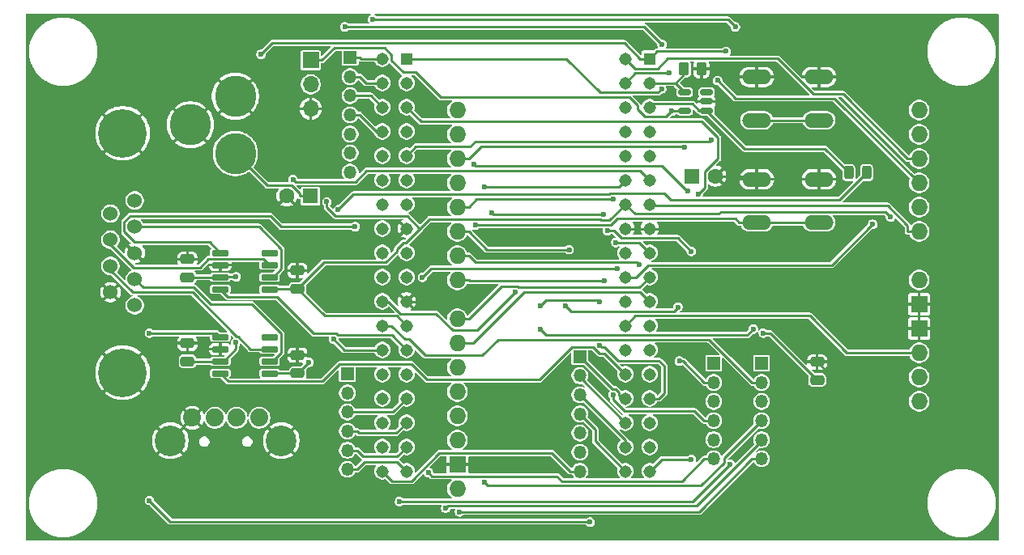
<source format=gbr>
%TF.GenerationSoftware,KiCad,Pcbnew,9.0.0*%
%TF.CreationDate,2025-04-09T14:41:31-04:00*%
%TF.ProjectId,PocketBeagle2_cape,506f636b-6574-4426-9561-676c65325f63,rev?*%
%TF.SameCoordinates,Original*%
%TF.FileFunction,Copper,L1,Top*%
%TF.FilePolarity,Positive*%
%FSLAX46Y46*%
G04 Gerber Fmt 4.6, Leading zero omitted, Abs format (unit mm)*
G04 Created by KiCad (PCBNEW 9.0.0) date 2025-04-09 14:41:31*
%MOMM*%
%LPD*%
G01*
G04 APERTURE LIST*
G04 Aperture macros list*
%AMRoundRect*
0 Rectangle with rounded corners*
0 $1 Rounding radius*
0 $2 $3 $4 $5 $6 $7 $8 $9 X,Y pos of 4 corners*
0 Add a 4 corners polygon primitive as box body*
4,1,4,$2,$3,$4,$5,$6,$7,$8,$9,$2,$3,0*
0 Add four circle primitives for the rounded corners*
1,1,$1+$1,$2,$3*
1,1,$1+$1,$4,$5*
1,1,$1+$1,$6,$7*
1,1,$1+$1,$8,$9*
0 Add four rect primitives between the rounded corners*
20,1,$1+$1,$2,$3,$4,$5,0*
20,1,$1+$1,$4,$5,$6,$7,0*
20,1,$1+$1,$6,$7,$8,$9,0*
20,1,$1+$1,$8,$9,$2,$3,0*%
G04 Aperture macros list end*
%TA.AperFunction,SMDPad,CuDef*%
%ADD10RoundRect,0.250000X0.475000X-0.250000X0.475000X0.250000X-0.475000X0.250000X-0.475000X-0.250000X0*%
%TD*%
%TA.AperFunction,ComponentPad*%
%ADD11R,1.700000X1.700000*%
%TD*%
%TA.AperFunction,ComponentPad*%
%ADD12O,1.700000X1.700000*%
%TD*%
%TA.AperFunction,SMDPad,CuDef*%
%ADD13RoundRect,0.150000X-0.725000X-0.150000X0.725000X-0.150000X0.725000X0.150000X-0.725000X0.150000X0*%
%TD*%
%TA.AperFunction,ComponentPad*%
%ADD14C,1.524000*%
%TD*%
%TA.AperFunction,ComponentPad*%
%ADD15C,5.080000*%
%TD*%
%TA.AperFunction,ComponentPad*%
%ADD16R,1.350000X1.350000*%
%TD*%
%TA.AperFunction,ComponentPad*%
%ADD17O,1.350000X1.350000*%
%TD*%
%TA.AperFunction,ComponentPad*%
%ADD18C,1.879600*%
%TD*%
%TA.AperFunction,ComponentPad*%
%ADD19C,3.216000*%
%TD*%
%TA.AperFunction,ComponentPad*%
%ADD20O,3.048000X1.524000*%
%TD*%
%TA.AperFunction,ComponentPad*%
%ADD21R,1.600000X1.600000*%
%TD*%
%TA.AperFunction,ComponentPad*%
%ADD22C,1.600000*%
%TD*%
%TA.AperFunction,ComponentPad*%
%ADD23C,4.318000*%
%TD*%
%TA.AperFunction,SMDPad,CuDef*%
%ADD24RoundRect,0.250000X-0.262500X-0.450000X0.262500X-0.450000X0.262500X0.450000X-0.262500X0.450000X0*%
%TD*%
%TA.AperFunction,SMDPad,CuDef*%
%ADD25RoundRect,0.150000X0.512500X0.150000X-0.512500X0.150000X-0.512500X-0.150000X0.512500X-0.150000X0*%
%TD*%
%TA.AperFunction,ComponentPad*%
%ADD26O,1.727200X1.727200*%
%TD*%
%TA.AperFunction,ComponentPad*%
%ADD27R,1.727200X1.727200*%
%TD*%
%TA.AperFunction,SMDPad,CuDef*%
%ADD28RoundRect,0.243750X0.243750X0.456250X-0.243750X0.456250X-0.243750X-0.456250X0.243750X-0.456250X0*%
%TD*%
%TA.AperFunction,ComponentPad*%
%ADD29R,1.308000X1.308000*%
%TD*%
%TA.AperFunction,ComponentPad*%
%ADD30C,1.308000*%
%TD*%
%TA.AperFunction,ViaPad*%
%ADD31C,0.600000*%
%TD*%
%TA.AperFunction,Conductor*%
%ADD32C,0.250000*%
%TD*%
G04 APERTURE END LIST*
D10*
%TO.P,C6,1*%
%TO.N,Net-(U1A-VIN_5V)*%
X175800000Y-115750000D03*
%TO.P,C6,2*%
%TO.N,GND*%
X175800000Y-113850000D03*
%TD*%
D11*
%TO.P,P8,1,Pin_1*%
%TO.N,Net-(P14-5V)*%
X122875000Y-82275000D03*
D12*
%TO.P,P8,2,Pin_2*%
%TO.N,+3V3*%
X122875000Y-84815000D03*
%TO.P,P8,3,Pin_3*%
%TO.N,GND*%
X122875000Y-87355000D03*
%TD*%
D13*
%TO.P,U2,1,TXD*%
%TO.N,Net-(U1A-CAN0.TX)*%
X113425000Y-111245000D03*
%TO.P,U2,2,VSS*%
%TO.N,GND*%
X113425000Y-112515000D03*
%TO.P,U2,3,VDD*%
%TO.N,Net-(P14-5V)*%
X113425000Y-113785000D03*
%TO.P,U2,4,RXD*%
%TO.N,Net-(U1A-CAN0.RX)*%
X113425000Y-115055000D03*
%TO.P,U2,5,Vio*%
%TO.N,+3V3*%
X118575000Y-115055000D03*
%TO.P,U2,6,CANL*%
%TO.N,Net-(U2-CANL)*%
X118575000Y-113785000D03*
%TO.P,U2,7,CANH*%
%TO.N,Net-(U2-CANH)*%
X118575000Y-112515000D03*
%TO.P,U2,8,STBY*%
%TO.N,unconnected-(U2-STBY-Pad8)*%
X118575000Y-111245000D03*
%TD*%
D14*
%TO.P,P9,1,1*%
%TO.N,unconnected-(P9-Pad1)*%
X104491100Y-107936400D03*
%TO.P,P9,2,2*%
%TO.N,Net-(U2-CANL)*%
X104491100Y-105193200D03*
%TO.P,P9,3,3*%
%TO.N,GND*%
X104491100Y-102450000D03*
%TO.P,P9,4,4*%
%TO.N,Net-(U3-CANL)*%
X104491100Y-99706800D03*
%TO.P,P9,5,5*%
%TO.N,unconnected-(P9-Pad5)*%
X104491100Y-96963600D03*
%TO.P,P9,6,6*%
%TO.N,GND*%
X101951100Y-106564800D03*
%TO.P,P9,7,7*%
%TO.N,Net-(U2-CANH)*%
X101951100Y-103821600D03*
%TO.P,P9,8,8*%
%TO.N,Net-(U3-CANH)*%
X101951100Y-101078400D03*
%TO.P,P9,9,9*%
%TO.N,unconnected-(P9-Pad9)*%
X101951100Y-98335200D03*
D15*
%TO.P,P9,G1,G1*%
%TO.N,GND*%
X103221100Y-114972200D03*
%TO.P,P9,G2,G2*%
X103221100Y-89927800D03*
%TD*%
D16*
%TO.P,P3,1,Pin_1*%
%TO.N,Net-(P3-Pin_1)*%
X151000000Y-113300000D03*
D17*
%TO.P,P3,2,Pin_2*%
%TO.N,Net-(P3-Pin_2)*%
X151000000Y-115300000D03*
%TO.P,P3,3,Pin_3*%
%TO.N,Net-(P3-Pin_3)*%
X151000000Y-117300000D03*
%TO.P,P3,4,Pin_4*%
%TO.N,Net-(P3-Pin_4)*%
X151000000Y-119300000D03*
%TO.P,P3,5,Pin_5*%
%TO.N,/AIN.VREF+*%
X151000000Y-121300000D03*
%TO.P,P3,6,Pin_6*%
%TO.N,Net-(P3-Pin_6)*%
X151000000Y-123300000D03*
%TO.P,P3,7,Pin_7*%
%TO.N,Net-(P3-Pin_7)*%
X151000000Y-125300000D03*
%TD*%
D18*
%TO.P,P1,D+,D-*%
%TO.N,/USB1.D+*%
X112873000Y-119698700D03*
%TO.P,P1,D-,D+*%
%TO.N,/USB1.D-*%
X115127000Y-119698700D03*
D19*
%TO.P,P1,GND,VBUS*%
%TO.N,GND*%
X108200000Y-122098700D03*
X119800000Y-122098700D03*
D18*
X110500000Y-119698700D03*
%TO.P,P1,VBUS,GND*%
%TO.N,Net-(P1-GND)*%
X117500000Y-119698700D03*
%TD*%
D20*
%TO.P,S1,1,S*%
%TO.N,GND*%
X169498800Y-94739400D03*
%TO.P,S1,2,S1*%
X176001200Y-94739400D03*
%TO.P,S1,3,P*%
%TO.N,Net-(S1-P)*%
X169498800Y-99260600D03*
%TO.P,S1,4,P1*%
X176001200Y-99260600D03*
%TD*%
D16*
%TO.P,P7,1,Pin_1*%
%TO.N,Net-(P7-Pin_1)*%
X170000000Y-114000000D03*
D17*
%TO.P,P7,2,Pin_2*%
%TO.N,Net-(P7-Pin_2)*%
X170000000Y-116000000D03*
%TO.P,P7,3,Pin_3*%
%TO.N,Net-(P7-Pin_3)*%
X170000000Y-118000000D03*
%TO.P,P7,4,Pin_4*%
%TO.N,Net-(P7-Pin_4)*%
X170000000Y-120000000D03*
%TO.P,P7,5,Pin_5*%
%TO.N,Net-(P7-Pin_5)*%
X170000000Y-122000000D03*
%TO.P,P7,6,Pin_6*%
%TO.N,Net-(P7-Pin_6)*%
X170000000Y-124000000D03*
%TD*%
D21*
%TO.P,C5,1*%
%TO.N,Net-(U1A-VIN_5V)*%
X122850000Y-96500000D03*
D22*
%TO.P,C5,2*%
%TO.N,GND*%
X120350000Y-96500000D03*
%TD*%
D10*
%TO.P,C4,1*%
%TO.N,Net-(P14-5V)*%
X110000000Y-113800000D03*
%TO.P,C4,2*%
%TO.N,GND*%
X110000000Y-111900000D03*
%TD*%
D23*
%TO.P,P2,GND,GND*%
%TO.N,GND*%
X115000000Y-86048600D03*
%TO.P,P2,GNDBREAK,GNDBREAK*%
X110300000Y-89048600D03*
%TO.P,P2,PWR,PWR*%
%TO.N,Net-(U1A-VIN_5V)*%
X115000000Y-92048600D03*
%TD*%
D24*
%TO.P,R1,1*%
%TO.N,Net-(U1A-USB1.DRVVBUS)*%
X161887500Y-83200000D03*
%TO.P,R1,2*%
%TO.N,GND*%
X163712500Y-83200000D03*
%TD*%
D10*
%TO.P,C7,1*%
%TO.N,+3V3*%
X121500000Y-106200000D03*
%TO.P,C7,2*%
%TO.N,GND*%
X121500000Y-104300000D03*
%TD*%
D13*
%TO.P,U3,1,TXD*%
%TO.N,Net-(U1B-CAN1.TX)*%
X113425000Y-102445000D03*
%TO.P,U3,2,VSS*%
%TO.N,GND*%
X113425000Y-103715000D03*
%TO.P,U3,3,VDD*%
%TO.N,Net-(P14-5V)*%
X113425000Y-104985000D03*
%TO.P,U3,4,RXD*%
%TO.N,Net-(U1B-CAN1.RX)*%
X113425000Y-106255000D03*
%TO.P,U3,5,Vio*%
%TO.N,+3V3*%
X118575000Y-106255000D03*
%TO.P,U3,6,CANL*%
%TO.N,Net-(U3-CANL)*%
X118575000Y-104985000D03*
%TO.P,U3,7,CANH*%
%TO.N,Net-(U3-CANH)*%
X118575000Y-103715000D03*
%TO.P,U3,8,STBY*%
%TO.N,unconnected-(U3-STBY-Pad8)*%
X118575000Y-102445000D03*
%TD*%
D10*
%TO.P,C3,1*%
%TO.N,Net-(P14-5V)*%
X110000000Y-105000000D03*
%TO.P,C3,2*%
%TO.N,GND*%
X110000000Y-103100000D03*
%TD*%
D16*
%TO.P,P4,1,Pin_1*%
%TO.N,Net-(P4-Pin_1)*%
X126700000Y-115100000D03*
D17*
%TO.P,P4,2,Pin_2*%
%TO.N,Net-(P4-Pin_2)*%
X126700000Y-117100000D03*
%TO.P,P4,3,Pin_3*%
%TO.N,Net-(P4-Pin_3)*%
X126700000Y-119100000D03*
%TO.P,P4,4,Pin_4*%
%TO.N,Net-(P4-Pin_4)*%
X126700000Y-121100000D03*
%TO.P,P4,5,Pin_5*%
%TO.N,Net-(P4-Pin_5)*%
X126700000Y-123100000D03*
%TO.P,P4,6,Pin_6*%
%TO.N,Net-(P4-Pin_6)*%
X126700000Y-125100000D03*
%TD*%
D16*
%TO.P,P5,1,Pin_1*%
%TO.N,Net-(P5-Pin_1)*%
X165000000Y-114000000D03*
D17*
%TO.P,P5,2,Pin_2*%
%TO.N,Net-(P5-Pin_2)*%
X165000000Y-116000000D03*
%TO.P,P5,3,Pin_3*%
%TO.N,Net-(P5-Pin_3)*%
X165000000Y-118000000D03*
%TO.P,P5,4,Pin_4*%
%TO.N,Net-(P5-Pin_4)*%
X165000000Y-120000000D03*
%TO.P,P5,5,Pin_5*%
%TO.N,Net-(P5-Pin_5)*%
X165000000Y-122000000D03*
%TO.P,P5,6,Pin_6*%
%TO.N,Net-(P5-Pin_6)*%
X165000000Y-124000000D03*
%TD*%
D21*
%TO.P,C9,1*%
%TO.N,Net-(P14-5V)*%
X162700000Y-94400000D03*
D22*
%TO.P,C9,2*%
%TO.N,GND*%
X165200000Y-94400000D03*
%TD*%
D25*
%TO.P,U4,1,OUT*%
%TO.N,Net-(U1A-USB1.VBUS)*%
X164237500Y-87550000D03*
%TO.P,U4,2,GND*%
%TO.N,GND*%
X164237500Y-86600000D03*
%TO.P,U4,3,~{FLT}*%
%TO.N,unconnected-(U4-~{FLT}-Pad3)*%
X164237500Y-85650000D03*
%TO.P,U4,4,EN*%
%TO.N,Net-(U1A-USB1.DRVVBUS)*%
X161962500Y-85650000D03*
%TO.P,U4,5,IN*%
%TO.N,Net-(P14-5V)*%
X161962500Y-87550000D03*
%TD*%
D20*
%TO.P,S2,1,S*%
%TO.N,GND*%
X169498800Y-84039400D03*
%TO.P,S2,2,S1*%
X176001200Y-84039400D03*
%TO.P,S2,3,P*%
%TO.N,Net-(S2-P)*%
X169498800Y-88560600D03*
%TO.P,S2,4,P1*%
X176001200Y-88560600D03*
%TD*%
D16*
%TO.P,P6,1,Pin_1*%
%TO.N,Net-(P6-Pin_1)*%
X127000000Y-82000000D03*
D17*
%TO.P,P6,2,Pin_2*%
%TO.N,Net-(P6-Pin_2)*%
X127000000Y-84000000D03*
%TO.P,P6,3,Pin_3*%
%TO.N,Net-(P6-Pin_3)*%
X127000000Y-86000000D03*
%TO.P,P6,4,Pin_4*%
%TO.N,Net-(P6-Pin_4)*%
X127000000Y-88000000D03*
%TO.P,P6,5,Pin_5*%
%TO.N,Net-(P6-Pin_5)*%
X127000000Y-90000000D03*
%TO.P,P6,6,Pin_6*%
%TO.N,Net-(P6-Pin_6)*%
X127000000Y-92000000D03*
%TO.P,P6,7,Pin_7*%
%TO.N,Net-(P6-Pin_7)*%
X127000000Y-94000000D03*
%TD*%
D10*
%TO.P,C8,1*%
%TO.N,+3V3*%
X121500000Y-115050000D03*
%TO.P,C8,2*%
%TO.N,GND*%
X121500000Y-113150000D03*
%TD*%
D26*
%TO.P,P14,1,NC*%
%TO.N,unconnected-(P14-NC-Pad1)*%
X138200000Y-87500000D03*
%TO.P,P14,2,NC*%
%TO.N,unconnected-(P14-NC-Pad2)*%
X138200000Y-90040000D03*
%TO.P,P14,3,D2*%
%TO.N,Net-(P14-D2)*%
X138200000Y-92580000D03*
%TO.P,P14,4,D3*%
%TO.N,Net-(P14-D3)*%
X138200000Y-95120000D03*
%TO.P,P14,5,D4*%
%TO.N,Net-(P14-D4)*%
X138200000Y-97660000D03*
%TO.P,P14,6,D5*%
%TO.N,Net-(P14-D5)*%
X138200000Y-100200000D03*
%TO.P,P14,7,D6*%
%TO.N,Net-(P14-D6)*%
X138200000Y-102740000D03*
%TO.P,P14,8,D7*%
%TO.N,Net-(P14-D7)*%
X138200000Y-105280000D03*
%TO.P,P14,9,D0*%
%TO.N,Net-(P14-D0)*%
X138200000Y-109344000D03*
%TO.P,P14,10,D1*%
%TO.N,Net-(P14-D1)*%
X138200000Y-111884000D03*
%TO.P,P14,11,~{SD_CS}*%
%TO.N,/SPI2.CS*%
X138200000Y-114424000D03*
%TO.P,P14,12,SD_MOSI*%
%TO.N,/SPI2.MOSI*%
X138200000Y-116964000D03*
%TO.P,P14,13,SD_MISO*%
%TO.N,/SPI2.MISO*%
X138200000Y-119504000D03*
%TO.P,P14,14,SD_SCK*%
%TO.N,/SPI2.CLK*%
X138200000Y-122044000D03*
D27*
%TO.P,P14,15,GND*%
%TO.N,GND*%
X138200000Y-124584000D03*
D26*
%TO.P,P14,16,NC*%
%TO.N,unconnected-(P14-NC-Pad16)*%
X138200000Y-127124000D03*
%TO.P,P14,17,NC*%
%TO.N,unconnected-(P14-NC-Pad17)*%
X186460000Y-117980000D03*
%TO.P,P14,18,3.3V*%
%TO.N,+3V3*%
X186460000Y-115440000D03*
%TO.P,P14,19,5V*%
%TO.N,Net-(P14-5V)*%
X186460000Y-112900000D03*
D27*
%TO.P,P14,20,GND*%
%TO.N,GND*%
X186460000Y-110360000D03*
%TO.P,P14,21,GND*%
X186460000Y-107820000D03*
D26*
%TO.P,P14,22,NC*%
%TO.N,unconnected-(P14-NC-Pad22)*%
X186460000Y-105280000D03*
%TO.P,P14,23,~{LCD_RD}*%
%TO.N,/LCD_RD*%
X186460000Y-100200000D03*
%TO.P,P14,24,~{LCD_WR}*%
%TO.N,/LCD_WR*%
X186460000Y-97660000D03*
%TO.P,P14,25,LCD_RS*%
%TO.N,/LCD_RS*%
X186460000Y-95120000D03*
%TO.P,P14,26,~{LCD_CS}*%
%TO.N,/LCD_CS*%
X186460000Y-92580000D03*
%TO.P,P14,27,LCD_RST*%
%TO.N,/LCD_RST*%
X186460000Y-90040000D03*
%TO.P,P14,28,NC*%
%TO.N,unconnected-(P14-NC-Pad28)*%
X186460000Y-87500000D03*
%TD*%
D28*
%TO.P,FB1,1*%
%TO.N,Net-(P1-GND)*%
X180987500Y-94050000D03*
%TO.P,FB1,2*%
%TO.N,Net-(U1A-USB1.VBUS)*%
X179112500Y-94050000D03*
%TD*%
D29*
%TO.P,U1,P1.1,VIN_5V*%
%TO.N,Net-(U1A-VIN_5V)*%
X158290000Y-82120000D03*
D30*
%TO.P,U1,P1.2,GPIO1_10/GPIO0_87*%
%TO.N,/LCD_CS*%
X155750000Y-82120000D03*
%TO.P,U1,P1.3,USB1.DRVVBUS*%
%TO.N,Net-(U1A-USB1.DRVVBUS)*%
X158290000Y-84660000D03*
%TO.P,U1,P1.4,GPIO1_12/GPIO0_89*%
%TO.N,/LCD_RS*%
X155750000Y-84660000D03*
%TO.P,U1,P1.5,USB1.VBUS*%
%TO.N,Net-(U1A-USB1.VBUS)*%
X158290000Y-87200000D03*
%TO.P,U1,P1.6,GPIO1_13/GPIO0_78*%
%TO.N,/SPI2.CS*%
X155750000Y-87200000D03*
%TO.P,U1,P1.7,VIN.USB*%
%TO.N,unconnected-(U1A-VIN.USB-PadP1.7)*%
X158290000Y-89740000D03*
%TO.P,U1,P1.8,GPIO1_14*%
%TO.N,/SPI2.CLK*%
X155750000Y-89740000D03*
%TO.P,U1,P1.9,USB1.D-*%
%TO.N,/USB1.D-*%
X158290000Y-92280000D03*
%TO.P,U1,P1.10,GPIO1_30/GPIO1_7*%
%TO.N,/SPI2.MISO*%
X155750000Y-92280000D03*
%TO.P,U1,P1.11,USB1.D+*%
%TO.N,/USB1.D+*%
X158290000Y-94820000D03*
%TO.P,U1,P1.12,GPIO1_8/GPIO0_77*%
%TO.N,/SPI2.MOSI*%
X155750000Y-94820000D03*
%TO.P,U1,P1.13,GPIO0_36*%
%TO.N,/LCD_RD*%
X158290000Y-97360000D03*
%TO.P,U1,P1.14,3.3V*%
%TO.N,+3V3*%
X155750000Y-97360000D03*
%TO.P,U1,P1.15,GND*%
%TO.N,GND*%
X158290000Y-99900000D03*
%TO.P,U1,P1.16,GND*%
X155750000Y-99900000D03*
%TO.P,U1,P1.17,AIN.VREF-*%
%TO.N,Net-(P3-Pin_6)*%
X158290000Y-102440000D03*
%TO.P,U1,P1.18,AIN.VREF+*%
%TO.N,/AIN.VREF+*%
X155750000Y-102440000D03*
%TO.P,U1,P1.19,GPIO1_1*%
%TO.N,Net-(P14-D0)*%
X158290000Y-104980000D03*
%TO.P,U1,P1.20,GPIO0_50*%
%TO.N,/LCD_RST*%
X155750000Y-104980000D03*
%TO.P,U1,P1.21,GPIO1_6*%
%TO.N,Net-(P14-D1)*%
X158290000Y-107520000D03*
%TO.P,U1,P1.22,GND*%
%TO.N,GND*%
X155750000Y-107520000D03*
%TO.P,U1,P1.23,GPIO1_5*%
%TO.N,Net-(P14-D2)*%
X158290000Y-110060000D03*
%TO.P,U1,P1.24,VOUT*%
%TO.N,Net-(P14-5V)*%
X155750000Y-110060000D03*
%TO.P,U1,P1.25,GPIO1_4*%
%TO.N,Net-(P14-D3)*%
X158290000Y-112600000D03*
%TO.P,U1,P1.26,CAN0.TX*%
%TO.N,Net-(U1A-CAN0.TX)*%
X155750000Y-112600000D03*
%TO.P,U1,P1.27,GPIO1_3*%
%TO.N,Net-(P14-D4)*%
X158290000Y-115140000D03*
%TO.P,U1,P1.28,CAN0.RX*%
%TO.N,Net-(U1A-CAN0.RX)*%
X155750000Y-115140000D03*
%TO.P,U1,P1.29,GPIO0_62*%
%TO.N,Net-(P14-D5)*%
X158290000Y-117680000D03*
%TO.P,U1,P1.30,GPIO1_21*%
%TO.N,Net-(P3-Pin_1)*%
X155750000Y-117680000D03*
%TO.P,U1,P1.31,GPIO0_59*%
%TO.N,Net-(P14-D6)*%
X158290000Y-120220000D03*
%TO.P,U1,P1.32,GPIO1_20*%
%TO.N,Net-(P3-Pin_2)*%
X155750000Y-120220000D03*
%TO.P,U1,P1.33,GPIO0_56/GPIO1_29*%
%TO.N,Net-(P14-D7)*%
X158290000Y-122760000D03*
%TO.P,U1,P1.34,GPIO1_2*%
%TO.N,Net-(P3-Pin_3)*%
X155750000Y-122760000D03*
%TO.P,U1,P1.35,GPIO0_88*%
%TO.N,/LCD_WR*%
X158290000Y-125300000D03*
%TO.P,U1,P1.36,GPIO0_55/GPIO1_28*%
%TO.N,Net-(P3-Pin_4)*%
X155750000Y-125300000D03*
D29*
%TO.P,U1,P2.1,GPIO0_86/GPIO1_11*%
%TO.N,Net-(P5-Pin_1)*%
X132890000Y-82120000D03*
D30*
%TO.P,U1,P2.2,GPIO0_45*%
%TO.N,Net-(P6-Pin_1)*%
X130350000Y-82120000D03*
%TO.P,U1,P2.3,GPIO0_85/GPIO1_9*%
%TO.N,Net-(P5-Pin_2)*%
X132890000Y-84660000D03*
%TO.P,U1,P2.4,GPIO0_46*%
%TO.N,Net-(P6-Pin_2)*%
X130350000Y-84660000D03*
%TO.P,U1,P2.5,MCU_GPIO0_5/GPIO01_24*%
%TO.N,Net-(P5-Pin_3)*%
X132890000Y-87200000D03*
%TO.P,U1,P2.6,GPIO0_47*%
%TO.N,Net-(P6-Pin_3)*%
X130350000Y-87200000D03*
%TO.P,U1,P2.7,MCU_GPIO0_6/GPIO1_25*%
%TO.N,Net-(P5-Pin_4)*%
X132890000Y-89740000D03*
%TO.P,U1,P2.8,GPIO0_48*%
%TO.N,Net-(P6-Pin_4)*%
X130350000Y-89740000D03*
%TO.P,U1,P2.9,MCU_GPIO0_16/GPIO1_22*%
%TO.N,Net-(P5-Pin_5)*%
X132890000Y-92280000D03*
%TO.P,U1,P2.10,GPIO0_91*%
%TO.N,Net-(P6-Pin_5)*%
X130350000Y-92280000D03*
%TO.P,U1,P2.11,MCU_GPIO0_15/GPIO1_23*%
%TO.N,Net-(P5-Pin_6)*%
X132890000Y-94820000D03*
%TO.P,U1,P2.12,PWR.BTN*%
%TO.N,Net-(S1-P)*%
X130350000Y-94820000D03*
%TO.P,U1,P2.13,VOUT_SYS*%
%TO.N,unconnected-(U1B-VOUT_SYS-PadP2.13)*%
X132890000Y-97360000D03*
%TO.P,U1,P2.14,VBAT*%
%TO.N,unconnected-(U1B-VBAT-PadP2.14)*%
X130350000Y-97360000D03*
%TO.P,U1,P2.15,GND*%
%TO.N,GND*%
X132890000Y-99900000D03*
%TO.P,U1,P2.16,BAT.TEMP*%
%TO.N,unconnected-(U1B-BAT.TEMP-PadP2.16)*%
X130350000Y-99900000D03*
%TO.P,U1,P2.17,GPIO0_64*%
%TO.N,Net-(P4-Pin_1)*%
X132890000Y-102440000D03*
%TO.P,U1,P2.18,GPIO0_53*%
%TO.N,Net-(P6-Pin_6)*%
X130350000Y-102440000D03*
%TO.P,U1,P2.19,GPIO1_0*%
%TO.N,Net-(P4-Pin_2)*%
X132890000Y-104980000D03*
%TO.P,U1,P2.20,GPIO0_49*%
%TO.N,Net-(P6-Pin_7)*%
X130350000Y-104980000D03*
%TO.P,U1,P2.21,GND*%
%TO.N,GND*%
X132890000Y-107520000D03*
%TO.P,U1,P2.22,GPIO0_63*%
%TO.N,Net-(P7-Pin_1)*%
X130350000Y-107520000D03*
%TO.P,U1,P2.23,3.3V*%
%TO.N,+3V3*%
X132890000Y-110060000D03*
%TO.P,U1,P2.24,GPIO0_51*%
%TO.N,Net-(P7-Pin_2)*%
X130350000Y-110060000D03*
%TO.P,U1,P2.25,CAN1.RX*%
%TO.N,Net-(U1B-CAN1.RX)*%
X132890000Y-112600000D03*
%TO.P,U1,P2.26,nRESET*%
%TO.N,Net-(S2-P)*%
X130350000Y-112600000D03*
%TO.P,U1,P2.27,CAN1.TX*%
%TO.N,Net-(U1B-CAN1.TX)*%
X132890000Y-115140000D03*
%TO.P,U1,P2.28,GPIO0_61*%
%TO.N,Net-(P7-Pin_3)*%
X130350000Y-115140000D03*
%TO.P,U1,P2.29,GPIO0_40/GPIO1_17*%
%TO.N,Net-(P4-Pin_3)*%
X132890000Y-117680000D03*
%TO.P,U1,P2.30,GPIO0_58*%
%TO.N,Net-(P7-Pin_4)*%
X130350000Y-117680000D03*
%TO.P,U1,P2.31,GPIO0_90/GPIO1_15*%
%TO.N,Net-(P4-Pin_4)*%
X132890000Y-120220000D03*
%TO.P,U1,P2.32,GPIO0_57*%
%TO.N,Net-(P7-Pin_5)*%
X130350000Y-120220000D03*
%TO.P,U1,P2.33,GPIO0_52*%
%TO.N,Net-(P4-Pin_5)*%
X132890000Y-122760000D03*
%TO.P,U1,P2.34,GPIO0_60*%
%TO.N,Net-(P7-Pin_6)*%
X130350000Y-122760000D03*
%TO.P,U1,P2.35,GPIO0_54*%
%TO.N,Net-(P4-Pin_6)*%
X132890000Y-125300000D03*
%TO.P,U1,P2.36,GPIO1_16*%
%TO.N,Net-(P3-Pin_7)*%
X130350000Y-125300000D03*
%TD*%
D31*
%TO.N,GND*%
X176950000Y-126900000D03*
%TO.N,/LCD_WR*%
X162650000Y-124050000D03*
%TO.N,GND*%
X159050000Y-116350000D03*
X154300000Y-115150000D03*
X135950000Y-107500000D03*
X135900000Y-98100000D03*
X133900000Y-98350000D03*
%TO.N,/LCD_RS*%
X165400000Y-84400000D03*
X160300000Y-83600000D03*
%TO.N,Net-(U1A-VIN_5V)*%
X166300000Y-81350000D03*
%TO.N,GND*%
X165300000Y-99900000D03*
%TO.N,Net-(P1-GND)*%
X125736300Y-97940700D03*
%TO.N,/USB1.D+*%
X121021800Y-94740200D03*
%TO.N,/USB1.D-*%
X159576700Y-80632600D03*
X126429400Y-78792300D03*
%TO.N,Net-(U1A-VIN_5V)*%
X170161900Y-110840200D03*
X117682900Y-81655200D03*
%TO.N,Net-(P3-Pin_6)*%
X154755000Y-101349400D03*
%TO.N,Net-(P7-Pin_6)*%
X138412600Y-129542600D03*
%TO.N,Net-(P7-Pin_1)*%
X169138300Y-110406500D03*
X144221900Y-106587400D03*
X146837900Y-110433900D03*
%TO.N,Net-(P7-Pin_4)*%
X141006900Y-126435500D03*
%TO.N,Net-(P7-Pin_3)*%
X132152800Y-128458800D03*
X166701500Y-124558200D03*
%TO.N,Net-(P7-Pin_5)*%
X136976700Y-129145000D03*
%TO.N,Net-(P14-5V)*%
X115027700Y-111824400D03*
X115070700Y-104941300D03*
X160628500Y-87611200D03*
%TO.N,Net-(P5-Pin_2)*%
X162273900Y-95997400D03*
X139913100Y-93198000D03*
X161415400Y-113758700D03*
%TO.N,Net-(P5-Pin_4)*%
X154490100Y-117306100D03*
X134550600Y-105003200D03*
X154887600Y-104071600D03*
%TO.N,Net-(P5-Pin_6)*%
X135175900Y-125432700D03*
%TO.N,Net-(P5-Pin_5)*%
X164760400Y-90606300D03*
%TO.N,Net-(P5-Pin_1)*%
X159550000Y-85285000D03*
%TO.N,Net-(P5-Pin_3)*%
X163373200Y-96284000D03*
%TO.N,+3V3*%
X124564700Y-97101300D03*
X122685000Y-113909700D03*
X183471900Y-98685500D03*
%TO.N,/LCD_RST*%
X181591700Y-99453200D03*
%TO.N,Net-(S1-P)*%
X140063700Y-99557900D03*
%TO.N,Net-(S2-P)*%
X129344900Y-78027900D03*
X125274600Y-111493700D03*
X167246400Y-78792300D03*
%TO.N,Net-(U1B-CAN1.TX)*%
X127506100Y-99690200D03*
%TO.N,Net-(U1A-CAN0.TX)*%
X106020900Y-110840200D03*
X106020900Y-128351200D03*
X152077100Y-130622900D03*
%TO.N,Net-(P14-D3)*%
X161258700Y-108119700D03*
X149528500Y-108023300D03*
X141798300Y-98255300D03*
X153495600Y-98392400D03*
%TO.N,Net-(P14-D4)*%
X153873600Y-100127600D03*
X154506200Y-96824300D03*
X162636000Y-102279100D03*
%TO.N,Net-(P14-D5)*%
X153093083Y-112124999D03*
X146837900Y-108021700D03*
X149882100Y-102101400D03*
X153058400Y-107541700D03*
%TO.N,Net-(P14-D6)*%
X157210300Y-103690500D03*
%TO.N,Net-(P14-D7)*%
X153578500Y-105366900D03*
%TO.N,Net-(P14-D2)*%
X161977500Y-91407400D03*
%TO.N,/SPI2.MOSI*%
X141006900Y-95505700D03*
%TD*%
D32*
%TO.N,Net-(U1A-CAN0.TX)*%
X108219700Y-130550000D02*
X106020900Y-128351200D01*
X152004200Y-130550000D02*
X108219700Y-130550000D01*
X152077100Y-130622900D02*
X152004200Y-130550000D01*
%TO.N,Net-(P14-5V)*%
X155750000Y-110060000D02*
X156781900Y-109028100D01*
X156781900Y-109028100D02*
X175028100Y-109028100D01*
X175028100Y-109028100D02*
X178900000Y-112900000D01*
X178900000Y-112900000D02*
X186460000Y-112900000D01*
%TO.N,GND*%
X176950000Y-126900000D02*
X176950000Y-115000000D01*
X176950000Y-115000000D02*
X175800000Y-113850000D01*
%TO.N,/LCD_WR*%
X162650000Y-124050000D02*
X159540000Y-124050000D01*
X159540000Y-124050000D02*
X158290000Y-125300000D01*
%TO.N,GND*%
X155500000Y-116350000D02*
X159050000Y-116350000D01*
X154300000Y-115150000D02*
X155500000Y-116350000D01*
%TO.N,Net-(P14-D5)*%
X153093083Y-112124999D02*
X153292884Y-112324800D01*
X154974700Y-113728000D02*
X159278000Y-113728000D01*
X153292884Y-112324800D02*
X153571500Y-112324800D01*
X159800000Y-117050000D02*
X159850000Y-117100000D01*
X153571500Y-112324800D02*
X154974700Y-113728000D01*
X159278000Y-113728000D02*
X159800000Y-114250000D01*
X159800000Y-114250000D02*
X159800000Y-117050000D01*
X159850000Y-117100000D02*
X159270000Y-117680000D01*
X159270000Y-117680000D02*
X158290000Y-117680000D01*
%TO.N,Net-(P3-Pin_1)*%
X155750000Y-117680000D02*
X155430000Y-117680000D01*
X155430000Y-117680000D02*
X155116100Y-117366100D01*
X155116100Y-117366100D02*
X155116100Y-117046802D01*
X155116100Y-117046802D02*
X154749398Y-116680100D01*
X154749398Y-116680100D02*
X154430100Y-116680100D01*
X154430100Y-116680100D02*
X151050000Y-113300000D01*
X151050000Y-113300000D02*
X151000000Y-113300000D01*
%TO.N,Net-(P7-Pin_2)*%
X170000000Y-116000000D02*
X168998300Y-116000000D01*
X168998300Y-116000000D02*
X164498300Y-111500000D01*
X140812700Y-113138900D02*
X134815900Y-113138900D01*
X134815900Y-113138900D02*
X133166300Y-111489300D01*
X164498300Y-111500000D02*
X142451600Y-111500000D01*
X142451600Y-111500000D02*
X140812700Y-113138900D01*
X133166300Y-111489300D02*
X132731500Y-111489300D01*
X132731500Y-111489300D02*
X131302200Y-110060000D01*
X131302200Y-110060000D02*
X130350000Y-110060000D01*
%TO.N,Net-(P7-Pin_1)*%
X146837900Y-110433900D02*
X147444700Y-111040700D01*
X147444700Y-111040700D02*
X168504100Y-111040700D01*
X168504100Y-111040700D02*
X169138300Y-110406500D01*
%TO.N,GND*%
X135950000Y-107500000D02*
X135930000Y-107520000D01*
X135930000Y-107520000D02*
X132890000Y-107520000D01*
X135650000Y-98350000D02*
X135900000Y-98100000D01*
X133900000Y-98350000D02*
X135650000Y-98350000D01*
X155750000Y-99900000D02*
X158290000Y-99900000D01*
%TO.N,/LCD_RS*%
X165400000Y-84400000D02*
X167276400Y-86276400D01*
X167276400Y-86276400D02*
X177616400Y-86276400D01*
X177616400Y-86276400D02*
X186460000Y-95120000D01*
X160287700Y-83612300D02*
X160300000Y-83600000D01*
X156797700Y-83612300D02*
X160287700Y-83612300D01*
X155750000Y-84660000D02*
X156797700Y-83612300D01*
%TO.N,Net-(U1A-USB1.DRVVBUS)*%
X160972500Y-84660000D02*
X161887500Y-83745000D01*
X161887500Y-83745000D02*
X161887500Y-83200000D01*
%TO.N,Net-(U1A-VIN_5V)*%
X166300000Y-81350000D02*
X159060000Y-81350000D01*
X159060000Y-81350000D02*
X158290000Y-82120000D01*
%TO.N,Net-(P5-Pin_1)*%
X159550000Y-85285000D02*
X159166500Y-85668500D01*
X159166500Y-85668500D02*
X153137800Y-85668500D01*
X149589300Y-82120000D02*
X132890000Y-82120000D01*
X153137800Y-85668500D02*
X149589300Y-82120000D01*
%TO.N,GND*%
X158290000Y-99900000D02*
X165300000Y-99900000D01*
X165200000Y-94400000D02*
X169159400Y-94400000D01*
X169159400Y-94400000D02*
X169498800Y-94739400D01*
%TO.N,Net-(P1-GND)*%
X178117600Y-96919900D02*
X160537100Y-96919900D01*
X154045400Y-96319700D02*
X127357300Y-96319700D01*
X154167500Y-96197600D02*
X154045400Y-96319700D01*
X180987500Y-94050000D02*
X178117600Y-96919900D01*
X159814800Y-96197600D02*
X154167500Y-96197600D01*
X127357300Y-96319700D02*
X125736300Y-97940700D01*
X160537100Y-96919900D02*
X159814800Y-96197600D01*
%TO.N,/USB1.D+*%
X121021800Y-94740200D02*
X121301500Y-95019900D01*
X127530100Y-95019900D02*
X128710700Y-93839300D01*
X157309300Y-93839300D02*
X158290000Y-94820000D01*
X121301500Y-95019900D02*
X127530100Y-95019900D01*
X128710700Y-93839300D02*
X157309300Y-93839300D01*
%TO.N,/USB1.D-*%
X157736400Y-78792300D02*
X126429400Y-78792300D01*
X159576700Y-80632600D02*
X157736400Y-78792300D01*
%TO.N,Net-(U1A-VIN_5V)*%
X122286700Y-96500000D02*
X122850000Y-96500000D01*
X158290000Y-82120000D02*
X157309300Y-82120000D01*
X118318300Y-95366900D02*
X120871900Y-95366900D01*
X122286700Y-96500000D02*
X121723300Y-96500000D01*
X115000000Y-92048600D02*
X118318300Y-95366900D01*
X121723300Y-96218300D02*
X121723300Y-96500000D01*
X120871900Y-95366900D02*
X121723300Y-96218300D01*
X170890200Y-110840200D02*
X170161900Y-110840200D01*
X155676800Y-80487500D02*
X157309300Y-82120000D01*
X175800000Y-115750000D02*
X170890200Y-110840200D01*
X117682900Y-81655200D02*
X118850600Y-80487500D01*
X118850600Y-80487500D02*
X155676800Y-80487500D01*
%TO.N,Net-(P3-Pin_7)*%
X131365600Y-126315600D02*
X133386300Y-126315600D01*
X133386300Y-126315600D02*
X136311000Y-123390900D01*
X130350000Y-125300000D02*
X131365600Y-126315600D01*
X136311000Y-123390900D02*
X148089200Y-123390900D01*
X151000000Y-125300000D02*
X149998300Y-125300000D01*
X148089200Y-123390900D02*
X149998300Y-125300000D01*
%TO.N,Net-(P3-Pin_6)*%
X157199400Y-101349400D02*
X158290000Y-102440000D01*
X154755000Y-101349400D02*
X157199400Y-101349400D01*
%TO.N,Net-(P3-Pin_2)*%
X151000000Y-115470000D02*
X151000000Y-115300000D01*
X155750000Y-120220000D02*
X151000000Y-115470000D01*
%TO.N,Net-(P3-Pin_4)*%
X152613900Y-120913900D02*
X151000000Y-119300000D01*
X152613900Y-122163900D02*
X152613900Y-120913900D01*
X155750000Y-125300000D02*
X152613900Y-122163900D01*
%TO.N,Net-(P3-Pin_3)*%
X155750000Y-122050000D02*
X151000000Y-117300000D01*
X155750000Y-122760000D02*
X155750000Y-122050000D01*
%TO.N,Net-(P4-Pin_5)*%
X131901600Y-123748400D02*
X128350100Y-123748400D01*
X132890000Y-122760000D02*
X131901600Y-123748400D01*
X128350100Y-123748400D02*
X127701700Y-123100000D01*
X126700000Y-123100000D02*
X127701700Y-123100000D01*
%TO.N,Net-(P4-Pin_4)*%
X132890000Y-120220000D02*
X131815000Y-121295000D01*
X126700000Y-121100000D02*
X127701700Y-121100000D01*
X127896700Y-121295000D02*
X127701700Y-121100000D01*
X131815000Y-121295000D02*
X127896700Y-121295000D01*
%TO.N,Net-(P4-Pin_3)*%
X131470000Y-119100000D02*
X126700000Y-119100000D01*
X132890000Y-117680000D02*
X131470000Y-119100000D01*
%TO.N,Net-(P6-Pin_3)*%
X130350000Y-87200000D02*
X129150000Y-86000000D01*
X129150000Y-86000000D02*
X127000000Y-86000000D01*
%TO.N,Net-(P6-Pin_1)*%
X128121700Y-82120000D02*
X128001700Y-82000000D01*
X127000000Y-82000000D02*
X128001700Y-82000000D01*
X130350000Y-82120000D02*
X128121700Y-82120000D01*
%TO.N,Net-(P6-Pin_4)*%
X130350000Y-89740000D02*
X129741700Y-89740000D01*
X129741700Y-89740000D02*
X128001700Y-88000000D01*
X127000000Y-88000000D02*
X128001700Y-88000000D01*
%TO.N,Net-(P6-Pin_2)*%
X127000000Y-84000000D02*
X128001700Y-84000000D01*
X130350000Y-84660000D02*
X128661700Y-84660000D01*
X128661700Y-84660000D02*
X128001700Y-84000000D01*
%TO.N,Net-(P7-Pin_6)*%
X170000000Y-124000000D02*
X168998300Y-124000000D01*
X168998300Y-124000000D02*
X163455700Y-129542600D01*
X163455700Y-129542600D02*
X138412600Y-129542600D01*
%TO.N,Net-(P7-Pin_1)*%
X140275000Y-110534300D02*
X144221900Y-106587400D01*
X135962600Y-108790000D02*
X137706900Y-110534300D01*
X130986700Y-107520000D02*
X132256700Y-108790000D01*
X137706900Y-110534300D02*
X140275000Y-110534300D01*
X132256700Y-108790000D02*
X135962600Y-108790000D01*
X130350000Y-107520000D02*
X130986700Y-107520000D01*
%TO.N,Net-(P7-Pin_4)*%
X170000000Y-120000000D02*
X166074800Y-123925200D01*
X166074800Y-123925200D02*
X166074800Y-124380300D01*
X166074800Y-124380300D02*
X163674000Y-126781100D01*
X141352500Y-126781100D02*
X141006900Y-126435500D01*
X163674000Y-126781100D02*
X141352500Y-126781100D01*
%TO.N,Net-(P7-Pin_3)*%
X162800900Y-128458800D02*
X166701500Y-124558200D01*
X132152800Y-128458800D02*
X162800900Y-128458800D01*
%TO.N,Net-(P7-Pin_5)*%
X170000000Y-122146000D02*
X170000000Y-122000000D01*
X137205900Y-128915800D02*
X163230200Y-128915800D01*
X136976700Y-129145000D02*
X137205900Y-128915800D01*
X163230200Y-128915800D02*
X170000000Y-122146000D01*
%TO.N,Net-(P14-5V)*%
X157020000Y-87382200D02*
X157838000Y-88200200D01*
X131330700Y-81709700D02*
X131330700Y-82341700D01*
X113425000Y-113785000D02*
X113756400Y-113785000D01*
X132539900Y-83550900D02*
X133869200Y-83550900D01*
X124051700Y-82275000D02*
X125357700Y-80969000D01*
X110015000Y-104985000D02*
X110000000Y-105000000D01*
X156148100Y-86148100D02*
X157020000Y-87020000D01*
X113425000Y-104985000D02*
X110015000Y-104985000D01*
X157020000Y-87020000D02*
X157020000Y-87382200D01*
X113410000Y-113800000D02*
X113425000Y-113785000D01*
X113756400Y-113785000D02*
X115027700Y-112513700D01*
X133869200Y-83550900D02*
X136466400Y-86148100D01*
X125357700Y-80969000D02*
X130590000Y-80969000D01*
X157838000Y-88200200D02*
X160039500Y-88200200D01*
X122875000Y-82275000D02*
X124051700Y-82275000D01*
X161962500Y-87550000D02*
X160689700Y-87550000D01*
X115027700Y-112513700D02*
X115027700Y-111824400D01*
X113468700Y-104941300D02*
X113425000Y-104985000D01*
X136466400Y-86148100D02*
X156148100Y-86148100D01*
X130590000Y-80969000D02*
X131330700Y-81709700D01*
X110000000Y-113800000D02*
X113410000Y-113800000D01*
X160039500Y-88200200D02*
X160628500Y-87611200D01*
X115070700Y-104941300D02*
X113468700Y-104941300D01*
X131330700Y-82341700D02*
X132539900Y-83550900D01*
X160689700Y-87550000D02*
X160628500Y-87611200D01*
%TO.N,Net-(P4-Pin_6)*%
X127701700Y-125100000D02*
X128490600Y-124311100D01*
X131901100Y-124311100D02*
X132890000Y-125300000D01*
X128490600Y-124311100D02*
X131901100Y-124311100D01*
X126700000Y-125100000D02*
X127701700Y-125100000D01*
%TO.N,Net-(P5-Pin_2)*%
X159547600Y-93317000D02*
X140032100Y-93317000D01*
X140032100Y-93317000D02*
X139913100Y-93198000D01*
X162273900Y-95997400D02*
X162228000Y-95997400D01*
X163998300Y-116000000D02*
X161757000Y-113758700D01*
X161757000Y-113758700D02*
X161415400Y-113758700D01*
X165000000Y-116000000D02*
X163998300Y-116000000D01*
X162228000Y-95997400D02*
X159547600Y-93317000D01*
%TO.N,Net-(P5-Pin_4)*%
X165000000Y-120000000D02*
X163998300Y-120000000D01*
X154490100Y-117843800D02*
X155646500Y-119000200D01*
X154490100Y-117306100D02*
X154490100Y-117843800D01*
X162998500Y-119000200D02*
X163998300Y-120000000D01*
X135482200Y-104071600D02*
X154887600Y-104071600D01*
X134550600Y-105003200D02*
X135482200Y-104071600D01*
X155646500Y-119000200D02*
X162998500Y-119000200D01*
%TO.N,Net-(P5-Pin_6)*%
X149120200Y-126321900D02*
X148607100Y-125808800D01*
X161676400Y-126321900D02*
X149120200Y-126321900D01*
X148607100Y-125808800D02*
X135552000Y-125808800D01*
X135552000Y-125808800D02*
X135175900Y-125432700D01*
X165000000Y-124000000D02*
X163998300Y-124000000D01*
X163998300Y-124000000D02*
X161676400Y-126321900D01*
%TO.N,Net-(P5-Pin_5)*%
X140071900Y-90780700D02*
X164586000Y-90780700D01*
X139542700Y-91309900D02*
X140071900Y-90780700D01*
X164586000Y-90780700D02*
X164760400Y-90606300D01*
X133860100Y-91309900D02*
X139542700Y-91309900D01*
X132890000Y-92280000D02*
X133860100Y-91309900D01*
%TO.N,Net-(P5-Pin_3)*%
X132890000Y-87200000D02*
X134396300Y-88706300D01*
X165416100Y-92590500D02*
X164073300Y-93933300D01*
X164073300Y-93933300D02*
X164073300Y-95583900D01*
X163751300Y-88706300D02*
X165416100Y-90371100D01*
X134396300Y-88706300D02*
X163751300Y-88706300D01*
X164073300Y-95583900D02*
X163373200Y-96284000D01*
X165416100Y-90371100D02*
X165416100Y-92590500D01*
%TO.N,+3V3*%
X153145700Y-98928700D02*
X153236100Y-99019100D01*
X118580000Y-115050000D02*
X118575000Y-115055000D01*
X156747700Y-98357700D02*
X155750000Y-97360000D01*
X124564700Y-97101300D02*
X124564700Y-97655300D01*
X131868700Y-109040800D02*
X132887900Y-110060000D01*
X154090900Y-99019100D02*
X155750000Y-97360000D01*
X118575000Y-106255000D02*
X118630000Y-106200000D01*
X124248000Y-103452000D02*
X130732500Y-103452000D01*
X135274200Y-98928700D02*
X153145700Y-98928700D01*
X132812600Y-101390300D02*
X134299000Y-99903900D01*
X125476800Y-98567400D02*
X132962500Y-98567400D01*
X131909300Y-102033800D02*
X132552800Y-101390300D01*
X165730300Y-98155900D02*
X165528500Y-98357700D01*
X132552800Y-101390300D02*
X132812600Y-101390300D01*
X131909300Y-102275200D02*
X131909300Y-102033800D01*
X124340800Y-109040800D02*
X131868700Y-109040800D01*
X132962500Y-98567400D02*
X134299000Y-99903900D01*
X121500000Y-106200000D02*
X124340800Y-109040800D01*
X121500000Y-106200000D02*
X124248000Y-103452000D01*
X124564700Y-97655300D02*
X125476800Y-98567400D01*
X118630000Y-106200000D02*
X121500000Y-106200000D01*
X134299000Y-99903900D02*
X135274200Y-98928700D01*
X165528500Y-98357700D02*
X156747700Y-98357700D01*
X130732500Y-103452000D02*
X131909300Y-102275200D01*
X121500000Y-115050000D02*
X121544700Y-115050000D01*
X183471900Y-98685500D02*
X182942300Y-98155900D01*
X182942300Y-98155900D02*
X165730300Y-98155900D01*
X132887900Y-110060000D02*
X132890000Y-110060000D01*
X121500000Y-115050000D02*
X118580000Y-115050000D01*
X121544700Y-115050000D02*
X122685000Y-113909700D01*
X153236100Y-99019100D02*
X154090900Y-99019100D01*
%TO.N,Net-(U2-CANH)*%
X101951100Y-104263900D02*
X101951100Y-103821600D01*
X110513700Y-106564800D02*
X104252000Y-106564800D01*
X116604600Y-112515000D02*
X115287300Y-111197700D01*
X115287300Y-111197700D02*
X115146600Y-111197700D01*
X104252000Y-106564800D02*
X101951100Y-104263900D01*
X115146600Y-111197700D02*
X110513700Y-106564800D01*
X118575000Y-112515000D02*
X116604600Y-112515000D01*
%TO.N,Net-(U2-CANL)*%
X119792300Y-110888000D02*
X119792300Y-112869500D01*
X112403000Y-107815300D02*
X116719600Y-107815300D01*
X110650200Y-106062500D02*
X112403000Y-107815300D01*
X104491100Y-105193200D02*
X105360400Y-106062500D01*
X119792300Y-112869500D02*
X118876800Y-113785000D01*
X118876800Y-113785000D02*
X118575000Y-113785000D01*
X116719600Y-107815300D02*
X119792300Y-110888000D01*
X105360400Y-106062500D02*
X110650200Y-106062500D01*
%TO.N,Net-(U3-CANL)*%
X118915400Y-104985000D02*
X119801900Y-104098500D01*
X117453700Y-99706800D02*
X104491100Y-99706800D01*
X119801900Y-102055000D02*
X117453700Y-99706800D01*
X118575000Y-104985000D02*
X118915400Y-104985000D01*
X119801900Y-104098500D02*
X119801900Y-102055000D01*
%TO.N,Net-(U3-CANH)*%
X104361200Y-103966200D02*
X111309500Y-103966200D01*
X101951100Y-101556100D02*
X104361200Y-103966200D01*
X111309500Y-103966200D02*
X112195600Y-103080100D01*
X112195600Y-103080100D02*
X117940100Y-103080100D01*
X117940100Y-103080100D02*
X118575000Y-103715000D01*
X101951100Y-101078400D02*
X101951100Y-101556100D01*
%TO.N,/LCD_RST*%
X158127500Y-103710000D02*
X177334900Y-103710000D01*
X155750000Y-104980000D02*
X156857500Y-104980000D01*
X156857500Y-104980000D02*
X158127500Y-103710000D01*
X177334900Y-103710000D02*
X181591700Y-99453200D01*
%TO.N,Net-(S1-P)*%
X154915800Y-98865000D02*
X154279900Y-99500900D01*
X140120700Y-99500900D02*
X140063700Y-99557900D01*
X167648100Y-99260600D02*
X167252500Y-98865000D01*
X154279900Y-99500900D02*
X140120700Y-99500900D01*
X176001200Y-99260600D02*
X169498800Y-99260600D01*
X169498800Y-99260600D02*
X167648100Y-99260600D01*
X167252500Y-98865000D02*
X154915800Y-98865000D01*
%TO.N,Net-(S2-P)*%
X130350000Y-112600000D02*
X126380900Y-112600000D01*
X129344900Y-78027900D02*
X166482000Y-78027900D01*
X176001200Y-88560600D02*
X169498800Y-88560600D01*
X166482000Y-78027900D02*
X167246400Y-78792300D01*
X126380900Y-112600000D02*
X125274600Y-111493700D01*
%TO.N,Net-(U1B-CAN1.TX)*%
X118664900Y-98593900D02*
X104005300Y-98593900D01*
X112298300Y-101318300D02*
X113425000Y-102445000D01*
X103388100Y-100236700D02*
X104469700Y-101318300D01*
X119761200Y-99690200D02*
X118664900Y-98593900D01*
X104469700Y-101318300D02*
X112298300Y-101318300D01*
X104005300Y-98593900D02*
X103388100Y-99211100D01*
X127506100Y-99690200D02*
X119761200Y-99690200D01*
X103388100Y-99211100D02*
X103388100Y-100236700D01*
%TO.N,Net-(U1B-CAN1.RX)*%
X131339400Y-111049400D02*
X125716600Y-111049400D01*
X114196200Y-107026200D02*
X113425000Y-106255000D01*
X119352600Y-107026200D02*
X114196200Y-107026200D01*
X125534200Y-110867000D02*
X123193400Y-110867000D01*
X132890000Y-112600000D02*
X131339400Y-111049400D01*
X123193400Y-110867000D02*
X119352600Y-107026200D01*
X125716600Y-111049400D02*
X125534200Y-110867000D01*
%TO.N,Net-(P14-D1)*%
X138200000Y-111884000D02*
X139390300Y-111884000D01*
X139390300Y-111884000D02*
X139811600Y-111884000D01*
X145158200Y-106537400D02*
X157307400Y-106537400D01*
X139811600Y-111884000D02*
X145158200Y-106537400D01*
X157307400Y-106537400D02*
X158290000Y-107520000D01*
%TO.N,Net-(U1A-CAN0.TX)*%
X113020200Y-110840200D02*
X113425000Y-111245000D01*
X106020900Y-110840200D02*
X113020200Y-110840200D01*
%TO.N,Net-(U1A-CAN0.RX)*%
X146793900Y-115694000D02*
X150189600Y-112298300D01*
X133415300Y-114098300D02*
X135011000Y-115694000D01*
X153554800Y-112951500D02*
X153554900Y-112951400D01*
X152382500Y-112298300D02*
X153035700Y-112951500D01*
X153035700Y-112951500D02*
X153554800Y-112951500D01*
X155747900Y-115140000D02*
X155750000Y-115140000D01*
X135011000Y-115694000D02*
X146793900Y-115694000D01*
X113425000Y-115055000D02*
X114263900Y-115893900D01*
X153554900Y-112951400D02*
X153559300Y-112951400D01*
X153559300Y-112951400D02*
X155747900Y-115140000D01*
X150189600Y-112298300D02*
X152382500Y-112298300D01*
X124094000Y-115893900D02*
X125889600Y-114098300D01*
X125889600Y-114098300D02*
X133415300Y-114098300D01*
X114263900Y-115893900D02*
X124094000Y-115893900D01*
%TO.N,Net-(U1A-USB1.VBUS)*%
X168220400Y-91532900D02*
X164237500Y-87550000D01*
X158290000Y-87200000D02*
X158630100Y-86859900D01*
X176595400Y-91532900D02*
X168220400Y-91532900D01*
X162770500Y-86859900D02*
X163460600Y-87550000D01*
X179112500Y-94050000D02*
X176595400Y-91532900D01*
X163460600Y-87550000D02*
X164237500Y-87550000D01*
X158630100Y-86859900D02*
X162770500Y-86859900D01*
%TO.N,Net-(U1A-USB1.DRVVBUS)*%
X160972500Y-84660000D02*
X158290000Y-84660000D01*
X161962500Y-85650000D02*
X160972500Y-84660000D01*
%TO.N,/LCD_CS*%
X160182600Y-82117500D02*
X159138800Y-83161300D01*
X159138800Y-83161300D02*
X156791300Y-83161300D01*
X186460000Y-92580000D02*
X185269700Y-92580000D01*
X185269700Y-92580000D02*
X178515100Y-85825400D01*
X156791300Y-83161300D02*
X155750000Y-82120000D01*
X175398000Y-85825400D02*
X171690100Y-82117500D01*
X178515100Y-85825400D02*
X175398000Y-85825400D01*
X171690100Y-82117500D02*
X160182600Y-82117500D01*
%TO.N,Net-(P14-D3)*%
X160832300Y-108546100D02*
X150051300Y-108546100D01*
X141935400Y-98392400D02*
X153495600Y-98392400D01*
X161258700Y-108119700D02*
X160832300Y-108546100D01*
X141798300Y-98255300D02*
X141935400Y-98392400D01*
X150051300Y-108546100D02*
X149528500Y-108023300D01*
%TO.N,Net-(P14-D4)*%
X161246100Y-100889200D02*
X155300400Y-100889200D01*
X154506200Y-96824300D02*
X140226000Y-96824300D01*
X140226000Y-96824300D02*
X139390300Y-97660000D01*
X154538800Y-100127600D02*
X153873600Y-100127600D01*
X162636000Y-102279100D02*
X161246100Y-100889200D01*
X138200000Y-97660000D02*
X139390300Y-97660000D01*
X155300400Y-100889200D02*
X154538800Y-100127600D01*
%TO.N,Net-(P14-D5)*%
X153058400Y-107541700D02*
X152913200Y-107396500D01*
X141291700Y-102101400D02*
X139390300Y-100200000D01*
X147463100Y-107396500D02*
X146837900Y-108021700D01*
X152913200Y-107396500D02*
X147463100Y-107396500D01*
X149882100Y-102101400D02*
X141291700Y-102101400D01*
X138200000Y-100200000D02*
X139390300Y-100200000D01*
%TO.N,Net-(P14-D6)*%
X156964700Y-103444900D02*
X140095200Y-103444900D01*
X138200000Y-102740000D02*
X139390300Y-102740000D01*
X140095200Y-103444900D02*
X139390300Y-102740000D01*
X157210300Y-103690500D02*
X156964700Y-103444900D01*
%TO.N,Net-(P14-D7)*%
X139477200Y-105366900D02*
X153578500Y-105366900D01*
X138200000Y-105280000D02*
X139390300Y-105280000D01*
X139390300Y-105280000D02*
X139477200Y-105366900D01*
%TO.N,Net-(P14-D2)*%
X138200000Y-92580000D02*
X139390300Y-92580000D01*
X140684900Y-91285400D02*
X161855500Y-91285400D01*
X161855500Y-91285400D02*
X161977500Y-91407400D01*
X139390300Y-92580000D02*
X140684900Y-91285400D01*
%TO.N,/SPI2.MOSI*%
X155064300Y-95505700D02*
X155750000Y-94820000D01*
X141006900Y-95505700D02*
X155064300Y-95505700D01*
%TO.N,Net-(P14-D0)*%
X144592300Y-106071500D02*
X144481500Y-105960700D01*
X142773600Y-105960700D02*
X139390300Y-109344000D01*
X144481500Y-105960700D02*
X142773600Y-105960700D01*
X157198500Y-106071500D02*
X144592300Y-106071500D01*
X138200000Y-109344000D02*
X139390300Y-109344000D01*
X158290000Y-104980000D02*
X157198500Y-106071500D01*
%TO.N,/LCD_RD*%
X158427700Y-97497700D02*
X183170400Y-97497700D01*
X183170400Y-97497700D02*
X185269700Y-99597000D01*
X186460000Y-100200000D02*
X185269700Y-100200000D01*
X185269700Y-99597000D02*
X185269700Y-100200000D01*
X158290000Y-97360000D02*
X158427700Y-97497700D01*
%TD*%
%TA.AperFunction,Conductor*%
%TO.N,GND*%
G36*
X147972679Y-123734706D02*
G01*
X149798432Y-125560460D01*
X149798441Y-125560467D01*
X149872655Y-125603315D01*
X149872658Y-125603316D01*
X149872661Y-125603318D01*
X149872662Y-125603318D01*
X149872664Y-125603319D01*
X149911930Y-125613840D01*
X149955447Y-125625500D01*
X150041153Y-125625500D01*
X150145431Y-125625500D01*
X150189625Y-125643806D01*
X150203173Y-125664082D01*
X150224142Y-125714705D01*
X150224143Y-125714707D01*
X150319954Y-125858098D01*
X150351562Y-125889706D01*
X150369868Y-125933900D01*
X150351562Y-125978094D01*
X150307368Y-125996400D01*
X149280915Y-125996400D01*
X149236721Y-125978094D01*
X148806967Y-125548339D01*
X148806958Y-125548332D01*
X148732744Y-125505484D01*
X148732735Y-125505480D01*
X148649959Y-125483301D01*
X148649954Y-125483300D01*
X148649953Y-125483300D01*
X148649952Y-125483300D01*
X139430100Y-125483300D01*
X139385906Y-125464994D01*
X139367600Y-125420800D01*
X139367600Y-124736000D01*
X138685192Y-124736000D01*
X138708000Y-124650880D01*
X138708000Y-124517120D01*
X138685192Y-124432000D01*
X139367599Y-124432000D01*
X139367599Y-123778900D01*
X139385905Y-123734706D01*
X139430099Y-123716400D01*
X147928485Y-123716400D01*
X147972679Y-123734706D01*
G37*
%TD.AperFunction*%
%TA.AperFunction,Conductor*%
G36*
X137014094Y-123734706D02*
G01*
X137032400Y-123778900D01*
X137032400Y-124432000D01*
X137714808Y-124432000D01*
X137692000Y-124517120D01*
X137692000Y-124650880D01*
X137714808Y-124736000D01*
X137032401Y-124736000D01*
X137032401Y-125420800D01*
X137014095Y-125464994D01*
X136969901Y-125483300D01*
X135738900Y-125483300D01*
X135694706Y-125464994D01*
X135676400Y-125420800D01*
X135676400Y-125366809D01*
X135676398Y-125366801D01*
X135642293Y-125239517D01*
X135642292Y-125239514D01*
X135628623Y-125215839D01*
X135576400Y-125125386D01*
X135576398Y-125125384D01*
X135576395Y-125125380D01*
X135483219Y-125032204D01*
X135483215Y-125032201D01*
X135483214Y-125032200D01*
X135403467Y-124986158D01*
X135369085Y-124966307D01*
X135369082Y-124966306D01*
X135337077Y-124957731D01*
X135299126Y-124928611D01*
X135292883Y-124881185D01*
X135309057Y-124853169D01*
X136427521Y-123734706D01*
X136471715Y-123716400D01*
X136969900Y-123716400D01*
X137014094Y-123734706D01*
G37*
%TD.AperFunction*%
%TA.AperFunction,Conductor*%
G36*
X112181779Y-101662106D02*
G01*
X112465301Y-101945628D01*
X112483607Y-101989822D01*
X112465302Y-102034015D01*
X112410803Y-102088515D01*
X112359426Y-102193609D01*
X112349500Y-102261740D01*
X112349500Y-102628260D01*
X112356980Y-102679600D01*
X112357489Y-102683089D01*
X112356320Y-102687702D01*
X112358142Y-102692100D01*
X112350590Y-102710331D01*
X112345746Y-102729460D01*
X112341657Y-102731896D01*
X112339836Y-102736294D01*
X112321603Y-102743846D01*
X112304653Y-102753947D01*
X112295642Y-102754600D01*
X112242294Y-102754600D01*
X112242278Y-102754599D01*
X112238453Y-102754599D01*
X112152747Y-102754599D01*
X112152741Y-102754599D01*
X112069964Y-102776781D01*
X112069962Y-102776781D01*
X111995736Y-102819636D01*
X111970615Y-102844758D01*
X111935135Y-102880238D01*
X111192979Y-103622394D01*
X111148785Y-103640700D01*
X111047714Y-103640700D01*
X111003520Y-103622394D01*
X110985214Y-103578200D01*
X110989571Y-103555272D01*
X111018308Y-103482397D01*
X111028998Y-103393378D01*
X111029000Y-103393361D01*
X111029000Y-103252000D01*
X108971000Y-103252000D01*
X108971000Y-103393361D01*
X108971001Y-103393378D01*
X108981691Y-103482397D01*
X109010429Y-103555272D01*
X109009612Y-103603101D01*
X108975214Y-103636343D01*
X108952286Y-103640700D01*
X104602208Y-103640700D01*
X104558014Y-103622394D01*
X104539708Y-103578200D01*
X104558014Y-103534006D01*
X104593230Y-103517349D01*
X104593081Y-103516599D01*
X104596076Y-103516003D01*
X104596081Y-103516001D01*
X104596093Y-103515999D01*
X104802039Y-103475034D01*
X104802040Y-103475034D01*
X104996040Y-103394676D01*
X104996042Y-103394675D01*
X105130783Y-103304644D01*
X104726702Y-102900563D01*
X104803020Y-102856502D01*
X104897602Y-102761920D01*
X104941663Y-102685602D01*
X105345744Y-103089683D01*
X105435775Y-102954942D01*
X105435776Y-102954940D01*
X105497205Y-102806638D01*
X108971000Y-102806638D01*
X108971000Y-102948000D01*
X109848000Y-102948000D01*
X110152000Y-102948000D01*
X111029000Y-102948000D01*
X111029000Y-102806638D01*
X111028998Y-102806621D01*
X111018308Y-102717602D01*
X110962439Y-102575927D01*
X110962438Y-102575924D01*
X110870419Y-102454580D01*
X110749075Y-102362561D01*
X110749072Y-102362560D01*
X110607397Y-102306691D01*
X110518378Y-102296001D01*
X110518361Y-102296000D01*
X110152000Y-102296000D01*
X110152000Y-102948000D01*
X109848000Y-102948000D01*
X109848000Y-102296000D01*
X109481639Y-102296000D01*
X109481621Y-102296001D01*
X109392602Y-102306691D01*
X109250927Y-102362560D01*
X109250924Y-102362561D01*
X109129580Y-102454580D01*
X109037561Y-102575924D01*
X109037560Y-102575927D01*
X108981691Y-102717602D01*
X108971001Y-102806621D01*
X108971000Y-102806638D01*
X105497205Y-102806638D01*
X105507887Y-102780850D01*
X105507888Y-102780846D01*
X105516135Y-102760935D01*
X105557099Y-102554992D01*
X105557100Y-102554992D01*
X105557100Y-102345008D01*
X105557099Y-102345007D01*
X105516134Y-102139060D01*
X105516134Y-102139059D01*
X105435776Y-101945059D01*
X105435775Y-101945057D01*
X105319116Y-101770465D01*
X105299145Y-101750494D01*
X105280839Y-101706300D01*
X105299145Y-101662106D01*
X105343339Y-101643800D01*
X112137585Y-101643800D01*
X112181779Y-101662106D01*
G37*
%TD.AperFunction*%
%TA.AperFunction,Conductor*%
G36*
X129148691Y-77472406D02*
G01*
X129166997Y-77516600D01*
X129148691Y-77560794D01*
X129135749Y-77570725D01*
X129063794Y-77612268D01*
X129037584Y-77627401D01*
X129037580Y-77627404D01*
X128944404Y-77720580D01*
X128944401Y-77720584D01*
X128878507Y-77834714D01*
X128878506Y-77834717D01*
X128844401Y-77962001D01*
X128844400Y-77962009D01*
X128844400Y-78093790D01*
X128844401Y-78093798D01*
X128878506Y-78221082D01*
X128878507Y-78221085D01*
X128878508Y-78221086D01*
X128939027Y-78325908D01*
X128944401Y-78335215D01*
X128944404Y-78335219D01*
X128969291Y-78360106D01*
X128987597Y-78404300D01*
X128969291Y-78448494D01*
X128925097Y-78466800D01*
X126837602Y-78466800D01*
X126793408Y-78448494D01*
X126736714Y-78391800D01*
X126679650Y-78358854D01*
X126622585Y-78325907D01*
X126622582Y-78325906D01*
X126495298Y-78291801D01*
X126495293Y-78291800D01*
X126495292Y-78291800D01*
X126363508Y-78291800D01*
X126363507Y-78291800D01*
X126363501Y-78291801D01*
X126236217Y-78325906D01*
X126236214Y-78325907D01*
X126122084Y-78391801D01*
X126122080Y-78391804D01*
X126028904Y-78484980D01*
X126028901Y-78484984D01*
X125963007Y-78599114D01*
X125963006Y-78599117D01*
X125928901Y-78726401D01*
X125928900Y-78726409D01*
X125928900Y-78858190D01*
X125928901Y-78858198D01*
X125963006Y-78985482D01*
X125963007Y-78985485D01*
X126028901Y-79099615D01*
X126028904Y-79099619D01*
X126122080Y-79192795D01*
X126122084Y-79192798D01*
X126122086Y-79192800D01*
X126214408Y-79246102D01*
X126236214Y-79258692D01*
X126236217Y-79258693D01*
X126314112Y-79279564D01*
X126363508Y-79292800D01*
X126363509Y-79292800D01*
X126495291Y-79292800D01*
X126495292Y-79292800D01*
X126622586Y-79258692D01*
X126736714Y-79192800D01*
X126793408Y-79136105D01*
X126837601Y-79117800D01*
X157575685Y-79117800D01*
X157619879Y-79136106D01*
X159057894Y-80574121D01*
X159076200Y-80618315D01*
X159076200Y-80698490D01*
X159076201Y-80698498D01*
X159110306Y-80825782D01*
X159110310Y-80825791D01*
X159170909Y-80930750D01*
X159177153Y-80978176D01*
X159148033Y-81016126D01*
X159116783Y-81024500D01*
X159017147Y-81024500D01*
X159017146Y-81024500D01*
X159017140Y-81024501D01*
X158934365Y-81046680D01*
X158934362Y-81046681D01*
X158860136Y-81089536D01*
X158860132Y-81089539D01*
X158702479Y-81247194D01*
X158658285Y-81265500D01*
X157616252Y-81265500D01*
X157557769Y-81277132D01*
X157557767Y-81277133D01*
X157491447Y-81321447D01*
X157447133Y-81387767D01*
X157447132Y-81387769D01*
X157435500Y-81446251D01*
X157435500Y-81634984D01*
X157417194Y-81679178D01*
X157373000Y-81697484D01*
X157328806Y-81679178D01*
X155876667Y-80227039D01*
X155876658Y-80227032D01*
X155802444Y-80184184D01*
X155802435Y-80184180D01*
X155719659Y-80162001D01*
X155719654Y-80162000D01*
X155719653Y-80162000D01*
X118893453Y-80162000D01*
X118807747Y-80162000D01*
X118807746Y-80162000D01*
X118807740Y-80162001D01*
X118724964Y-80184180D01*
X118724955Y-80184184D01*
X118650741Y-80227032D01*
X118650732Y-80227039D01*
X117741379Y-81136394D01*
X117697185Y-81154700D01*
X117617008Y-81154700D01*
X117617007Y-81154700D01*
X117617001Y-81154701D01*
X117489717Y-81188806D01*
X117489714Y-81188807D01*
X117375584Y-81254701D01*
X117375580Y-81254704D01*
X117282404Y-81347880D01*
X117282401Y-81347884D01*
X117216507Y-81462014D01*
X117216506Y-81462017D01*
X117182401Y-81589301D01*
X117182400Y-81589309D01*
X117182400Y-81721090D01*
X117182401Y-81721098D01*
X117216506Y-81848382D01*
X117216507Y-81848385D01*
X117282401Y-81962515D01*
X117282404Y-81962519D01*
X117375580Y-82055695D01*
X117375584Y-82055698D01*
X117375586Y-82055700D01*
X117489714Y-82121592D01*
X117489717Y-82121593D01*
X117567612Y-82142464D01*
X117617008Y-82155700D01*
X117617009Y-82155700D01*
X117748791Y-82155700D01*
X117748792Y-82155700D01*
X117876086Y-82121592D01*
X117990214Y-82055700D01*
X118083400Y-81962514D01*
X118149292Y-81848386D01*
X118183400Y-81721092D01*
X118183400Y-81640915D01*
X118201706Y-81596721D01*
X118967121Y-80831306D01*
X119011315Y-80813000D01*
X124902485Y-80813000D01*
X124946679Y-80831306D01*
X124964985Y-80875500D01*
X124946679Y-80919694D01*
X124032194Y-81834179D01*
X123988000Y-81852485D01*
X123943806Y-81834179D01*
X123925500Y-81789985D01*
X123925500Y-81405252D01*
X123913867Y-81346769D01*
X123896948Y-81321448D01*
X123869552Y-81280447D01*
X123803232Y-81236133D01*
X123803230Y-81236132D01*
X123744748Y-81224500D01*
X122005252Y-81224500D01*
X121946769Y-81236132D01*
X121946767Y-81236133D01*
X121880447Y-81280447D01*
X121836133Y-81346767D01*
X121836132Y-81346769D01*
X121824500Y-81405251D01*
X121824500Y-83144748D01*
X121836132Y-83203230D01*
X121836133Y-83203232D01*
X121880447Y-83269552D01*
X121946767Y-83313866D01*
X121946769Y-83313867D01*
X122005252Y-83325500D01*
X123744748Y-83325500D01*
X123803231Y-83313867D01*
X123869552Y-83269552D01*
X123913867Y-83203231D01*
X123925500Y-83144748D01*
X123925500Y-82663000D01*
X123943806Y-82618806D01*
X123988000Y-82600500D01*
X124094552Y-82600500D01*
X124094553Y-82600500D01*
X124177339Y-82578318D01*
X124251562Y-82535465D01*
X125474221Y-81312806D01*
X125518415Y-81294500D01*
X126062000Y-81294500D01*
X126106194Y-81312806D01*
X126124500Y-81357000D01*
X126124500Y-82694748D01*
X126136132Y-82753230D01*
X126136133Y-82753232D01*
X126180447Y-82819552D01*
X126246767Y-82863866D01*
X126246769Y-82863867D01*
X126305252Y-82875500D01*
X127694748Y-82875500D01*
X127753231Y-82863867D01*
X127819552Y-82819552D01*
X127863867Y-82753231D01*
X127875500Y-82694748D01*
X127875500Y-82461964D01*
X127893806Y-82417770D01*
X127938000Y-82399464D01*
X127969248Y-82407837D01*
X127996062Y-82423318D01*
X128034852Y-82433712D01*
X128078841Y-82445500D01*
X128078847Y-82445501D01*
X128168378Y-82445501D01*
X128168394Y-82445500D01*
X129518161Y-82445500D01*
X129562355Y-82463806D01*
X129575903Y-82484082D01*
X129592750Y-82524755D01*
X129592753Y-82524760D01*
X129686265Y-82664711D01*
X129805288Y-82783734D01*
X129883210Y-82835800D01*
X129945242Y-82877248D01*
X130100751Y-82941662D01*
X130265839Y-82974500D01*
X130434161Y-82974500D01*
X130599249Y-82941662D01*
X130754758Y-82877248D01*
X130894712Y-82783734D01*
X131013734Y-82664712D01*
X131043381Y-82620339D01*
X131083154Y-82593764D01*
X131130070Y-82603095D01*
X131139542Y-82610869D01*
X132340032Y-83811360D01*
X132340036Y-83811363D01*
X132340038Y-83811365D01*
X132404263Y-83848446D01*
X132433383Y-83886396D01*
X132427140Y-83933822D01*
X132407737Y-83954539D01*
X132345285Y-83996268D01*
X132226265Y-84115288D01*
X132132753Y-84255239D01*
X132132752Y-84255241D01*
X132068337Y-84410751D01*
X132068337Y-84410752D01*
X132035500Y-84575838D01*
X132035500Y-84744161D01*
X132068337Y-84909247D01*
X132068337Y-84909248D01*
X132132752Y-85064758D01*
X132132753Y-85064760D01*
X132201669Y-85167900D01*
X132226266Y-85204712D01*
X132345288Y-85323734D01*
X132485242Y-85417248D01*
X132640751Y-85481662D01*
X132805839Y-85514500D01*
X132974161Y-85514500D01*
X133139249Y-85481662D01*
X133294758Y-85417248D01*
X133434712Y-85323734D01*
X133553734Y-85204712D01*
X133647248Y-85064758D01*
X133711662Y-84909249D01*
X133744500Y-84744161D01*
X133744500Y-84575839D01*
X133711662Y-84410751D01*
X133647248Y-84255242D01*
X133553734Y-84115288D01*
X133434712Y-83996266D01*
X133434708Y-83996263D01*
X133426631Y-83990866D01*
X133400056Y-83951092D01*
X133409389Y-83904176D01*
X133449163Y-83877601D01*
X133461355Y-83876400D01*
X133708485Y-83876400D01*
X133752679Y-83894706D01*
X136205934Y-86347961D01*
X136205935Y-86347962D01*
X136266538Y-86408565D01*
X136331066Y-86445820D01*
X136340762Y-86451418D01*
X136340765Y-86451419D01*
X136379531Y-86461806D01*
X136423547Y-86473600D01*
X137614752Y-86473600D01*
X137658946Y-86491906D01*
X137677252Y-86536100D01*
X137658946Y-86580294D01*
X137649475Y-86588067D01*
X137521676Y-86673458D01*
X137373458Y-86821676D01*
X137257008Y-86995956D01*
X137257007Y-86995959D01*
X137176792Y-87189614D01*
X137135900Y-87395194D01*
X137135900Y-87604805D01*
X137176792Y-87810385D01*
X137257007Y-88004040D01*
X137257008Y-88004043D01*
X137373458Y-88178323D01*
X137469241Y-88274106D01*
X137487547Y-88318300D01*
X137469241Y-88362494D01*
X137425047Y-88380800D01*
X134557015Y-88380800D01*
X134512821Y-88362494D01*
X133708361Y-87558034D01*
X133690055Y-87513840D01*
X133694811Y-87489929D01*
X133711662Y-87449249D01*
X133744500Y-87284161D01*
X133744500Y-87115839D01*
X133711662Y-86950751D01*
X133647248Y-86795242D01*
X133553734Y-86655288D01*
X133434712Y-86536266D01*
X133431921Y-86534401D01*
X133294760Y-86442753D01*
X133294758Y-86442752D01*
X133139247Y-86378337D01*
X132974161Y-86345500D01*
X132805839Y-86345500D01*
X132640752Y-86378337D01*
X132640751Y-86378337D01*
X132485241Y-86442752D01*
X132485239Y-86442753D01*
X132345288Y-86536265D01*
X132226265Y-86655288D01*
X132132753Y-86795239D01*
X132132752Y-86795241D01*
X132068337Y-86950751D01*
X132068337Y-86950752D01*
X132035500Y-87115838D01*
X132035500Y-87284161D01*
X132068337Y-87449247D01*
X132068337Y-87449248D01*
X132132752Y-87604758D01*
X132132753Y-87604760D01*
X132226209Y-87744627D01*
X132226266Y-87744712D01*
X132345288Y-87863734D01*
X132485242Y-87957248D01*
X132640751Y-88021662D01*
X132805839Y-88054500D01*
X132974161Y-88054500D01*
X133139249Y-88021662D01*
X133179924Y-88004812D01*
X133227755Y-88004812D01*
X133248034Y-88018361D01*
X134196432Y-88966760D01*
X134196441Y-88966767D01*
X134270655Y-89009615D01*
X134270658Y-89009616D01*
X134270661Y-89009618D01*
X134270662Y-89009618D01*
X134270664Y-89009619D01*
X134296390Y-89016512D01*
X134353447Y-89031800D01*
X137587514Y-89031800D01*
X137631708Y-89050106D01*
X137650014Y-89094300D01*
X137631708Y-89138494D01*
X137622237Y-89146267D01*
X137521676Y-89213458D01*
X137373458Y-89361676D01*
X137257008Y-89535956D01*
X137257007Y-89535959D01*
X137176792Y-89729614D01*
X137135900Y-89935194D01*
X137135900Y-90144805D01*
X137176792Y-90350385D01*
X137257007Y-90544040D01*
X137257008Y-90544043D01*
X137373458Y-90718323D01*
X137521674Y-90866539D01*
X137521680Y-90866544D01*
X137526752Y-90869933D01*
X137553329Y-90909706D01*
X137543997Y-90956622D01*
X137504224Y-90983199D01*
X137492030Y-90984400D01*
X133906794Y-90984400D01*
X133906778Y-90984399D01*
X133902953Y-90984399D01*
X133817248Y-90984399D01*
X133817242Y-90984399D01*
X133734464Y-91006581D01*
X133734462Y-91006581D01*
X133660236Y-91049436D01*
X133639085Y-91070588D01*
X133599635Y-91110038D01*
X133599633Y-91110040D01*
X133248035Y-91461637D01*
X133203841Y-91479943D01*
X133179923Y-91475185D01*
X133139252Y-91458338D01*
X132974161Y-91425500D01*
X132805839Y-91425500D01*
X132640752Y-91458337D01*
X132640751Y-91458337D01*
X132485241Y-91522752D01*
X132485239Y-91522753D01*
X132345288Y-91616265D01*
X132226265Y-91735288D01*
X132132753Y-91875239D01*
X132132752Y-91875241D01*
X132068337Y-92030751D01*
X132068337Y-92030752D01*
X132035500Y-92195838D01*
X132035500Y-92364161D01*
X132068337Y-92529247D01*
X132068337Y-92529248D01*
X132132752Y-92684758D01*
X132132753Y-92684760D01*
X132226265Y-92824711D01*
X132226266Y-92824712D01*
X132345288Y-92943734D01*
X132485242Y-93037248D01*
X132640751Y-93101662D01*
X132805839Y-93134500D01*
X132974161Y-93134500D01*
X133139249Y-93101662D01*
X133294758Y-93037248D01*
X133434712Y-92943734D01*
X133553734Y-92824712D01*
X133647248Y-92684758D01*
X133711662Y-92529249D01*
X133744500Y-92364161D01*
X133744500Y-92195839D01*
X133711662Y-92030751D01*
X133694812Y-91990074D01*
X133694812Y-91942240D01*
X133708358Y-91921966D01*
X133976620Y-91653706D01*
X134020814Y-91635400D01*
X137492329Y-91635400D01*
X137536523Y-91653706D01*
X137554829Y-91697900D01*
X137536523Y-91742094D01*
X137527052Y-91749867D01*
X137521676Y-91753458D01*
X137373458Y-91901676D01*
X137257008Y-92075956D01*
X137257007Y-92075959D01*
X137176792Y-92269614D01*
X137135900Y-92475194D01*
X137135900Y-92684805D01*
X137176792Y-92890385D01*
X137257007Y-93084040D01*
X137257008Y-93084043D01*
X137373458Y-93258323D01*
X137522241Y-93407106D01*
X137540547Y-93451300D01*
X137522241Y-93495494D01*
X137478047Y-93513800D01*
X128757394Y-93513800D01*
X128757378Y-93513799D01*
X128753553Y-93513799D01*
X128667848Y-93513799D01*
X128667842Y-93513799D01*
X128585064Y-93535981D01*
X128585062Y-93535981D01*
X128510836Y-93578836D01*
X128486466Y-93603207D01*
X128450235Y-93639438D01*
X127982194Y-94107479D01*
X127938000Y-94125785D01*
X127893806Y-94107479D01*
X127875500Y-94063285D01*
X127875500Y-93913771D01*
X127841855Y-93744626D01*
X127775858Y-93585295D01*
X127680045Y-93441901D01*
X127558099Y-93319955D01*
X127492421Y-93276070D01*
X127414707Y-93224143D01*
X127414705Y-93224142D01*
X127255372Y-93158144D01*
X127086229Y-93124500D01*
X126913771Y-93124500D01*
X126744627Y-93158144D01*
X126744626Y-93158144D01*
X126585294Y-93224142D01*
X126585292Y-93224143D01*
X126441901Y-93319954D01*
X126319954Y-93441901D01*
X126224143Y-93585292D01*
X126224142Y-93585294D01*
X126158144Y-93744626D01*
X126158144Y-93744627D01*
X126124500Y-93913770D01*
X126124500Y-94086229D01*
X126158144Y-94255372D01*
X126158144Y-94255373D01*
X126224142Y-94414705D01*
X126224143Y-94414707D01*
X126319954Y-94558098D01*
X126349562Y-94587706D01*
X126367868Y-94631900D01*
X126349562Y-94676094D01*
X126305368Y-94694400D01*
X121575642Y-94694400D01*
X121531448Y-94676094D01*
X121515272Y-94648076D01*
X121488193Y-94547017D01*
X121488192Y-94547014D01*
X121465367Y-94507480D01*
X121422300Y-94432886D01*
X121422298Y-94432884D01*
X121422295Y-94432880D01*
X121329119Y-94339704D01*
X121329115Y-94339701D01*
X121329114Y-94339700D01*
X121253387Y-94295979D01*
X121214985Y-94273807D01*
X121214982Y-94273806D01*
X121087698Y-94239701D01*
X121087693Y-94239700D01*
X121087692Y-94239700D01*
X120955908Y-94239700D01*
X120955907Y-94239700D01*
X120955901Y-94239701D01*
X120828617Y-94273806D01*
X120828614Y-94273807D01*
X120714484Y-94339701D01*
X120714480Y-94339704D01*
X120621304Y-94432880D01*
X120621301Y-94432884D01*
X120555407Y-94547014D01*
X120555406Y-94547017D01*
X120521301Y-94674301D01*
X120521300Y-94674309D01*
X120521300Y-94806090D01*
X120521301Y-94806098D01*
X120555406Y-94933382D01*
X120555408Y-94933387D01*
X120563643Y-94947649D01*
X120569888Y-94995076D01*
X120540768Y-95033026D01*
X120509517Y-95041400D01*
X118479015Y-95041400D01*
X118434821Y-95023094D01*
X116921434Y-93509707D01*
X116903128Y-93465513D01*
X116916044Y-93427465D01*
X116931666Y-93407106D01*
X116966062Y-93362281D01*
X117120712Y-93094419D01*
X117239076Y-92808664D01*
X117242067Y-92797504D01*
X117319128Y-92509907D01*
X117319128Y-92509906D01*
X117319129Y-92509903D01*
X117359500Y-92203250D01*
X117359500Y-91913770D01*
X126124500Y-91913770D01*
X126124500Y-92086229D01*
X126158144Y-92255372D01*
X126158144Y-92255373D01*
X126224142Y-92414705D01*
X126224143Y-92414707D01*
X126300677Y-92529248D01*
X126319955Y-92558099D01*
X126441901Y-92680045D01*
X126585295Y-92775858D01*
X126744626Y-92841855D01*
X126913771Y-92875500D01*
X127086229Y-92875500D01*
X127255374Y-92841855D01*
X127414705Y-92775858D01*
X127558099Y-92680045D01*
X127680045Y-92558099D01*
X127775858Y-92414705D01*
X127841855Y-92255374D01*
X127853697Y-92195838D01*
X129495500Y-92195838D01*
X129495500Y-92364161D01*
X129528337Y-92529247D01*
X129528337Y-92529248D01*
X129592752Y-92684758D01*
X129592753Y-92684760D01*
X129686265Y-92824711D01*
X129686266Y-92824712D01*
X129805288Y-92943734D01*
X129945242Y-93037248D01*
X130100751Y-93101662D01*
X130265839Y-93134500D01*
X130434161Y-93134500D01*
X130599249Y-93101662D01*
X130754758Y-93037248D01*
X130894712Y-92943734D01*
X131013734Y-92824712D01*
X131107248Y-92684758D01*
X131171662Y-92529249D01*
X131204500Y-92364161D01*
X131204500Y-92195839D01*
X131171662Y-92030751D01*
X131107248Y-91875242D01*
X131013734Y-91735288D01*
X130894712Y-91616266D01*
X130890152Y-91613219D01*
X130754760Y-91522753D01*
X130754758Y-91522752D01*
X130599247Y-91458337D01*
X130434161Y-91425500D01*
X130265839Y-91425500D01*
X130100752Y-91458337D01*
X130100751Y-91458337D01*
X129945241Y-91522752D01*
X129945239Y-91522753D01*
X129805288Y-91616265D01*
X129686265Y-91735288D01*
X129592753Y-91875239D01*
X129592752Y-91875241D01*
X129528337Y-92030751D01*
X129528337Y-92030752D01*
X129495500Y-92195838D01*
X127853697Y-92195838D01*
X127875500Y-92086229D01*
X127875500Y-91913771D01*
X127841855Y-91744626D01*
X127775858Y-91585295D01*
X127680045Y-91441901D01*
X127558099Y-91319955D01*
X127558098Y-91319954D01*
X127414707Y-91224143D01*
X127414705Y-91224142D01*
X127255372Y-91158144D01*
X127086229Y-91124500D01*
X126913771Y-91124500D01*
X126744627Y-91158144D01*
X126744626Y-91158144D01*
X126585294Y-91224142D01*
X126585292Y-91224143D01*
X126441901Y-91319954D01*
X126319954Y-91441901D01*
X126224143Y-91585292D01*
X126224142Y-91585294D01*
X126158144Y-91744626D01*
X126158144Y-91744627D01*
X126124500Y-91913770D01*
X117359500Y-91913770D01*
X117359500Y-91893950D01*
X117319129Y-91587297D01*
X117318593Y-91585295D01*
X117239081Y-91288552D01*
X117239078Y-91288546D01*
X117239076Y-91288536D01*
X117120712Y-91002781D01*
X116966062Y-90734919D01*
X116801330Y-90520235D01*
X116777777Y-90489540D01*
X116777768Y-90489530D01*
X116559069Y-90270831D01*
X116559059Y-90270822D01*
X116381620Y-90134669D01*
X116313681Y-90082538D01*
X116270724Y-90057737D01*
X116109801Y-89964828D01*
X116045825Y-89927891D01*
X116045813Y-89927885D01*
X116011736Y-89913770D01*
X126124500Y-89913770D01*
X126124500Y-90086229D01*
X126158144Y-90255372D01*
X126158144Y-90255373D01*
X126224142Y-90414705D01*
X126224143Y-90414707D01*
X126319954Y-90558098D01*
X126319955Y-90558099D01*
X126441901Y-90680045D01*
X126585295Y-90775858D01*
X126744626Y-90841855D01*
X126913771Y-90875500D01*
X127086229Y-90875500D01*
X127255374Y-90841855D01*
X127414705Y-90775858D01*
X127558099Y-90680045D01*
X127680045Y-90558099D01*
X127775858Y-90414705D01*
X127841855Y-90255374D01*
X127875500Y-90086229D01*
X127875500Y-89913771D01*
X127841855Y-89744626D01*
X127775858Y-89585295D01*
X127680045Y-89441901D01*
X127558099Y-89319955D01*
X127558098Y-89319954D01*
X127414707Y-89224143D01*
X127414705Y-89224142D01*
X127255372Y-89158144D01*
X127086229Y-89124500D01*
X126913771Y-89124500D01*
X126744627Y-89158144D01*
X126744626Y-89158144D01*
X126585294Y-89224142D01*
X126585292Y-89224143D01*
X126441901Y-89319954D01*
X126319954Y-89441901D01*
X126224143Y-89585292D01*
X126224142Y-89585294D01*
X126158144Y-89744626D01*
X126158144Y-89744627D01*
X126124500Y-89913770D01*
X116011736Y-89913770D01*
X115912166Y-89872527D01*
X115760064Y-89809524D01*
X115760058Y-89809522D01*
X115760047Y-89809518D01*
X115461307Y-89729471D01*
X115154654Y-89689100D01*
X115154650Y-89689100D01*
X114845350Y-89689100D01*
X114845345Y-89689100D01*
X114538693Y-89729471D01*
X114538692Y-89729471D01*
X114239952Y-89809518D01*
X114239937Y-89809523D01*
X114239936Y-89809524D01*
X114239934Y-89809525D01*
X113954186Y-89927885D01*
X113954174Y-89927891D01*
X113686321Y-90082536D01*
X113440940Y-90270822D01*
X113440930Y-90270831D01*
X113222231Y-90489530D01*
X113222222Y-90489540D01*
X113033936Y-90734921D01*
X112879291Y-91002774D01*
X112879285Y-91002786D01*
X112760925Y-91288534D01*
X112760918Y-91288552D01*
X112680871Y-91587292D01*
X112680871Y-91587293D01*
X112640500Y-91893945D01*
X112640500Y-92203254D01*
X112680871Y-92509906D01*
X112680871Y-92509907D01*
X112760918Y-92808647D01*
X112760922Y-92808658D01*
X112760924Y-92808664D01*
X112808618Y-92923806D01*
X112879285Y-93094413D01*
X112879291Y-93094425D01*
X113033936Y-93362278D01*
X113033938Y-93362281D01*
X113105427Y-93455448D01*
X113205059Y-93585292D01*
X113222227Y-93607665D01*
X113440935Y-93826373D01*
X113686319Y-94014662D01*
X113769615Y-94062753D01*
X113905974Y-94141480D01*
X113954181Y-94169312D01*
X114239936Y-94287676D01*
X114239946Y-94287678D01*
X114239952Y-94287681D01*
X114538692Y-94367728D01*
X114538694Y-94367728D01*
X114538697Y-94367729D01*
X114845350Y-94408100D01*
X114845356Y-94408100D01*
X115154644Y-94408100D01*
X115154650Y-94408100D01*
X115461303Y-94367729D01*
X115461307Y-94367728D01*
X115760047Y-94287681D01*
X115760050Y-94287679D01*
X115760064Y-94287676D01*
X116045819Y-94169312D01*
X116313681Y-94014662D01*
X116378865Y-93964643D01*
X116425071Y-93952263D01*
X116461107Y-93970034D01*
X118118432Y-95627360D01*
X118118441Y-95627367D01*
X118192655Y-95670215D01*
X118192658Y-95670216D01*
X118192661Y-95670218D01*
X118192662Y-95670218D01*
X118192664Y-95670219D01*
X118230105Y-95680251D01*
X118275447Y-95692400D01*
X118361153Y-95692400D01*
X119449474Y-95692400D01*
X119493668Y-95710706D01*
X119511974Y-95754900D01*
X119500037Y-95791637D01*
X119405775Y-95921375D01*
X119326886Y-96076204D01*
X119326882Y-96076212D01*
X119273183Y-96241480D01*
X119273183Y-96241481D01*
X119246001Y-96413099D01*
X119246000Y-96413115D01*
X119246000Y-96586884D01*
X119246001Y-96586900D01*
X119273183Y-96758518D01*
X119273183Y-96758519D01*
X119326882Y-96923787D01*
X119326886Y-96923795D01*
X119405774Y-97078623D01*
X119469164Y-97165872D01*
X119978497Y-96656539D01*
X120029920Y-96745606D01*
X120104394Y-96820080D01*
X120193458Y-96871501D01*
X119684125Y-97380834D01*
X119771376Y-97444225D01*
X119926204Y-97523113D01*
X119926212Y-97523117D01*
X120091480Y-97576816D01*
X120263099Y-97603998D01*
X120263115Y-97604000D01*
X120436885Y-97604000D01*
X120436900Y-97603998D01*
X120608518Y-97576816D01*
X120608519Y-97576816D01*
X120773787Y-97523117D01*
X120773795Y-97523113D01*
X120928619Y-97444226D01*
X121015872Y-97380833D01*
X120506541Y-96871501D01*
X120595606Y-96820080D01*
X120670080Y-96745606D01*
X120721501Y-96656540D01*
X121230833Y-97165872D01*
X121294226Y-97078619D01*
X121373113Y-96923795D01*
X121373118Y-96923783D01*
X121418517Y-96784061D01*
X121449583Y-96747686D01*
X121497271Y-96743933D01*
X121520182Y-96757972D01*
X121520185Y-96757969D01*
X121520221Y-96757996D01*
X121522152Y-96759180D01*
X121523432Y-96760460D01*
X121523436Y-96760463D01*
X121523438Y-96760465D01*
X121597662Y-96803318D01*
X121597665Y-96803319D01*
X121642335Y-96815288D01*
X121680447Y-96825500D01*
X121766153Y-96825500D01*
X121787000Y-96825500D01*
X121831194Y-96843806D01*
X121849500Y-96888000D01*
X121849500Y-97319748D01*
X121861132Y-97378230D01*
X121861133Y-97378232D01*
X121905447Y-97444552D01*
X121971767Y-97488866D01*
X121971769Y-97488867D01*
X122030252Y-97500500D01*
X123669748Y-97500500D01*
X123728231Y-97488867D01*
X123794552Y-97444552D01*
X123838867Y-97378231D01*
X123850500Y-97319748D01*
X123850500Y-95680252D01*
X123838867Y-95621769D01*
X123830223Y-95608832D01*
X123794552Y-95555447D01*
X123728232Y-95511133D01*
X123728230Y-95511132D01*
X123669748Y-95499500D01*
X122030252Y-95499500D01*
X121971769Y-95511132D01*
X121971767Y-95511133D01*
X121905447Y-95555447D01*
X121861133Y-95621767D01*
X121861132Y-95621769D01*
X121849500Y-95680251D01*
X121849500Y-95733285D01*
X121831194Y-95777479D01*
X121787000Y-95795785D01*
X121742806Y-95777479D01*
X121417421Y-95452094D01*
X121399115Y-95407900D01*
X121417421Y-95363706D01*
X121461615Y-95345400D01*
X127572952Y-95345400D01*
X127572953Y-95345400D01*
X127655739Y-95323218D01*
X127729962Y-95280365D01*
X128827220Y-94183105D01*
X128871414Y-94164800D01*
X129645866Y-94164800D01*
X129690060Y-94183106D01*
X129708366Y-94227300D01*
X129690060Y-94271494D01*
X129686267Y-94275286D01*
X129686265Y-94275288D01*
X129592753Y-94415239D01*
X129592752Y-94415241D01*
X129528337Y-94570751D01*
X129528337Y-94570752D01*
X129495500Y-94735838D01*
X129495500Y-94904161D01*
X129528337Y-95069247D01*
X129528337Y-95069248D01*
X129592752Y-95224758D01*
X129592753Y-95224760D01*
X129686265Y-95364711D01*
X129686266Y-95364712D01*
X129805288Y-95483734D01*
X129945242Y-95577248D01*
X130100751Y-95641662D01*
X130265839Y-95674500D01*
X130434161Y-95674500D01*
X130599249Y-95641662D01*
X130754758Y-95577248D01*
X130894712Y-95483734D01*
X131013734Y-95364712D01*
X131107248Y-95224758D01*
X131171662Y-95069249D01*
X131204500Y-94904161D01*
X131204500Y-94735839D01*
X131171662Y-94570751D01*
X131107248Y-94415242D01*
X131013734Y-94275288D01*
X131009940Y-94271494D01*
X130991634Y-94227300D01*
X131009940Y-94183106D01*
X131054134Y-94164800D01*
X132185866Y-94164800D01*
X132230060Y-94183106D01*
X132248366Y-94227300D01*
X132230060Y-94271494D01*
X132226267Y-94275286D01*
X132226265Y-94275288D01*
X132132753Y-94415239D01*
X132132752Y-94415241D01*
X132068337Y-94570751D01*
X132068337Y-94570752D01*
X132035500Y-94735838D01*
X132035500Y-94904161D01*
X132068337Y-95069247D01*
X132068337Y-95069248D01*
X132132752Y-95224758D01*
X132132753Y-95224760D01*
X132226265Y-95364711D01*
X132226266Y-95364712D01*
X132345288Y-95483734D01*
X132485242Y-95577248D01*
X132640751Y-95641662D01*
X132805839Y-95674500D01*
X132974161Y-95674500D01*
X133139249Y-95641662D01*
X133294758Y-95577248D01*
X133434712Y-95483734D01*
X133553734Y-95364712D01*
X133647248Y-95224758D01*
X133711662Y-95069249D01*
X133744500Y-94904161D01*
X133744500Y-94735839D01*
X133711662Y-94570751D01*
X133647248Y-94415242D01*
X133553734Y-94275288D01*
X133549940Y-94271494D01*
X133531634Y-94227300D01*
X133549940Y-94183106D01*
X133594134Y-94164800D01*
X137508193Y-94164800D01*
X137552387Y-94183106D01*
X137570693Y-94227300D01*
X137552387Y-94271494D01*
X137542916Y-94279267D01*
X137521676Y-94293458D01*
X137373458Y-94441676D01*
X137257008Y-94615956D01*
X137257007Y-94615959D01*
X137176792Y-94809614D01*
X137135900Y-95015194D01*
X137135900Y-95224805D01*
X137176792Y-95430385D01*
X137257007Y-95624040D01*
X137257008Y-95624043D01*
X137373458Y-95798323D01*
X137462641Y-95887506D01*
X137480947Y-95931700D01*
X137462641Y-95975894D01*
X137418447Y-95994200D01*
X127400153Y-95994200D01*
X127314447Y-95994200D01*
X127314446Y-95994200D01*
X127314440Y-95994201D01*
X127231664Y-96016380D01*
X127231655Y-96016384D01*
X127157441Y-96059232D01*
X127157432Y-96059239D01*
X125794779Y-97421894D01*
X125750585Y-97440200D01*
X125670408Y-97440200D01*
X125670407Y-97440200D01*
X125670401Y-97440201D01*
X125543117Y-97474306D01*
X125543114Y-97474307D01*
X125428984Y-97540201D01*
X125428980Y-97540204D01*
X125335804Y-97633380D01*
X125335801Y-97633384D01*
X125269907Y-97747514D01*
X125269907Y-97747516D01*
X125265663Y-97763355D01*
X125236542Y-97801305D01*
X125189116Y-97807548D01*
X125161099Y-97791372D01*
X124915964Y-97546237D01*
X124897658Y-97502043D01*
X124915963Y-97457850D01*
X124965200Y-97408614D01*
X125031092Y-97294486D01*
X125065200Y-97167192D01*
X125065200Y-97035408D01*
X125035292Y-96923787D01*
X125031093Y-96908117D01*
X125031092Y-96908114D01*
X125008395Y-96868802D01*
X124965200Y-96793986D01*
X124965198Y-96793984D01*
X124965195Y-96793980D01*
X124872019Y-96700804D01*
X124872015Y-96700801D01*
X124872014Y-96700800D01*
X124791637Y-96654394D01*
X124757885Y-96634907D01*
X124757882Y-96634906D01*
X124630598Y-96600801D01*
X124630593Y-96600800D01*
X124630592Y-96600800D01*
X124498808Y-96600800D01*
X124498807Y-96600800D01*
X124498801Y-96600801D01*
X124371517Y-96634906D01*
X124371514Y-96634907D01*
X124257384Y-96700801D01*
X124257380Y-96700804D01*
X124164204Y-96793980D01*
X124164201Y-96793984D01*
X124098307Y-96908114D01*
X124098306Y-96908117D01*
X124064201Y-97035401D01*
X124064200Y-97035409D01*
X124064200Y-97167190D01*
X124064201Y-97167198D01*
X124098306Y-97294482D01*
X124098307Y-97294485D01*
X124121410Y-97334500D01*
X124164200Y-97408614D01*
X124220894Y-97465308D01*
X124239200Y-97509501D01*
X124239200Y-97698151D01*
X124239201Y-97698159D01*
X124261380Y-97780935D01*
X124261384Y-97780944D01*
X124304232Y-97855158D01*
X124304239Y-97855167D01*
X125276932Y-98827860D01*
X125276941Y-98827867D01*
X125351155Y-98870715D01*
X125351158Y-98870716D01*
X125351161Y-98870718D01*
X125351162Y-98870718D01*
X125351164Y-98870719D01*
X125401818Y-98884291D01*
X125433947Y-98892900D01*
X125519653Y-98892900D01*
X132503773Y-98892900D01*
X132547967Y-98911206D01*
X132566273Y-98955400D01*
X132547967Y-98999594D01*
X132527690Y-99013143D01*
X132436218Y-99051031D01*
X132436215Y-99051032D01*
X132328179Y-99123218D01*
X132328178Y-99123219D01*
X132733458Y-99528499D01*
X132644394Y-99579920D01*
X132569920Y-99654394D01*
X132518499Y-99743458D01*
X132113219Y-99338178D01*
X132113218Y-99338179D01*
X132041032Y-99446215D01*
X132041031Y-99446218D01*
X131968815Y-99620565D01*
X131932000Y-99805644D01*
X131932000Y-99994355D01*
X131968815Y-100179434D01*
X132041031Y-100353781D01*
X132041032Y-100353784D01*
X132113219Y-100461819D01*
X132113220Y-100461820D01*
X132518498Y-100056541D01*
X132569920Y-100145606D01*
X132644394Y-100220080D01*
X132733457Y-100271500D01*
X132328178Y-100676779D01*
X132436215Y-100748967D01*
X132436218Y-100748968D01*
X132610565Y-100821184D01*
X132755136Y-100849942D01*
X132794910Y-100876518D01*
X132804242Y-100923434D01*
X132787137Y-100955435D01*
X132696079Y-101046494D01*
X132651885Y-101064800D01*
X132509947Y-101064800D01*
X132509946Y-101064800D01*
X132509940Y-101064801D01*
X132427165Y-101086980D01*
X132427159Y-101086983D01*
X132372678Y-101118436D01*
X132372679Y-101118437D01*
X132352938Y-101129834D01*
X132352932Y-101129839D01*
X131648839Y-101833932D01*
X131648832Y-101833941D01*
X131605984Y-101908155D01*
X131605980Y-101908164D01*
X131596095Y-101945059D01*
X131594852Y-101949699D01*
X131593585Y-101954427D01*
X131583800Y-101990942D01*
X131583800Y-102114485D01*
X131565494Y-102158679D01*
X131311194Y-102412979D01*
X131267000Y-102431285D01*
X131222806Y-102412979D01*
X131204500Y-102368785D01*
X131204500Y-102355839D01*
X131171662Y-102190751D01*
X131107248Y-102035242D01*
X131013734Y-101895288D01*
X130894712Y-101776266D01*
X130894711Y-101776265D01*
X130754760Y-101682753D01*
X130754758Y-101682752D01*
X130599247Y-101618337D01*
X130434161Y-101585500D01*
X130265839Y-101585500D01*
X130100752Y-101618337D01*
X130100751Y-101618337D01*
X129945241Y-101682752D01*
X129945239Y-101682753D01*
X129805288Y-101776265D01*
X129686265Y-101895288D01*
X129592753Y-102035239D01*
X129592752Y-102035241D01*
X129528337Y-102190751D01*
X129528337Y-102190752D01*
X129495500Y-102355838D01*
X129495500Y-102524161D01*
X129528337Y-102689247D01*
X129528337Y-102689248D01*
X129592752Y-102844758D01*
X129592753Y-102844760D01*
X129686265Y-102984711D01*
X129721360Y-103019806D01*
X129739666Y-103064000D01*
X129721360Y-103108194D01*
X129677166Y-103126500D01*
X124290853Y-103126500D01*
X124205147Y-103126500D01*
X124205146Y-103126500D01*
X124205140Y-103126501D01*
X124122364Y-103148680D01*
X124122355Y-103148684D01*
X124048141Y-103191532D01*
X124048132Y-103191539D01*
X122635694Y-104603978D01*
X122591500Y-104622284D01*
X122547306Y-104603978D01*
X122529000Y-104559784D01*
X122529000Y-104452000D01*
X121652000Y-104452000D01*
X121652000Y-105104000D01*
X121984784Y-105104000D01*
X122028978Y-105122306D01*
X122047284Y-105166500D01*
X122028978Y-105210694D01*
X121758479Y-105481194D01*
X121714285Y-105499500D01*
X120970734Y-105499500D01*
X120961124Y-105500401D01*
X120940303Y-105502353D01*
X120940298Y-105502354D01*
X120812117Y-105547207D01*
X120812116Y-105547207D01*
X120702850Y-105627850D01*
X120622207Y-105737116D01*
X120622207Y-105737117D01*
X120588782Y-105832642D01*
X120556907Y-105868310D01*
X120529789Y-105874500D01*
X119591069Y-105874500D01*
X119546875Y-105856194D01*
X119506484Y-105815803D01*
X119506483Y-105815802D01*
X119401393Y-105764427D01*
X119401391Y-105764426D01*
X119401390Y-105764426D01*
X119336005Y-105754900D01*
X119333260Y-105754500D01*
X117816740Y-105754500D01*
X117813995Y-105754900D01*
X117748609Y-105764426D01*
X117643515Y-105815803D01*
X117560803Y-105898515D01*
X117509426Y-106003609D01*
X117501677Y-106056800D01*
X117499500Y-106071740D01*
X117499500Y-106438260D01*
X117509427Y-106506393D01*
X117537980Y-106564799D01*
X117560444Y-106610751D01*
X117563407Y-106658494D01*
X117531743Y-106694350D01*
X117504294Y-106700700D01*
X114495706Y-106700700D01*
X114451512Y-106682394D01*
X114433206Y-106638200D01*
X114439556Y-106610751D01*
X114462020Y-106564799D01*
X114490573Y-106506393D01*
X114500500Y-106438260D01*
X114500500Y-106071740D01*
X114490573Y-106003607D01*
X114439198Y-105898517D01*
X114356483Y-105815802D01*
X114251393Y-105764427D01*
X114251391Y-105764426D01*
X114251390Y-105764426D01*
X114186005Y-105754900D01*
X114183260Y-105754500D01*
X112666740Y-105754500D01*
X112663995Y-105754900D01*
X112598609Y-105764426D01*
X112493515Y-105815803D01*
X112410803Y-105898515D01*
X112359426Y-106003609D01*
X112349500Y-106071740D01*
X112349500Y-106438259D01*
X112359426Y-106506390D01*
X112359426Y-106506391D01*
X112359427Y-106506393D01*
X112410802Y-106611483D01*
X112493517Y-106694198D01*
X112598607Y-106745573D01*
X112666740Y-106755500D01*
X113439285Y-106755500D01*
X113483479Y-106773806D01*
X113935734Y-107226061D01*
X113935735Y-107226062D01*
X113996338Y-107286665D01*
X114028165Y-107305040D01*
X114070562Y-107329518D01*
X114070565Y-107329519D01*
X114121221Y-107343092D01*
X114153347Y-107351700D01*
X119191885Y-107351700D01*
X119236079Y-107370006D01*
X122932934Y-111066861D01*
X122932935Y-111066862D01*
X122993538Y-111127465D01*
X123067762Y-111170318D01*
X123067765Y-111170319D01*
X123118421Y-111183892D01*
X123150547Y-111192500D01*
X123236252Y-111192500D01*
X124762317Y-111192500D01*
X124806511Y-111210806D01*
X124824817Y-111255000D01*
X124816443Y-111286251D01*
X124808208Y-111300512D01*
X124808206Y-111300517D01*
X124774101Y-111427801D01*
X124774100Y-111427809D01*
X124774100Y-111559590D01*
X124774101Y-111559598D01*
X124808206Y-111686882D01*
X124808207Y-111686885D01*
X124836831Y-111736462D01*
X124872538Y-111798309D01*
X124874101Y-111801015D01*
X124874104Y-111801019D01*
X124967280Y-111894195D01*
X124967284Y-111894198D01*
X124967286Y-111894200D01*
X125076071Y-111957007D01*
X125081414Y-111960092D01*
X125081417Y-111960093D01*
X125128841Y-111972800D01*
X125208708Y-111994200D01*
X125288885Y-111994200D01*
X125333079Y-112012506D01*
X126120434Y-112799861D01*
X126120435Y-112799862D01*
X126181038Y-112860465D01*
X126255262Y-112903318D01*
X126255265Y-112903319D01*
X126288996Y-112912357D01*
X126338047Y-112925500D01*
X126423752Y-112925500D01*
X129518161Y-112925500D01*
X129562355Y-112943806D01*
X129575903Y-112964082D01*
X129592750Y-113004755D01*
X129592753Y-113004760D01*
X129681317Y-113137306D01*
X129686266Y-113144712D01*
X129805288Y-113263734D01*
X129945242Y-113357248D01*
X130100751Y-113421662D01*
X130265839Y-113454500D01*
X130434161Y-113454500D01*
X130599249Y-113421662D01*
X130754758Y-113357248D01*
X130894712Y-113263734D01*
X131013734Y-113144712D01*
X131107248Y-113004758D01*
X131171662Y-112849249D01*
X131204500Y-112684161D01*
X131204500Y-112515839D01*
X131171662Y-112350751D01*
X131107248Y-112195242D01*
X131106675Y-112194385D01*
X131013734Y-112055288D01*
X130894711Y-111936265D01*
X130754760Y-111842753D01*
X130754758Y-111842752D01*
X130599247Y-111778337D01*
X130434161Y-111745500D01*
X130265839Y-111745500D01*
X130100752Y-111778337D01*
X130100751Y-111778337D01*
X129945241Y-111842752D01*
X129945239Y-111842753D01*
X129805288Y-111936265D01*
X129686265Y-112055288D01*
X129592753Y-112195239D01*
X129592750Y-112195244D01*
X129575903Y-112235918D01*
X129542078Y-112269743D01*
X129518161Y-112274500D01*
X126541615Y-112274500D01*
X126497421Y-112256194D01*
X125793406Y-111552179D01*
X125775100Y-111507985D01*
X125775100Y-111437400D01*
X125793406Y-111393206D01*
X125837600Y-111374900D01*
X131178685Y-111374900D01*
X131222879Y-111393206D01*
X132071637Y-112241963D01*
X132089943Y-112286157D01*
X132085186Y-112310074D01*
X132068339Y-112350747D01*
X132068338Y-112350750D01*
X132035500Y-112515838D01*
X132035500Y-112684161D01*
X132068337Y-112849247D01*
X132068337Y-112849248D01*
X132132752Y-113004758D01*
X132132753Y-113004760D01*
X132221317Y-113137306D01*
X132226266Y-113144712D01*
X132345288Y-113263734D01*
X132485242Y-113357248D01*
X132640751Y-113421662D01*
X132805839Y-113454500D01*
X132974161Y-113454500D01*
X133139249Y-113421662D01*
X133294758Y-113357248D01*
X133434712Y-113263734D01*
X133553734Y-113144712D01*
X133647248Y-113004758D01*
X133711662Y-112849249D01*
X133744500Y-112684161D01*
X133744500Y-112678714D01*
X133762806Y-112634520D01*
X133807000Y-112616214D01*
X133851194Y-112634520D01*
X134555433Y-113338759D01*
X134555435Y-113338762D01*
X134616038Y-113399365D01*
X134633073Y-113409200D01*
X134690261Y-113442218D01*
X134724453Y-113451380D01*
X134773041Y-113464400D01*
X134773047Y-113464401D01*
X134862578Y-113464401D01*
X134862594Y-113464400D01*
X137514778Y-113464400D01*
X137558972Y-113482706D01*
X137577278Y-113526900D01*
X137558972Y-113571094D01*
X137549501Y-113578867D01*
X137521676Y-113597458D01*
X137373458Y-113745676D01*
X137257008Y-113919956D01*
X137257007Y-113919959D01*
X137176792Y-114113614D01*
X137135900Y-114319194D01*
X137135900Y-114528805D01*
X137176792Y-114734385D01*
X137257007Y-114928040D01*
X137257008Y-114928043D01*
X137370040Y-115097207D01*
X137373459Y-115102324D01*
X137521676Y-115250541D01*
X137521679Y-115250543D01*
X137526903Y-115254034D01*
X137553478Y-115293808D01*
X137544145Y-115340724D01*
X137504371Y-115367299D01*
X137492179Y-115368500D01*
X135171714Y-115368500D01*
X135127520Y-115350194D01*
X133615167Y-113837839D01*
X133615158Y-113837832D01*
X133540944Y-113794984D01*
X133540935Y-113794980D01*
X133458159Y-113772801D01*
X133458154Y-113772800D01*
X133458153Y-113772800D01*
X125932453Y-113772800D01*
X125846747Y-113772800D01*
X125846746Y-113772800D01*
X125846740Y-113772801D01*
X125763964Y-113794980D01*
X125763955Y-113794984D01*
X125689741Y-113837832D01*
X125689732Y-113837839D01*
X123977479Y-115550094D01*
X123933285Y-115568400D01*
X122446452Y-115568400D01*
X122402258Y-115550094D01*
X122383952Y-115505900D01*
X122387459Y-115485258D01*
X122411939Y-115415298D01*
X122422646Y-115384699D01*
X122425500Y-115354266D01*
X122425500Y-114745734D01*
X122422646Y-114715301D01*
X122416773Y-114698517D01*
X122414122Y-114690940D01*
X122416805Y-114643180D01*
X122428918Y-114626107D01*
X122626520Y-114428506D01*
X122670714Y-114410200D01*
X122750891Y-114410200D01*
X122750892Y-114410200D01*
X122878186Y-114376092D01*
X122992314Y-114310200D01*
X123085500Y-114217014D01*
X123151392Y-114102886D01*
X123185500Y-113975592D01*
X123185500Y-113843808D01*
X123151392Y-113716514D01*
X123085500Y-113602386D01*
X123085498Y-113602384D01*
X123085495Y-113602380D01*
X122992319Y-113509204D01*
X122992315Y-113509201D01*
X122992314Y-113509200D01*
X122926346Y-113471113D01*
X122878185Y-113443307D01*
X122878182Y-113443306D01*
X122750898Y-113409201D01*
X122750893Y-113409200D01*
X122750892Y-113409200D01*
X122619108Y-113409200D01*
X122619103Y-113409200D01*
X122607674Y-113412263D01*
X122560248Y-113406018D01*
X122531129Y-113368066D01*
X122529000Y-113351892D01*
X122529000Y-113302000D01*
X121652000Y-113302000D01*
X121652000Y-113954000D01*
X122018361Y-113954000D01*
X122018371Y-113953999D01*
X122023036Y-113953439D01*
X122069098Y-113966343D01*
X122092545Y-114008038D01*
X122079641Y-114054100D01*
X122074685Y-114059687D01*
X121803179Y-114331194D01*
X121758985Y-114349500D01*
X120970734Y-114349500D01*
X120961124Y-114350401D01*
X120940303Y-114352353D01*
X120940298Y-114352354D01*
X120812117Y-114397207D01*
X120812116Y-114397207D01*
X120702850Y-114477850D01*
X120622207Y-114587116D01*
X120622207Y-114587117D01*
X120588782Y-114682642D01*
X120556907Y-114718310D01*
X120529789Y-114724500D01*
X119639921Y-114724500D01*
X119595727Y-114706194D01*
X119589373Y-114698692D01*
X119506484Y-114615803D01*
X119506483Y-114615802D01*
X119401393Y-114564427D01*
X119401391Y-114564426D01*
X119401390Y-114564426D01*
X119347267Y-114556540D01*
X119333260Y-114554500D01*
X117816740Y-114554500D01*
X117805121Y-114556192D01*
X117748609Y-114564426D01*
X117643515Y-114615803D01*
X117560803Y-114698515D01*
X117509426Y-114803609D01*
X117499500Y-114871740D01*
X117499500Y-115238259D01*
X117509426Y-115306390D01*
X117509426Y-115306391D01*
X117509427Y-115306393D01*
X117560802Y-115411483D01*
X117560803Y-115411484D01*
X117611025Y-115461706D01*
X117629331Y-115505900D01*
X117611025Y-115550094D01*
X117566831Y-115568400D01*
X114433170Y-115568400D01*
X114388976Y-115550094D01*
X114370670Y-115505900D01*
X114388975Y-115461706D01*
X114401355Y-115449326D01*
X114439198Y-115411483D01*
X114490573Y-115306393D01*
X114500500Y-115238260D01*
X114500500Y-114871740D01*
X114490573Y-114803607D01*
X114439198Y-114698517D01*
X114356483Y-114615802D01*
X114251393Y-114564427D01*
X114251391Y-114564426D01*
X114251390Y-114564426D01*
X114197267Y-114556540D01*
X114183260Y-114554500D01*
X112666740Y-114554500D01*
X112655121Y-114556192D01*
X112598609Y-114564426D01*
X112493515Y-114615803D01*
X112410803Y-114698515D01*
X112359426Y-114803609D01*
X112349500Y-114871740D01*
X112349500Y-115238259D01*
X112359426Y-115306390D01*
X112359426Y-115306391D01*
X112359427Y-115306393D01*
X112410802Y-115411483D01*
X112493517Y-115494198D01*
X112598607Y-115545573D01*
X112666740Y-115555500D01*
X113439285Y-115555500D01*
X113483479Y-115573806D01*
X114001247Y-116091573D01*
X114001252Y-116091579D01*
X114001253Y-116091579D01*
X114003433Y-116093759D01*
X114003435Y-116093762D01*
X114035867Y-116126194D01*
X114064037Y-116154364D01*
X114064038Y-116154365D01*
X114100641Y-116175498D01*
X114100642Y-116175498D01*
X114100645Y-116175500D01*
X114138256Y-116197215D01*
X114138261Y-116197218D01*
X114221041Y-116219400D01*
X114221047Y-116219401D01*
X114310578Y-116219401D01*
X114310594Y-116219400D01*
X124136852Y-116219400D01*
X124136853Y-116219400D01*
X124219639Y-116197218D01*
X124293862Y-116154365D01*
X125717806Y-114730421D01*
X125762000Y-114712115D01*
X125806194Y-114730421D01*
X125824500Y-114774615D01*
X125824500Y-115794748D01*
X125836132Y-115853230D01*
X125836133Y-115853232D01*
X125880447Y-115919552D01*
X125946767Y-115963866D01*
X125946769Y-115963867D01*
X126005252Y-115975500D01*
X127394748Y-115975500D01*
X127453231Y-115963867D01*
X127519552Y-115919552D01*
X127563867Y-115853231D01*
X127575500Y-115794748D01*
X127575500Y-114486300D01*
X127593806Y-114442106D01*
X127638000Y-114423800D01*
X129706866Y-114423800D01*
X129751060Y-114442106D01*
X129769366Y-114486300D01*
X129751060Y-114530494D01*
X129686267Y-114595286D01*
X129686265Y-114595288D01*
X129592753Y-114735239D01*
X129592752Y-114735241D01*
X129528337Y-114890751D01*
X129528337Y-114890752D01*
X129495500Y-115055838D01*
X129495500Y-115224161D01*
X129528337Y-115389247D01*
X129528337Y-115389248D01*
X129592752Y-115544758D01*
X129592753Y-115544760D01*
X129686265Y-115684711D01*
X129686266Y-115684712D01*
X129805288Y-115803734D01*
X129945242Y-115897248D01*
X130100751Y-115961662D01*
X130265839Y-115994500D01*
X130434161Y-115994500D01*
X130599249Y-115961662D01*
X130754758Y-115897248D01*
X130894712Y-115803734D01*
X131013734Y-115684712D01*
X131107248Y-115544758D01*
X131171662Y-115389249D01*
X131204500Y-115224161D01*
X131204500Y-115055839D01*
X131171662Y-114890751D01*
X131107248Y-114735242D01*
X131013734Y-114595288D01*
X130948940Y-114530494D01*
X130930634Y-114486300D01*
X130948940Y-114442106D01*
X130993134Y-114423800D01*
X132246866Y-114423800D01*
X132291060Y-114442106D01*
X132309366Y-114486300D01*
X132291060Y-114530494D01*
X132226267Y-114595286D01*
X132226265Y-114595288D01*
X132132753Y-114735239D01*
X132132752Y-114735241D01*
X132068337Y-114890751D01*
X132068337Y-114890752D01*
X132035500Y-115055838D01*
X132035500Y-115224161D01*
X132068337Y-115389247D01*
X132068337Y-115389248D01*
X132132752Y-115544758D01*
X132132753Y-115544760D01*
X132226265Y-115684711D01*
X132226266Y-115684712D01*
X132345288Y-115803734D01*
X132485242Y-115897248D01*
X132640751Y-115961662D01*
X132805839Y-115994500D01*
X132974161Y-115994500D01*
X133139249Y-115961662D01*
X133294758Y-115897248D01*
X133434712Y-115803734D01*
X133553734Y-115684712D01*
X133647248Y-115544758D01*
X133711662Y-115389249D01*
X133744500Y-115224161D01*
X133744500Y-115055839D01*
X133742977Y-115048183D01*
X133752309Y-115001268D01*
X133792082Y-114974691D01*
X133838998Y-114984023D01*
X133848470Y-114991796D01*
X134748347Y-115891673D01*
X134748352Y-115891679D01*
X134811139Y-115954466D01*
X134873253Y-115990328D01*
X134873254Y-115990328D01*
X134885358Y-115997316D01*
X134885359Y-115997316D01*
X134885362Y-115997318D01*
X134924153Y-116007712D01*
X134968142Y-116019500D01*
X134968148Y-116019501D01*
X135057678Y-116019501D01*
X135057694Y-116019500D01*
X137492179Y-116019500D01*
X137536373Y-116037806D01*
X137554679Y-116082000D01*
X137536373Y-116126194D01*
X137526903Y-116133966D01*
X137521679Y-116137456D01*
X137521674Y-116137460D01*
X137373458Y-116285676D01*
X137257008Y-116459956D01*
X137257007Y-116459959D01*
X137176792Y-116653614D01*
X137135900Y-116859194D01*
X137135900Y-117068805D01*
X137176792Y-117274385D01*
X137257007Y-117468040D01*
X137257008Y-117468043D01*
X137373458Y-117642323D01*
X137521676Y-117790541D01*
X137695956Y-117906991D01*
X137695958Y-117906991D01*
X137695960Y-117906993D01*
X137889613Y-117987207D01*
X138095195Y-118028100D01*
X138304805Y-118028100D01*
X138510387Y-117987207D01*
X138704040Y-117906993D01*
X138878324Y-117790541D01*
X139026541Y-117642324D01*
X139142993Y-117468040D01*
X139223207Y-117274387D01*
X139264100Y-117068805D01*
X139264100Y-116859195D01*
X139223207Y-116653613D01*
X139142993Y-116459960D01*
X139142991Y-116459958D01*
X139142991Y-116459956D01*
X139026541Y-116285676D01*
X138878325Y-116137460D01*
X138878320Y-116137456D01*
X138873097Y-116133966D01*
X138846522Y-116094192D01*
X138855855Y-116047276D01*
X138895629Y-116020701D01*
X138907821Y-116019500D01*
X146836752Y-116019500D01*
X146836753Y-116019500D01*
X146919539Y-115997318D01*
X146993762Y-115954465D01*
X150017806Y-112930421D01*
X150062000Y-112912115D01*
X150106194Y-112930421D01*
X150124500Y-112974615D01*
X150124500Y-113994748D01*
X150136132Y-114053230D01*
X150136133Y-114053232D01*
X150180447Y-114119552D01*
X150246767Y-114163866D01*
X150246769Y-114163867D01*
X150305252Y-114175500D01*
X151439285Y-114175500D01*
X151483479Y-114193806D01*
X154144835Y-116855162D01*
X154163141Y-116899356D01*
X154144835Y-116943550D01*
X154089604Y-116998780D01*
X154089601Y-116998784D01*
X154023707Y-117112914D01*
X154023706Y-117112917D01*
X153989601Y-117240201D01*
X153989600Y-117240209D01*
X153989600Y-117371990D01*
X153989601Y-117371998D01*
X154023706Y-117499282D01*
X154023707Y-117499285D01*
X154056654Y-117556350D01*
X154089600Y-117613414D01*
X154146294Y-117670108D01*
X154164600Y-117714301D01*
X154164600Y-117886651D01*
X154164601Y-117886659D01*
X154186780Y-117969435D01*
X154186784Y-117969444D01*
X154229632Y-118043658D01*
X154229639Y-118043667D01*
X155383847Y-119197873D01*
X155383852Y-119197879D01*
X155446639Y-119260666D01*
X155498328Y-119290509D01*
X155527448Y-119328459D01*
X155521204Y-119375885D01*
X155490997Y-119402377D01*
X155460077Y-119415185D01*
X155412241Y-119415186D01*
X155391964Y-119401637D01*
X151783758Y-115793431D01*
X151765452Y-115749237D01*
X151775009Y-115717742D01*
X151774407Y-115717420D01*
X151775853Y-115714712D01*
X151775858Y-115714705D01*
X151841855Y-115555374D01*
X151875500Y-115386229D01*
X151875500Y-115213771D01*
X151841855Y-115044626D01*
X151775858Y-114885295D01*
X151680045Y-114741901D01*
X151558099Y-114619955D01*
X151558098Y-114619954D01*
X151414707Y-114524143D01*
X151414705Y-114524142D01*
X151255372Y-114458144D01*
X151086229Y-114424500D01*
X150913771Y-114424500D01*
X150744627Y-114458144D01*
X150744626Y-114458144D01*
X150585294Y-114524142D01*
X150585292Y-114524143D01*
X150441901Y-114619954D01*
X150319954Y-114741901D01*
X150224143Y-114885292D01*
X150224142Y-114885294D01*
X150158144Y-115044626D01*
X150158144Y-115044627D01*
X150124500Y-115213770D01*
X150124500Y-115386229D01*
X150158144Y-115555372D01*
X150158144Y-115555373D01*
X150224142Y-115714705D01*
X150224143Y-115714707D01*
X150316702Y-115853231D01*
X150319955Y-115858099D01*
X150441901Y-115980045D01*
X150585295Y-116075858D01*
X150744626Y-116141855D01*
X150913771Y-116175500D01*
X151086228Y-116175500D01*
X151086229Y-116175500D01*
X151186037Y-116155646D01*
X151232953Y-116164978D01*
X151242424Y-116172751D01*
X151505772Y-116436099D01*
X151524078Y-116480293D01*
X151505772Y-116524487D01*
X151461578Y-116542793D01*
X151426855Y-116532260D01*
X151414708Y-116524144D01*
X151414705Y-116524142D01*
X151255372Y-116458144D01*
X151086229Y-116424500D01*
X150913771Y-116424500D01*
X150744627Y-116458144D01*
X150744626Y-116458144D01*
X150585294Y-116524142D01*
X150585292Y-116524143D01*
X150441901Y-116619954D01*
X150319954Y-116741901D01*
X150224143Y-116885292D01*
X150224142Y-116885294D01*
X150158144Y-117044626D01*
X150158144Y-117044627D01*
X150124500Y-117213770D01*
X150124500Y-117386229D01*
X150158144Y-117555372D01*
X150158144Y-117555373D01*
X150224142Y-117714705D01*
X150224143Y-117714707D01*
X150281767Y-117800947D01*
X150319955Y-117858099D01*
X150441901Y-117980045D01*
X150585295Y-118075858D01*
X150744626Y-118141855D01*
X150913771Y-118175500D01*
X151086229Y-118175500D01*
X151255374Y-118141855D01*
X151305996Y-118120885D01*
X151353830Y-118120885D01*
X151374107Y-118134434D01*
X155229756Y-121990083D01*
X155248062Y-122034277D01*
X155229756Y-122078471D01*
X155220288Y-122086242D01*
X155205289Y-122096264D01*
X155086265Y-122215288D01*
X154992753Y-122355239D01*
X154992752Y-122355241D01*
X154928337Y-122510751D01*
X154928337Y-122510752D01*
X154895500Y-122675838D01*
X154895500Y-122844161D01*
X154928337Y-123009247D01*
X154928337Y-123009248D01*
X154992752Y-123164758D01*
X154992753Y-123164760D01*
X155052979Y-123254895D01*
X155086266Y-123304712D01*
X155205288Y-123423734D01*
X155345242Y-123517248D01*
X155500751Y-123581662D01*
X155665839Y-123614500D01*
X155834161Y-123614500D01*
X155999249Y-123581662D01*
X156154758Y-123517248D01*
X156294712Y-123423734D01*
X156413734Y-123304712D01*
X156507248Y-123164758D01*
X156571662Y-123009249D01*
X156604500Y-122844161D01*
X156604500Y-122675839D01*
X156604500Y-122675838D01*
X157435500Y-122675838D01*
X157435500Y-122844161D01*
X157468337Y-123009247D01*
X157468337Y-123009248D01*
X157532752Y-123164758D01*
X157532753Y-123164760D01*
X157592979Y-123254895D01*
X157626266Y-123304712D01*
X157745288Y-123423734D01*
X157885242Y-123517248D01*
X158040751Y-123581662D01*
X158205839Y-123614500D01*
X158374161Y-123614500D01*
X158539249Y-123581662D01*
X158694758Y-123517248D01*
X158834712Y-123423734D01*
X158953734Y-123304712D01*
X159047248Y-123164758D01*
X159111662Y-123009249D01*
X159144500Y-122844161D01*
X159144500Y-122675839D01*
X159111662Y-122510751D01*
X159047248Y-122355242D01*
X158953734Y-122215288D01*
X158834712Y-122096266D01*
X158834711Y-122096265D01*
X158694760Y-122002753D01*
X158694758Y-122002752D01*
X158654834Y-121986215D01*
X158539249Y-121938338D01*
X158539247Y-121938337D01*
X158415738Y-121913770D01*
X164124500Y-121913770D01*
X164124500Y-122086229D01*
X164158144Y-122255372D01*
X164158144Y-122255373D01*
X164224142Y-122414705D01*
X164224143Y-122414707D01*
X164319954Y-122558098D01*
X164319955Y-122558099D01*
X164441901Y-122680045D01*
X164585295Y-122775858D01*
X164744626Y-122841855D01*
X164913771Y-122875500D01*
X165086229Y-122875500D01*
X165255374Y-122841855D01*
X165414705Y-122775858D01*
X165558099Y-122680045D01*
X165680045Y-122558099D01*
X165775858Y-122414705D01*
X165841855Y-122255374D01*
X165875500Y-122086229D01*
X165875500Y-121913771D01*
X165841855Y-121744626D01*
X165775858Y-121585295D01*
X165680045Y-121441901D01*
X165558099Y-121319955D01*
X165467872Y-121259667D01*
X165414707Y-121224143D01*
X165414705Y-121224142D01*
X165255372Y-121158144D01*
X165086229Y-121124500D01*
X164913771Y-121124500D01*
X164744627Y-121158144D01*
X164744626Y-121158144D01*
X164585294Y-121224142D01*
X164585292Y-121224143D01*
X164441901Y-121319954D01*
X164319954Y-121441901D01*
X164224143Y-121585292D01*
X164224142Y-121585294D01*
X164158144Y-121744626D01*
X164158144Y-121744627D01*
X164124500Y-121913770D01*
X158415738Y-121913770D01*
X158374161Y-121905500D01*
X158205839Y-121905500D01*
X158040752Y-121938337D01*
X158040751Y-121938337D01*
X157885241Y-122002752D01*
X157885239Y-122002753D01*
X157745288Y-122096265D01*
X157626265Y-122215288D01*
X157532753Y-122355239D01*
X157532752Y-122355241D01*
X157468337Y-122510751D01*
X157468337Y-122510752D01*
X157435500Y-122675838D01*
X156604500Y-122675838D01*
X156571662Y-122510751D01*
X156507248Y-122355242D01*
X156413734Y-122215288D01*
X156294712Y-122096266D01*
X156294711Y-122096265D01*
X156154760Y-122002753D01*
X156154755Y-122002750D01*
X156092755Y-121977069D01*
X156058930Y-121943244D01*
X156056304Y-121935509D01*
X156053318Y-121924362D01*
X156010465Y-121850138D01*
X155949862Y-121789535D01*
X155168112Y-121007785D01*
X155149806Y-120963591D01*
X155168112Y-120919397D01*
X155212306Y-120901091D01*
X155247028Y-120911623D01*
X155345242Y-120977248D01*
X155500751Y-121041662D01*
X155665839Y-121074500D01*
X155834161Y-121074500D01*
X155999249Y-121041662D01*
X156154758Y-120977248D01*
X156294712Y-120883734D01*
X156413734Y-120764712D01*
X156507248Y-120624758D01*
X156571662Y-120469249D01*
X156604500Y-120304161D01*
X156604500Y-120135839D01*
X156571662Y-119970751D01*
X156507248Y-119815242D01*
X156413734Y-119675288D01*
X156294712Y-119556266D01*
X156294711Y-119556265D01*
X156154760Y-119462753D01*
X156154758Y-119462752D01*
X156114175Y-119445942D01*
X156080350Y-119412117D01*
X156080351Y-119364282D01*
X156114176Y-119330457D01*
X156138093Y-119325700D01*
X157901907Y-119325700D01*
X157946101Y-119344006D01*
X157964407Y-119388200D01*
X157946101Y-119432394D01*
X157925825Y-119445942D01*
X157885241Y-119462752D01*
X157885239Y-119462753D01*
X157745288Y-119556265D01*
X157626265Y-119675288D01*
X157532753Y-119815239D01*
X157532752Y-119815241D01*
X157468337Y-119970751D01*
X157468337Y-119970752D01*
X157435500Y-120135838D01*
X157435500Y-120304161D01*
X157468337Y-120469247D01*
X157468337Y-120469248D01*
X157532752Y-120624758D01*
X157532753Y-120624760D01*
X157611024Y-120741901D01*
X157626266Y-120764712D01*
X157745288Y-120883734D01*
X157885242Y-120977248D01*
X158040751Y-121041662D01*
X158205839Y-121074500D01*
X158374161Y-121074500D01*
X158539249Y-121041662D01*
X158694758Y-120977248D01*
X158834712Y-120883734D01*
X158953734Y-120764712D01*
X159047248Y-120624758D01*
X159111662Y-120469249D01*
X159144500Y-120304161D01*
X159144500Y-120135839D01*
X159111662Y-119970751D01*
X159047248Y-119815242D01*
X158953734Y-119675288D01*
X158834712Y-119556266D01*
X158834711Y-119556265D01*
X158694760Y-119462753D01*
X158694758Y-119462752D01*
X158654175Y-119445942D01*
X158620350Y-119412117D01*
X158620351Y-119364282D01*
X158654176Y-119330457D01*
X158678093Y-119325700D01*
X162837785Y-119325700D01*
X162881979Y-119344006D01*
X163735647Y-120197673D01*
X163735652Y-120197679D01*
X163737835Y-120199862D01*
X163798438Y-120260465D01*
X163834952Y-120281546D01*
X163872661Y-120303318D01*
X163872663Y-120303319D01*
X163955441Y-120325500D01*
X163955447Y-120325501D01*
X164044978Y-120325501D01*
X164044994Y-120325500D01*
X164145431Y-120325500D01*
X164189625Y-120343806D01*
X164203173Y-120364082D01*
X164224142Y-120414705D01*
X164224143Y-120414707D01*
X164319954Y-120558098D01*
X164319955Y-120558099D01*
X164441901Y-120680045D01*
X164585295Y-120775858D01*
X164744626Y-120841855D01*
X164913771Y-120875500D01*
X165086229Y-120875500D01*
X165255374Y-120841855D01*
X165414705Y-120775858D01*
X165558099Y-120680045D01*
X165680045Y-120558099D01*
X165775858Y-120414705D01*
X165841855Y-120255374D01*
X165875500Y-120086229D01*
X165875500Y-119913771D01*
X165841855Y-119744626D01*
X165775858Y-119585295D01*
X165680045Y-119441901D01*
X165558099Y-119319955D01*
X165558098Y-119319954D01*
X165414707Y-119224143D01*
X165414705Y-119224142D01*
X165255372Y-119158144D01*
X165086229Y-119124500D01*
X164913771Y-119124500D01*
X164744627Y-119158144D01*
X164744626Y-119158144D01*
X164585294Y-119224142D01*
X164585292Y-119224143D01*
X164441901Y-119319954D01*
X164319954Y-119441901D01*
X164224143Y-119585291D01*
X164207151Y-119626314D01*
X164173326Y-119660138D01*
X164125490Y-119660137D01*
X164105215Y-119646589D01*
X163198367Y-118739739D01*
X163198358Y-118739732D01*
X163124144Y-118696884D01*
X163124135Y-118696880D01*
X163041359Y-118674701D01*
X163041354Y-118674700D01*
X163041353Y-118674700D01*
X163041352Y-118674700D01*
X155807214Y-118674700D01*
X155763020Y-118656394D01*
X155747820Y-118641194D01*
X155729514Y-118597000D01*
X155747820Y-118552806D01*
X155792014Y-118534500D01*
X155834161Y-118534500D01*
X155999249Y-118501662D01*
X156154758Y-118437248D01*
X156294712Y-118343734D01*
X156413734Y-118224712D01*
X156507248Y-118084758D01*
X156571662Y-117929249D01*
X156604500Y-117764161D01*
X156604500Y-117595839D01*
X156571662Y-117430751D01*
X156507248Y-117275242D01*
X156413734Y-117135288D01*
X156294712Y-117016266D01*
X156294711Y-117016265D01*
X156154760Y-116922753D01*
X156154758Y-116922752D01*
X155999247Y-116858337D01*
X155834161Y-116825500D01*
X155665839Y-116825500D01*
X155500750Y-116858338D01*
X155500743Y-116858340D01*
X155456479Y-116876674D01*
X155408644Y-116876673D01*
X155378436Y-116850181D01*
X155376564Y-116846939D01*
X154949265Y-116419639D01*
X154949256Y-116419632D01*
X154875042Y-116376784D01*
X154875033Y-116376780D01*
X154792257Y-116354601D01*
X154792252Y-116354600D01*
X154792251Y-116354600D01*
X154792250Y-116354600D01*
X154590815Y-116354600D01*
X154546621Y-116336294D01*
X151893806Y-113683479D01*
X151875500Y-113639285D01*
X151875500Y-112686300D01*
X151893806Y-112642106D01*
X151938000Y-112623800D01*
X152221785Y-112623800D01*
X152265979Y-112642106D01*
X152775234Y-113151361D01*
X152775235Y-113151362D01*
X152835838Y-113211965D01*
X152890989Y-113243806D01*
X152910062Y-113254818D01*
X152910065Y-113254819D01*
X152943337Y-113263734D01*
X152992847Y-113277000D01*
X153398685Y-113277000D01*
X153442879Y-113295306D01*
X154931022Y-114783448D01*
X154949328Y-114827642D01*
X154944571Y-114851559D01*
X154928339Y-114890747D01*
X154928338Y-114890750D01*
X154895500Y-115055838D01*
X154895500Y-115224161D01*
X154928337Y-115389247D01*
X154928337Y-115389248D01*
X154992752Y-115544758D01*
X154992753Y-115544760D01*
X155086265Y-115684711D01*
X155086266Y-115684712D01*
X155205288Y-115803734D01*
X155345242Y-115897248D01*
X155500751Y-115961662D01*
X155665839Y-115994500D01*
X155834161Y-115994500D01*
X155999249Y-115961662D01*
X156154758Y-115897248D01*
X156294712Y-115803734D01*
X156413734Y-115684712D01*
X156507248Y-115544758D01*
X156571662Y-115389249D01*
X156604500Y-115224161D01*
X156604500Y-115055839D01*
X156604500Y-115055838D01*
X157435500Y-115055838D01*
X157435500Y-115224161D01*
X157468337Y-115389247D01*
X157468337Y-115389248D01*
X157532752Y-115544758D01*
X157532753Y-115544760D01*
X157626265Y-115684711D01*
X157626266Y-115684712D01*
X157745288Y-115803734D01*
X157885242Y-115897248D01*
X158040751Y-115961662D01*
X158205839Y-115994500D01*
X158374161Y-115994500D01*
X158539249Y-115961662D01*
X158694758Y-115897248D01*
X158834712Y-115803734D01*
X158953734Y-115684712D01*
X159047248Y-115544758D01*
X159111662Y-115389249D01*
X159144500Y-115224161D01*
X159144500Y-115055839D01*
X159111662Y-114890751D01*
X159047248Y-114735242D01*
X158953734Y-114595288D01*
X158834712Y-114476266D01*
X158807592Y-114458145D01*
X158694760Y-114382753D01*
X158694758Y-114382752D01*
X158539247Y-114318337D01*
X158374161Y-114285500D01*
X158205839Y-114285500D01*
X158040752Y-114318337D01*
X158040751Y-114318337D01*
X157885241Y-114382752D01*
X157885239Y-114382753D01*
X157745288Y-114476265D01*
X157626265Y-114595288D01*
X157532753Y-114735239D01*
X157532752Y-114735241D01*
X157468337Y-114890751D01*
X157468337Y-114890752D01*
X157435500Y-115055838D01*
X156604500Y-115055838D01*
X156571662Y-114890751D01*
X156507248Y-114735242D01*
X156413734Y-114595288D01*
X156294712Y-114476266D01*
X156267592Y-114458145D01*
X156154760Y-114382753D01*
X156154758Y-114382752D01*
X155999247Y-114318337D01*
X155834161Y-114285500D01*
X155665839Y-114285500D01*
X155500750Y-114318338D01*
X155500747Y-114318339D01*
X155458589Y-114335801D01*
X155410753Y-114335800D01*
X155390478Y-114322252D01*
X155228420Y-114160194D01*
X155210114Y-114116000D01*
X155228420Y-114071806D01*
X155272614Y-114053500D01*
X159117285Y-114053500D01*
X159161479Y-114071806D01*
X159456194Y-114366521D01*
X159474500Y-114410715D01*
X159474500Y-116989285D01*
X159456194Y-117033479D01*
X159162355Y-117327317D01*
X159118161Y-117345623D01*
X159073967Y-117327317D01*
X159060421Y-117307044D01*
X159047248Y-117275242D01*
X158953734Y-117135288D01*
X158834712Y-117016266D01*
X158834711Y-117016265D01*
X158694760Y-116922753D01*
X158694758Y-116922752D01*
X158539247Y-116858337D01*
X158374161Y-116825500D01*
X158205839Y-116825500D01*
X158040752Y-116858337D01*
X158040751Y-116858337D01*
X157885241Y-116922752D01*
X157885239Y-116922753D01*
X157745288Y-117016265D01*
X157626265Y-117135288D01*
X157532753Y-117275239D01*
X157532752Y-117275241D01*
X157468337Y-117430751D01*
X157468337Y-117430752D01*
X157435500Y-117595838D01*
X157435500Y-117764161D01*
X157468337Y-117929247D01*
X157468337Y-117929248D01*
X157532752Y-118084758D01*
X157532753Y-118084760D01*
X157626124Y-118224500D01*
X157626266Y-118224712D01*
X157745288Y-118343734D01*
X157885242Y-118437248D01*
X158040751Y-118501662D01*
X158205839Y-118534500D01*
X158374161Y-118534500D01*
X158539249Y-118501662D01*
X158694758Y-118437248D01*
X158834712Y-118343734D01*
X158953734Y-118224712D01*
X159047248Y-118084758D01*
X159064097Y-118044082D01*
X159097922Y-118010257D01*
X159121839Y-118005500D01*
X159312852Y-118005500D01*
X159312853Y-118005500D01*
X159395639Y-117983318D01*
X159469862Y-117940465D01*
X159496557Y-117913770D01*
X164124500Y-117913770D01*
X164124500Y-118086229D01*
X164158144Y-118255372D01*
X164158144Y-118255373D01*
X164224142Y-118414705D01*
X164224143Y-118414707D01*
X164311886Y-118546023D01*
X164319955Y-118558099D01*
X164441901Y-118680045D01*
X164585295Y-118775858D01*
X164744626Y-118841855D01*
X164913771Y-118875500D01*
X165086229Y-118875500D01*
X165255374Y-118841855D01*
X165414705Y-118775858D01*
X165558099Y-118680045D01*
X165680045Y-118558099D01*
X165775858Y-118414705D01*
X165841855Y-118255374D01*
X165875500Y-118086229D01*
X165875500Y-117913771D01*
X165875500Y-117913770D01*
X169124500Y-117913770D01*
X169124500Y-118086229D01*
X169158144Y-118255372D01*
X169158144Y-118255373D01*
X169224142Y-118414705D01*
X169224143Y-118414707D01*
X169311886Y-118546023D01*
X169319955Y-118558099D01*
X169441901Y-118680045D01*
X169585295Y-118775858D01*
X169744626Y-118841855D01*
X169913771Y-118875500D01*
X170086229Y-118875500D01*
X170255374Y-118841855D01*
X170414705Y-118775858D01*
X170558099Y-118680045D01*
X170680045Y-118558099D01*
X170775858Y-118414705D01*
X170841855Y-118255374D01*
X170875500Y-118086229D01*
X170875500Y-117913771D01*
X170874151Y-117906991D01*
X170869642Y-117884317D01*
X170867827Y-117875194D01*
X185395900Y-117875194D01*
X185395900Y-118084805D01*
X185436792Y-118290385D01*
X185517007Y-118484040D01*
X185517008Y-118484043D01*
X185633458Y-118658323D01*
X185781676Y-118806541D01*
X185955956Y-118922991D01*
X185955958Y-118922991D01*
X185955960Y-118922993D01*
X186149613Y-119003207D01*
X186355195Y-119044100D01*
X186564805Y-119044100D01*
X186770387Y-119003207D01*
X186964040Y-118922993D01*
X187138324Y-118806541D01*
X187286541Y-118658324D01*
X187402993Y-118484040D01*
X187483207Y-118290387D01*
X187524100Y-118084805D01*
X187524100Y-117875195D01*
X187483207Y-117669613D01*
X187402993Y-117475960D01*
X187402991Y-117475958D01*
X187402991Y-117475956D01*
X187286541Y-117301676D01*
X187138323Y-117153458D01*
X186964043Y-117037008D01*
X186964040Y-117037007D01*
X186770385Y-116956792D01*
X186564805Y-116915900D01*
X186355195Y-116915900D01*
X186149614Y-116956792D01*
X185955959Y-117037007D01*
X185955956Y-117037008D01*
X185781676Y-117153458D01*
X185633458Y-117301676D01*
X185517008Y-117475956D01*
X185517007Y-117475959D01*
X185436792Y-117669614D01*
X185395900Y-117875194D01*
X170867827Y-117875194D01*
X170841855Y-117744627D01*
X170841855Y-117744626D01*
X170810784Y-117669614D01*
X170775858Y-117585295D01*
X170680045Y-117441901D01*
X170558099Y-117319955D01*
X170558098Y-117319954D01*
X170414707Y-117224143D01*
X170414705Y-117224142D01*
X170255372Y-117158144D01*
X170086229Y-117124500D01*
X169913771Y-117124500D01*
X169744627Y-117158144D01*
X169744626Y-117158144D01*
X169585294Y-117224142D01*
X169585292Y-117224143D01*
X169441901Y-117319954D01*
X169319954Y-117441901D01*
X169224143Y-117585292D01*
X169224142Y-117585294D01*
X169158144Y-117744626D01*
X169158144Y-117744627D01*
X169124500Y-117913770D01*
X165875500Y-117913770D01*
X165841855Y-117744626D01*
X165775858Y-117585295D01*
X165680045Y-117441901D01*
X165558099Y-117319955D01*
X165558098Y-117319954D01*
X165414707Y-117224143D01*
X165414705Y-117224142D01*
X165255372Y-117158144D01*
X165086229Y-117124500D01*
X164913771Y-117124500D01*
X164744627Y-117158144D01*
X164744626Y-117158144D01*
X164585294Y-117224142D01*
X164585292Y-117224143D01*
X164441901Y-117319954D01*
X164319954Y-117441901D01*
X164224143Y-117585292D01*
X164224142Y-117585294D01*
X164158144Y-117744626D01*
X164158144Y-117744627D01*
X164124500Y-117913770D01*
X159496557Y-117913770D01*
X159503336Y-117906991D01*
X159543821Y-117866507D01*
X160110460Y-117299867D01*
X160110465Y-117299862D01*
X160153318Y-117225639D01*
X160165423Y-117180462D01*
X160175501Y-117142853D01*
X160175501Y-117057147D01*
X160175500Y-117057141D01*
X160162103Y-117007147D01*
X160153318Y-116974361D01*
X160143175Y-116956793D01*
X160141205Y-116953382D01*
X160133872Y-116940678D01*
X160133871Y-116940674D01*
X160125500Y-116909431D01*
X160125500Y-114207148D01*
X160125498Y-114207140D01*
X160103319Y-114124365D01*
X160103318Y-114124362D01*
X160093229Y-114106888D01*
X160060465Y-114050138D01*
X159999862Y-113989535D01*
X159703136Y-113692809D01*
X160914900Y-113692809D01*
X160914900Y-113824590D01*
X160914901Y-113824598D01*
X160949006Y-113951882D01*
X160949007Y-113951885D01*
X160962698Y-113975598D01*
X161008021Y-114054100D01*
X161014901Y-114066015D01*
X161014904Y-114066019D01*
X161108080Y-114159195D01*
X161108084Y-114159198D01*
X161108086Y-114159200D01*
X161208223Y-114217014D01*
X161222214Y-114225092D01*
X161222217Y-114225093D01*
X161300112Y-114245964D01*
X161349508Y-114259200D01*
X161349509Y-114259200D01*
X161481291Y-114259200D01*
X161481292Y-114259200D01*
X161608586Y-114225092D01*
X161664989Y-114192526D01*
X161712412Y-114186282D01*
X161740432Y-114202459D01*
X163798432Y-116260460D01*
X163798441Y-116260467D01*
X163872655Y-116303315D01*
X163872658Y-116303316D01*
X163872661Y-116303318D01*
X163872662Y-116303318D01*
X163872664Y-116303319D01*
X163923318Y-116316891D01*
X163955447Y-116325500D01*
X164145431Y-116325500D01*
X164189625Y-116343806D01*
X164203173Y-116364082D01*
X164224142Y-116414705D01*
X164224143Y-116414707D01*
X164309728Y-116542793D01*
X164319955Y-116558099D01*
X164441901Y-116680045D01*
X164585295Y-116775858D01*
X164744626Y-116841855D01*
X164913771Y-116875500D01*
X165086229Y-116875500D01*
X165255374Y-116841855D01*
X165414705Y-116775858D01*
X165558099Y-116680045D01*
X165680045Y-116558099D01*
X165775858Y-116414705D01*
X165841855Y-116255374D01*
X165875500Y-116086229D01*
X165875500Y-115913771D01*
X165841855Y-115744626D01*
X165775858Y-115585295D01*
X165680045Y-115441901D01*
X165558099Y-115319955D01*
X165558098Y-115319954D01*
X165414707Y-115224143D01*
X165414705Y-115224142D01*
X165255372Y-115158144D01*
X165086229Y-115124500D01*
X164913771Y-115124500D01*
X164744627Y-115158144D01*
X164744626Y-115158144D01*
X164585294Y-115224142D01*
X164585292Y-115224143D01*
X164441901Y-115319954D01*
X164319954Y-115441901D01*
X164224143Y-115585292D01*
X164207151Y-115626313D01*
X164173325Y-115660137D01*
X164125490Y-115660136D01*
X164105215Y-115646588D01*
X161956867Y-113498239D01*
X161956858Y-113498232D01*
X161882644Y-113455384D01*
X161882636Y-113455381D01*
X161813105Y-113436750D01*
X161785089Y-113420575D01*
X161722714Y-113358200D01*
X161631004Y-113305251D01*
X161608585Y-113292307D01*
X161608582Y-113292306D01*
X161481298Y-113258201D01*
X161481293Y-113258200D01*
X161481292Y-113258200D01*
X161349508Y-113258200D01*
X161349507Y-113258200D01*
X161349501Y-113258201D01*
X161222217Y-113292306D01*
X161222214Y-113292307D01*
X161108084Y-113358201D01*
X161108080Y-113358204D01*
X161014904Y-113451380D01*
X161014901Y-113451384D01*
X160949007Y-113565514D01*
X160949006Y-113565517D01*
X160914901Y-113692801D01*
X160914900Y-113692809D01*
X159703136Y-113692809D01*
X159612067Y-113601740D01*
X159477867Y-113467539D01*
X159477858Y-113467532D01*
X159403644Y-113424684D01*
X159403635Y-113424680D01*
X159320859Y-113402501D01*
X159320854Y-113402500D01*
X159320853Y-113402500D01*
X159320852Y-113402500D01*
X158833069Y-113402500D01*
X158788875Y-113384194D01*
X158770569Y-113340000D01*
X158788875Y-113295806D01*
X158798346Y-113288033D01*
X158814861Y-113276998D01*
X158834712Y-113263734D01*
X158953734Y-113144712D01*
X159047248Y-113004758D01*
X159111662Y-112849249D01*
X159144500Y-112684161D01*
X159144500Y-112515839D01*
X159111662Y-112350751D01*
X159047248Y-112195242D01*
X159046675Y-112194385D01*
X158953734Y-112055288D01*
X158832541Y-111934095D01*
X158833219Y-111933416D01*
X158812219Y-111894121D01*
X158826109Y-111848347D01*
X158868298Y-111825800D01*
X158874419Y-111825500D01*
X164337585Y-111825500D01*
X164381779Y-111843806D01*
X165555779Y-113017806D01*
X165574085Y-113062000D01*
X165555779Y-113106194D01*
X165511585Y-113124500D01*
X164305252Y-113124500D01*
X164246769Y-113136132D01*
X164246767Y-113136133D01*
X164180447Y-113180447D01*
X164136133Y-113246767D01*
X164136132Y-113246769D01*
X164124500Y-113305251D01*
X164124500Y-114694748D01*
X164136132Y-114753230D01*
X164136133Y-114753232D01*
X164180447Y-114819552D01*
X164246767Y-114863866D01*
X164246769Y-114863867D01*
X164305252Y-114875500D01*
X165694748Y-114875500D01*
X165753231Y-114863867D01*
X165819552Y-114819552D01*
X165863867Y-114753231D01*
X165875500Y-114694748D01*
X165875500Y-113488415D01*
X165893806Y-113444221D01*
X165938000Y-113425915D01*
X165982194Y-113444221D01*
X168798432Y-116260460D01*
X168798441Y-116260467D01*
X168872655Y-116303315D01*
X168872658Y-116303316D01*
X168872661Y-116303318D01*
X168872662Y-116303318D01*
X168872664Y-116303319D01*
X168923318Y-116316891D01*
X168955447Y-116325500D01*
X169041153Y-116325500D01*
X169145431Y-116325500D01*
X169189625Y-116343806D01*
X169203173Y-116364082D01*
X169224142Y-116414705D01*
X169224143Y-116414707D01*
X169309728Y-116542793D01*
X169319955Y-116558099D01*
X169441901Y-116680045D01*
X169585295Y-116775858D01*
X169744626Y-116841855D01*
X169913771Y-116875500D01*
X170086229Y-116875500D01*
X170255374Y-116841855D01*
X170414705Y-116775858D01*
X170558099Y-116680045D01*
X170680045Y-116558099D01*
X170775858Y-116414705D01*
X170841855Y-116255374D01*
X170875500Y-116086229D01*
X170875500Y-115913771D01*
X170841855Y-115744626D01*
X170775858Y-115585295D01*
X170680045Y-115441901D01*
X170558099Y-115319955D01*
X170558098Y-115319954D01*
X170414707Y-115224143D01*
X170414705Y-115224142D01*
X170255372Y-115158144D01*
X170086229Y-115124500D01*
X169913771Y-115124500D01*
X169744627Y-115158144D01*
X169744626Y-115158144D01*
X169585294Y-115224142D01*
X169585292Y-115224143D01*
X169441901Y-115319954D01*
X169319954Y-115441901D01*
X169224143Y-115585292D01*
X169207151Y-115626313D01*
X169173325Y-115660137D01*
X169125490Y-115660136D01*
X169105215Y-115646588D01*
X166763878Y-113305251D01*
X169124500Y-113305251D01*
X169124500Y-114694748D01*
X169136132Y-114753230D01*
X169136133Y-114753232D01*
X169180447Y-114819552D01*
X169246767Y-114863866D01*
X169246769Y-114863867D01*
X169305252Y-114875500D01*
X170694748Y-114875500D01*
X170753231Y-114863867D01*
X170819552Y-114819552D01*
X170863867Y-114753231D01*
X170875500Y-114694748D01*
X170875500Y-113305252D01*
X170863867Y-113246769D01*
X170863866Y-113246767D01*
X170819552Y-113180447D01*
X170753232Y-113136133D01*
X170753230Y-113136132D01*
X170694748Y-113124500D01*
X169305252Y-113124500D01*
X169246769Y-113136132D01*
X169246767Y-113136133D01*
X169180447Y-113180447D01*
X169136133Y-113246767D01*
X169136132Y-113246769D01*
X169124500Y-113305251D01*
X166763878Y-113305251D01*
X164931521Y-111472894D01*
X164913215Y-111428700D01*
X164931521Y-111384506D01*
X164975715Y-111366200D01*
X168546952Y-111366200D01*
X168546953Y-111366200D01*
X168629739Y-111344018D01*
X168703962Y-111301165D01*
X169079821Y-110925306D01*
X169124015Y-110907000D01*
X169204191Y-110907000D01*
X169204192Y-110907000D01*
X169331486Y-110872892D01*
X169445614Y-110807000D01*
X169538800Y-110713814D01*
X169560454Y-110676308D01*
X169598403Y-110647188D01*
X169645829Y-110653431D01*
X169674950Y-110691381D01*
X169674951Y-110723734D01*
X169661400Y-110774308D01*
X169661400Y-110906090D01*
X169661401Y-110906098D01*
X169695506Y-111033382D01*
X169695507Y-111033385D01*
X169761401Y-111147515D01*
X169761404Y-111147519D01*
X169854580Y-111240695D01*
X169854584Y-111240698D01*
X169854586Y-111240700D01*
X169957539Y-111300140D01*
X169968714Y-111306592D01*
X169968717Y-111306593D01*
X170046612Y-111327464D01*
X170096008Y-111340700D01*
X170096009Y-111340700D01*
X170227791Y-111340700D01*
X170227792Y-111340700D01*
X170355086Y-111306592D01*
X170469214Y-111240700D01*
X170525908Y-111184005D01*
X170570101Y-111165700D01*
X170729485Y-111165700D01*
X170773679Y-111184006D01*
X174882665Y-115292991D01*
X174900971Y-115337185D01*
X174897464Y-115357826D01*
X174877353Y-115415300D01*
X174875083Y-115439509D01*
X174874860Y-115441901D01*
X174874500Y-115445737D01*
X174874500Y-116054262D01*
X174877353Y-116084696D01*
X174877354Y-116084701D01*
X174922207Y-116212882D01*
X174922207Y-116212883D01*
X174953567Y-116255374D01*
X175002850Y-116322150D01*
X175112118Y-116402793D01*
X175240301Y-116447646D01*
X175270734Y-116450500D01*
X175270738Y-116450500D01*
X176329262Y-116450500D01*
X176329266Y-116450500D01*
X176359699Y-116447646D01*
X176487882Y-116402793D01*
X176597150Y-116322150D01*
X176677793Y-116212882D01*
X176722646Y-116084699D01*
X176725500Y-116054266D01*
X176725500Y-115445734D01*
X176722646Y-115415301D01*
X176721310Y-115411482D01*
X176700765Y-115352767D01*
X176694616Y-115335194D01*
X185395900Y-115335194D01*
X185395900Y-115544805D01*
X185436792Y-115750385D01*
X185517007Y-115944040D01*
X185517008Y-115944043D01*
X185633458Y-116118323D01*
X185781676Y-116266541D01*
X185955956Y-116382991D01*
X185955958Y-116382991D01*
X185955960Y-116382993D01*
X186149613Y-116463207D01*
X186355195Y-116504100D01*
X186564805Y-116504100D01*
X186770387Y-116463207D01*
X186964040Y-116382993D01*
X187138324Y-116266541D01*
X187286541Y-116118324D01*
X187402993Y-115944040D01*
X187483207Y-115750387D01*
X187524100Y-115544805D01*
X187524100Y-115335195D01*
X187483207Y-115129613D01*
X187402993Y-114935960D01*
X187402991Y-114935958D01*
X187402991Y-114935956D01*
X187286541Y-114761676D01*
X187138323Y-114613458D01*
X186964043Y-114497008D01*
X186964040Y-114497007D01*
X186770385Y-114416792D01*
X186564805Y-114375900D01*
X186355195Y-114375900D01*
X186149614Y-114416792D01*
X185955959Y-114497007D01*
X185955956Y-114497008D01*
X185781676Y-114613458D01*
X185633458Y-114761676D01*
X185517008Y-114935956D01*
X185517007Y-114935959D01*
X185436792Y-115129614D01*
X185395900Y-115335194D01*
X176694616Y-115335194D01*
X176684538Y-115306393D01*
X176677793Y-115287118D01*
X176597150Y-115177850D01*
X176487882Y-115097207D01*
X176359701Y-115052354D01*
X176359696Y-115052353D01*
X176339699Y-115050478D01*
X176329266Y-115049500D01*
X176329262Y-115049500D01*
X175585714Y-115049500D01*
X175541520Y-115031194D01*
X175271020Y-114760694D01*
X175252714Y-114716500D01*
X175271020Y-114672306D01*
X175315214Y-114654000D01*
X175648000Y-114654000D01*
X175952000Y-114654000D01*
X176318361Y-114654000D01*
X176318378Y-114653998D01*
X176407397Y-114643308D01*
X176549072Y-114587439D01*
X176549075Y-114587438D01*
X176670419Y-114495419D01*
X176762438Y-114374075D01*
X176762439Y-114374072D01*
X176818308Y-114232397D01*
X176828998Y-114143378D01*
X176829000Y-114143361D01*
X176829000Y-114002000D01*
X175952000Y-114002000D01*
X175952000Y-114654000D01*
X175648000Y-114654000D01*
X175648000Y-114002000D01*
X174771000Y-114002000D01*
X174771000Y-114109784D01*
X174752694Y-114153978D01*
X174708500Y-114172284D01*
X174664306Y-114153978D01*
X174066966Y-113556638D01*
X174771000Y-113556638D01*
X174771000Y-113698000D01*
X175648000Y-113698000D01*
X175952000Y-113698000D01*
X176829000Y-113698000D01*
X176829000Y-113556638D01*
X176828998Y-113556621D01*
X176818308Y-113467602D01*
X176762439Y-113325927D01*
X176762438Y-113325924D01*
X176670419Y-113204580D01*
X176549075Y-113112561D01*
X176549072Y-113112560D01*
X176407397Y-113056691D01*
X176318378Y-113046001D01*
X176318361Y-113046000D01*
X175952000Y-113046000D01*
X175952000Y-113698000D01*
X175648000Y-113698000D01*
X175648000Y-113046000D01*
X175281639Y-113046000D01*
X175281621Y-113046001D01*
X175192602Y-113056691D01*
X175050927Y-113112560D01*
X175050924Y-113112561D01*
X174929580Y-113204580D01*
X174837561Y-113325924D01*
X174837560Y-113325927D01*
X174781691Y-113467602D01*
X174771001Y-113556621D01*
X174771000Y-113556638D01*
X174066966Y-113556638D01*
X171090067Y-110579739D01*
X171090058Y-110579732D01*
X171015844Y-110536884D01*
X171015835Y-110536880D01*
X170933059Y-110514701D01*
X170933054Y-110514700D01*
X170933053Y-110514700D01*
X170933052Y-110514700D01*
X170570102Y-110514700D01*
X170525908Y-110496394D01*
X170469214Y-110439700D01*
X170410508Y-110405806D01*
X170355085Y-110373807D01*
X170355082Y-110373806D01*
X170227798Y-110339701D01*
X170227793Y-110339700D01*
X170227792Y-110339700D01*
X170096008Y-110339700D01*
X170096007Y-110339700D01*
X170096001Y-110339701D01*
X169968717Y-110373806D01*
X169968714Y-110373807D01*
X169854584Y-110439701D01*
X169854580Y-110439704D01*
X169761404Y-110532880D01*
X169761399Y-110532886D01*
X169739745Y-110570392D01*
X169701794Y-110599512D01*
X169654368Y-110593267D01*
X169625248Y-110555316D01*
X169625249Y-110522964D01*
X169627464Y-110514700D01*
X169638800Y-110472392D01*
X169638800Y-110340608D01*
X169625564Y-110291212D01*
X169604693Y-110213317D01*
X169604692Y-110213314D01*
X169579997Y-110170541D01*
X169538800Y-110099186D01*
X169538798Y-110099184D01*
X169538795Y-110099180D01*
X169445619Y-110006004D01*
X169445615Y-110006001D01*
X169445614Y-110006000D01*
X169378941Y-109967506D01*
X169331485Y-109940107D01*
X169331482Y-109940106D01*
X169204198Y-109906001D01*
X169204193Y-109906000D01*
X169204192Y-109906000D01*
X169072408Y-109906000D01*
X169072407Y-109906000D01*
X169072401Y-109906001D01*
X168945117Y-109940106D01*
X168945114Y-109940107D01*
X168830984Y-110006001D01*
X168830980Y-110006004D01*
X168737804Y-110099180D01*
X168737801Y-110099184D01*
X168671907Y-110213314D01*
X168671906Y-110213317D01*
X168637801Y-110340601D01*
X168637800Y-110340609D01*
X168637800Y-110420785D01*
X168619494Y-110464979D01*
X168387579Y-110696894D01*
X168343385Y-110715200D01*
X158994134Y-110715200D01*
X158949940Y-110696894D01*
X158931634Y-110652700D01*
X158949940Y-110608506D01*
X158953734Y-110604712D01*
X159047248Y-110464758D01*
X159111662Y-110309249D01*
X159144500Y-110144161D01*
X159144500Y-109975839D01*
X159111662Y-109810751D01*
X159047248Y-109655242D01*
X158953734Y-109515288D01*
X158898740Y-109460294D01*
X158880434Y-109416100D01*
X158898740Y-109371906D01*
X158942934Y-109353600D01*
X174867385Y-109353600D01*
X174911579Y-109371906D01*
X178639534Y-113099861D01*
X178639535Y-113099862D01*
X178700138Y-113160465D01*
X178774362Y-113203318D01*
X178774365Y-113203319D01*
X178800744Y-113210387D01*
X178857147Y-113225500D01*
X185401292Y-113225500D01*
X185445486Y-113243806D01*
X185459034Y-113264082D01*
X185517007Y-113404040D01*
X185517008Y-113404043D01*
X185633458Y-113578323D01*
X185781676Y-113726541D01*
X185955956Y-113842991D01*
X185955958Y-113842991D01*
X185955960Y-113842993D01*
X186149613Y-113923207D01*
X186355195Y-113964100D01*
X186564805Y-113964100D01*
X186770387Y-113923207D01*
X186964040Y-113842993D01*
X187138324Y-113726541D01*
X187286541Y-113578324D01*
X187402993Y-113404040D01*
X187483207Y-113210387D01*
X187524100Y-113004805D01*
X187524100Y-112795195D01*
X187483207Y-112589613D01*
X187402993Y-112395960D01*
X187402991Y-112395958D01*
X187402991Y-112395956D01*
X187286541Y-112221676D01*
X187138323Y-112073458D01*
X186964043Y-111957008D01*
X186964040Y-111957007D01*
X186770385Y-111876792D01*
X186564805Y-111835900D01*
X186355195Y-111835900D01*
X186149614Y-111876792D01*
X185955959Y-111957007D01*
X185955956Y-111957008D01*
X185781676Y-112073458D01*
X185633458Y-112221676D01*
X185517008Y-112395956D01*
X185517007Y-112395959D01*
X185459034Y-112535918D01*
X185425209Y-112569743D01*
X185401292Y-112574500D01*
X179060715Y-112574500D01*
X179016521Y-112556194D01*
X176990634Y-110530306D01*
X175911339Y-109451011D01*
X185292400Y-109451011D01*
X185292400Y-110208000D01*
X185974808Y-110208000D01*
X185952000Y-110293120D01*
X185952000Y-110426880D01*
X185974808Y-110512000D01*
X185292401Y-110512000D01*
X185292401Y-111268988D01*
X185295349Y-111294407D01*
X185295349Y-111294408D01*
X185341257Y-111398378D01*
X185421621Y-111478742D01*
X185525594Y-111524651D01*
X185551011Y-111527599D01*
X186308000Y-111527599D01*
X186308000Y-110845192D01*
X186393120Y-110868000D01*
X186526880Y-110868000D01*
X186612000Y-110845192D01*
X186612000Y-111527599D01*
X187368988Y-111527599D01*
X187394407Y-111524650D01*
X187394408Y-111524650D01*
X187498378Y-111478742D01*
X187578742Y-111398378D01*
X187624651Y-111294405D01*
X187627600Y-111268988D01*
X187627600Y-110512000D01*
X186945192Y-110512000D01*
X186968000Y-110426880D01*
X186968000Y-110293120D01*
X186945192Y-110208000D01*
X187627599Y-110208000D01*
X187627599Y-109451011D01*
X187624650Y-109425592D01*
X187624650Y-109425591D01*
X187578742Y-109321621D01*
X187498378Y-109241257D01*
X187394405Y-109195348D01*
X187368989Y-109192400D01*
X186612000Y-109192400D01*
X186612000Y-109874807D01*
X186526880Y-109852000D01*
X186393120Y-109852000D01*
X186308000Y-109874807D01*
X186308000Y-109192400D01*
X185551011Y-109192400D01*
X185525592Y-109195349D01*
X185525591Y-109195349D01*
X185421621Y-109241257D01*
X185341257Y-109321621D01*
X185295348Y-109425594D01*
X185292400Y-109451011D01*
X175911339Y-109451011D01*
X175227967Y-108767639D01*
X175227958Y-108767632D01*
X175153744Y-108724784D01*
X175153735Y-108724780D01*
X175070959Y-108702601D01*
X175070954Y-108702600D01*
X175070953Y-108702600D01*
X175070952Y-108702600D01*
X161483341Y-108702600D01*
X161439147Y-108684294D01*
X161420841Y-108640100D01*
X161439147Y-108595906D01*
X161452087Y-108585975D01*
X161566014Y-108520200D01*
X161659200Y-108427014D01*
X161725092Y-108312886D01*
X161759200Y-108185592D01*
X161759200Y-108053808D01*
X161746769Y-108007415D01*
X161734678Y-107962288D01*
X161725093Y-107926517D01*
X161725092Y-107926514D01*
X161680350Y-107849019D01*
X161659200Y-107812386D01*
X161659198Y-107812384D01*
X161659195Y-107812380D01*
X161566019Y-107719204D01*
X161566015Y-107719201D01*
X161566014Y-107719200D01*
X161488408Y-107674394D01*
X161451885Y-107653307D01*
X161451882Y-107653306D01*
X161324598Y-107619201D01*
X161324593Y-107619200D01*
X161324592Y-107619200D01*
X161192808Y-107619200D01*
X161192807Y-107619200D01*
X161192801Y-107619201D01*
X161065517Y-107653306D01*
X161065514Y-107653307D01*
X160951384Y-107719201D01*
X160951380Y-107719204D01*
X160858204Y-107812380D01*
X160858201Y-107812384D01*
X160792307Y-107926514D01*
X160792306Y-107926517D01*
X160758201Y-108053801D01*
X160758200Y-108053809D01*
X160758200Y-108133985D01*
X160739894Y-108178179D01*
X160715779Y-108202294D01*
X160671585Y-108220600D01*
X158948734Y-108220600D01*
X158904540Y-108202294D01*
X158886234Y-108158100D01*
X158904540Y-108113906D01*
X158953734Y-108064712D01*
X159047248Y-107924758D01*
X159111662Y-107769249D01*
X159144500Y-107604161D01*
X159144500Y-107435839D01*
X159111662Y-107270751D01*
X159047248Y-107115242D01*
X158953734Y-106975288D01*
X158889457Y-106911011D01*
X185292400Y-106911011D01*
X185292400Y-107668000D01*
X185974808Y-107668000D01*
X185952000Y-107753120D01*
X185952000Y-107886880D01*
X185974808Y-107972000D01*
X185292401Y-107972000D01*
X185292401Y-108728988D01*
X185295349Y-108754407D01*
X185295349Y-108754408D01*
X185341257Y-108858378D01*
X185421621Y-108938742D01*
X185525594Y-108984651D01*
X185551011Y-108987599D01*
X186308000Y-108987599D01*
X186308000Y-108305192D01*
X186393120Y-108328000D01*
X186526880Y-108328000D01*
X186612000Y-108305192D01*
X186612000Y-108987599D01*
X187368988Y-108987599D01*
X187394407Y-108984650D01*
X187394408Y-108984650D01*
X187498378Y-108938742D01*
X187578742Y-108858378D01*
X187624651Y-108754405D01*
X187627600Y-108728988D01*
X187627600Y-107972000D01*
X186945192Y-107972000D01*
X186968000Y-107886880D01*
X186968000Y-107753120D01*
X186945192Y-107668000D01*
X187627599Y-107668000D01*
X187627599Y-106911011D01*
X187624650Y-106885592D01*
X187624650Y-106885591D01*
X187578742Y-106781621D01*
X187498378Y-106701257D01*
X187394405Y-106655348D01*
X187368989Y-106652400D01*
X186612000Y-106652400D01*
X186612000Y-107334807D01*
X186526880Y-107312000D01*
X186393120Y-107312000D01*
X186308000Y-107334807D01*
X186308000Y-106652400D01*
X185551011Y-106652400D01*
X185525592Y-106655349D01*
X185525591Y-106655349D01*
X185421621Y-106701257D01*
X185341257Y-106781621D01*
X185295348Y-106885594D01*
X185292400Y-106911011D01*
X158889457Y-106911011D01*
X158834712Y-106856266D01*
X158834711Y-106856265D01*
X158694760Y-106762753D01*
X158694758Y-106762752D01*
X158539247Y-106698337D01*
X158374161Y-106665500D01*
X158205839Y-106665500D01*
X158040750Y-106698338D01*
X158000075Y-106715186D01*
X157952240Y-106715185D01*
X157931964Y-106701637D01*
X157524520Y-106294193D01*
X157506214Y-106249999D01*
X157524519Y-106205806D01*
X157931965Y-105798360D01*
X157976158Y-105780055D01*
X158000072Y-105784812D01*
X158040751Y-105801662D01*
X158205839Y-105834500D01*
X158374161Y-105834500D01*
X158539249Y-105801662D01*
X158694758Y-105737248D01*
X158834712Y-105643734D01*
X158953734Y-105524712D01*
X159047248Y-105384758D01*
X159111662Y-105229249D01*
X159122414Y-105175194D01*
X185395900Y-105175194D01*
X185395900Y-105384805D01*
X185436792Y-105590385D01*
X185517007Y-105784040D01*
X185517008Y-105784043D01*
X185633458Y-105958323D01*
X185781676Y-106106541D01*
X185955956Y-106222991D01*
X185955958Y-106222991D01*
X185955960Y-106222993D01*
X186149613Y-106303207D01*
X186355195Y-106344100D01*
X186564805Y-106344100D01*
X186770387Y-106303207D01*
X186964040Y-106222993D01*
X187138324Y-106106541D01*
X187286541Y-105958324D01*
X187402993Y-105784040D01*
X187483207Y-105590387D01*
X187524100Y-105384805D01*
X187524100Y-105175195D01*
X187483207Y-104969613D01*
X187402993Y-104775960D01*
X187402991Y-104775958D01*
X187402991Y-104775956D01*
X187286541Y-104601676D01*
X187138323Y-104453458D01*
X186964043Y-104337008D01*
X186964040Y-104337007D01*
X186770385Y-104256792D01*
X186564805Y-104215900D01*
X186355195Y-104215900D01*
X186149614Y-104256792D01*
X185955959Y-104337007D01*
X185955956Y-104337008D01*
X185781676Y-104453458D01*
X185633458Y-104601676D01*
X185517008Y-104775956D01*
X185517007Y-104775959D01*
X185436792Y-104969614D01*
X185395900Y-105175194D01*
X159122414Y-105175194D01*
X159144500Y-105064161D01*
X159144500Y-104895839D01*
X159111662Y-104730751D01*
X159047248Y-104575242D01*
X158953734Y-104435288D01*
X158834712Y-104316266D01*
X158834711Y-104316265D01*
X158694760Y-104222753D01*
X158694758Y-104222752D01*
X158539247Y-104158337D01*
X158537499Y-104157807D01*
X158537022Y-104157415D01*
X158536412Y-104157163D01*
X158536488Y-104156977D01*
X158500524Y-104127458D01*
X158495840Y-104079852D01*
X158526189Y-104042877D01*
X158555647Y-104035500D01*
X177377752Y-104035500D01*
X177377753Y-104035500D01*
X177460539Y-104013318D01*
X177534762Y-103970465D01*
X181533221Y-99972006D01*
X181577415Y-99953700D01*
X181657591Y-99953700D01*
X181657592Y-99953700D01*
X181784886Y-99919592D01*
X181899014Y-99853700D01*
X181992200Y-99760514D01*
X182058092Y-99646386D01*
X182092200Y-99519092D01*
X182092200Y-99387308D01*
X182058092Y-99260014D01*
X181992200Y-99145886D01*
X181992198Y-99145884D01*
X181992195Y-99145880D01*
X181899019Y-99052704D01*
X181899015Y-99052701D01*
X181899014Y-99052700D01*
X181841950Y-99019754D01*
X181784885Y-98986807D01*
X181784882Y-98986806D01*
X181657598Y-98952701D01*
X181657593Y-98952700D01*
X181657592Y-98952700D01*
X181525808Y-98952700D01*
X181525807Y-98952700D01*
X181525801Y-98952701D01*
X181398517Y-98986806D01*
X181398514Y-98986807D01*
X181284384Y-99052701D01*
X181284380Y-99052704D01*
X181191204Y-99145880D01*
X181191201Y-99145884D01*
X181125307Y-99260014D01*
X181125306Y-99260017D01*
X181091201Y-99387301D01*
X181091200Y-99387309D01*
X181091200Y-99467485D01*
X181072894Y-99511679D01*
X177218379Y-103366194D01*
X177174185Y-103384500D01*
X158555647Y-103384500D01*
X158511453Y-103366194D01*
X158493147Y-103322000D01*
X158511453Y-103277806D01*
X158536414Y-103262843D01*
X158536412Y-103262837D01*
X158536452Y-103262820D01*
X158537499Y-103262193D01*
X158539243Y-103261663D01*
X158539249Y-103261662D01*
X158694758Y-103197248D01*
X158834712Y-103103734D01*
X158953734Y-102984712D01*
X159047248Y-102844758D01*
X159111662Y-102689249D01*
X159144500Y-102524161D01*
X159144500Y-102355839D01*
X159111662Y-102190751D01*
X159047248Y-102035242D01*
X158953734Y-101895288D01*
X158834712Y-101776266D01*
X158834711Y-101776265D01*
X158694760Y-101682753D01*
X158694758Y-101682752D01*
X158539247Y-101618337D01*
X158374161Y-101585500D01*
X158205839Y-101585500D01*
X158040750Y-101618338D01*
X158000075Y-101635186D01*
X157952240Y-101635185D01*
X157931964Y-101621637D01*
X157631721Y-101321394D01*
X157613415Y-101277200D01*
X157631721Y-101233006D01*
X157675915Y-101214700D01*
X161085385Y-101214700D01*
X161129579Y-101233006D01*
X162117194Y-102220621D01*
X162135500Y-102264815D01*
X162135500Y-102344990D01*
X162135501Y-102344998D01*
X162169606Y-102472282D01*
X162169607Y-102472285D01*
X162195354Y-102516880D01*
X162229445Y-102575927D01*
X162235501Y-102586415D01*
X162235504Y-102586419D01*
X162328680Y-102679595D01*
X162328684Y-102679598D01*
X162328686Y-102679600D01*
X162415046Y-102729460D01*
X162442814Y-102745492D01*
X162442817Y-102745493D01*
X162504125Y-102761920D01*
X162570108Y-102779600D01*
X162570109Y-102779600D01*
X162701891Y-102779600D01*
X162701892Y-102779600D01*
X162829186Y-102745492D01*
X162943314Y-102679600D01*
X163036500Y-102586414D01*
X163102392Y-102472286D01*
X163136500Y-102344992D01*
X163136500Y-102213208D01*
X163109246Y-102111494D01*
X163102393Y-102085917D01*
X163102392Y-102085914D01*
X163076403Y-102040900D01*
X163036500Y-101971786D01*
X163036498Y-101971784D01*
X163036495Y-101971780D01*
X162943319Y-101878604D01*
X162943315Y-101878601D01*
X162943314Y-101878600D01*
X162865963Y-101833941D01*
X162829185Y-101812707D01*
X162829182Y-101812706D01*
X162701898Y-101778601D01*
X162701893Y-101778600D01*
X162701892Y-101778600D01*
X162701891Y-101778600D01*
X162621715Y-101778600D01*
X162577521Y-101760294D01*
X161445967Y-100628739D01*
X161445958Y-100628732D01*
X161371744Y-100585884D01*
X161371735Y-100585880D01*
X161288959Y-100563701D01*
X161288954Y-100563700D01*
X161288953Y-100563700D01*
X161288952Y-100563700D01*
X159115635Y-100563700D01*
X159071441Y-100545394D01*
X159053135Y-100501200D01*
X159063668Y-100466477D01*
X159138966Y-100353785D01*
X159138967Y-100353783D01*
X159211184Y-100179437D01*
X159211184Y-100179436D01*
X159247999Y-99994355D01*
X159248000Y-99994355D01*
X159248000Y-99805645D01*
X159247999Y-99805644D01*
X159211184Y-99620563D01*
X159211184Y-99620562D01*
X159138967Y-99446216D01*
X159138966Y-99446213D01*
X159033066Y-99287723D01*
X159023734Y-99240807D01*
X159050310Y-99201033D01*
X159085033Y-99190500D01*
X167091785Y-99190500D01*
X167135979Y-99208806D01*
X167448232Y-99521060D01*
X167448241Y-99521067D01*
X167522455Y-99563915D01*
X167522458Y-99563916D01*
X167522461Y-99563918D01*
X167522462Y-99563918D01*
X167522464Y-99563919D01*
X167573118Y-99577491D01*
X167605247Y-99586100D01*
X167788063Y-99586100D01*
X167832257Y-99604406D01*
X167845805Y-99624682D01*
X167883842Y-99716512D01*
X167883843Y-99716514D01*
X167883844Y-99716515D01*
X167913243Y-99760514D01*
X167983201Y-99865214D01*
X167989178Y-99874158D01*
X168123242Y-100008222D01*
X168280885Y-100113556D01*
X168280886Y-100113556D01*
X168280887Y-100113557D01*
X168332189Y-100134807D01*
X168456049Y-100186112D01*
X168642002Y-100223100D01*
X170355598Y-100223100D01*
X170541551Y-100186112D01*
X170716715Y-100113556D01*
X170874358Y-100008222D01*
X171008422Y-99874158D01*
X171113756Y-99716515D01*
X171151795Y-99624682D01*
X171185619Y-99590857D01*
X171209537Y-99586100D01*
X174290463Y-99586100D01*
X174334657Y-99604406D01*
X174348205Y-99624682D01*
X174386242Y-99716512D01*
X174386243Y-99716514D01*
X174386244Y-99716515D01*
X174415643Y-99760514D01*
X174485601Y-99865214D01*
X174491578Y-99874158D01*
X174625642Y-100008222D01*
X174783285Y-100113556D01*
X174783286Y-100113556D01*
X174783287Y-100113557D01*
X174834589Y-100134807D01*
X174958449Y-100186112D01*
X175144402Y-100223100D01*
X176857998Y-100223100D01*
X177043951Y-100186112D01*
X177219115Y-100113556D01*
X177376758Y-100008222D01*
X177510822Y-99874158D01*
X177616156Y-99716515D01*
X177688712Y-99541351D01*
X177725700Y-99355398D01*
X177725700Y-99165802D01*
X177688712Y-98979849D01*
X177625758Y-98827865D01*
X177616157Y-98804687D01*
X177616156Y-98804686D01*
X177616156Y-98804685D01*
X177510822Y-98647042D01*
X177451874Y-98588094D01*
X177433568Y-98543900D01*
X177451874Y-98499706D01*
X177496068Y-98481400D01*
X182781585Y-98481400D01*
X182825779Y-98499706D01*
X182953094Y-98627020D01*
X182971400Y-98671214D01*
X182971400Y-98751390D01*
X182971401Y-98751398D01*
X183005506Y-98878682D01*
X183005507Y-98878685D01*
X183026860Y-98915669D01*
X183067932Y-98986808D01*
X183071401Y-98992815D01*
X183071404Y-98992819D01*
X183164580Y-99085995D01*
X183164584Y-99085998D01*
X183164586Y-99086000D01*
X183251015Y-99135900D01*
X183278714Y-99151892D01*
X183278717Y-99151893D01*
X183330627Y-99165802D01*
X183406008Y-99186000D01*
X183406009Y-99186000D01*
X183537791Y-99186000D01*
X183537792Y-99186000D01*
X183665086Y-99151892D01*
X183779214Y-99086000D01*
X183872400Y-98992814D01*
X183938292Y-98878686D01*
X183942557Y-98862765D01*
X183971674Y-98824816D01*
X184019100Y-98818570D01*
X184047121Y-98834747D01*
X184925894Y-99713520D01*
X184944200Y-99757714D01*
X184944200Y-100242851D01*
X184944201Y-100242859D01*
X184966380Y-100325634D01*
X184966381Y-100325637D01*
X185009236Y-100399863D01*
X185009239Y-100399867D01*
X185069832Y-100460460D01*
X185069836Y-100460463D01*
X185069838Y-100460465D01*
X185144062Y-100503318D01*
X185144065Y-100503319D01*
X185170444Y-100510387D01*
X185226847Y-100525500D01*
X185312553Y-100525500D01*
X185401292Y-100525500D01*
X185445486Y-100543806D01*
X185459034Y-100564082D01*
X185517007Y-100704040D01*
X185517008Y-100704043D01*
X185633458Y-100878323D01*
X185781676Y-101026541D01*
X185955956Y-101142991D01*
X185955958Y-101142991D01*
X185955960Y-101142993D01*
X186149613Y-101223207D01*
X186355195Y-101264100D01*
X186564805Y-101264100D01*
X186770387Y-101223207D01*
X186964040Y-101142993D01*
X187138324Y-101026541D01*
X187286541Y-100878324D01*
X187402993Y-100704040D01*
X187483207Y-100510387D01*
X187524100Y-100304805D01*
X187524100Y-100095195D01*
X187483207Y-99889613D01*
X187402993Y-99695960D01*
X187402991Y-99695958D01*
X187402991Y-99695956D01*
X187286541Y-99521676D01*
X187138323Y-99373458D01*
X186964043Y-99257008D01*
X186964040Y-99257007D01*
X186770385Y-99176792D01*
X186564805Y-99135900D01*
X186355195Y-99135900D01*
X186149614Y-99176792D01*
X185955959Y-99257007D01*
X185955956Y-99257008D01*
X185781676Y-99373458D01*
X185671152Y-99483982D01*
X185663349Y-99487213D01*
X185658208Y-99493915D01*
X185642030Y-99496044D01*
X185626958Y-99502288D01*
X185619154Y-99499055D01*
X185610782Y-99500158D01*
X185597837Y-99490225D01*
X185582764Y-99483982D01*
X185572831Y-99471038D01*
X185550443Y-99432261D01*
X185542027Y-99417684D01*
X185530165Y-99397138D01*
X185469562Y-99336535D01*
X185467384Y-99334357D01*
X185467373Y-99334347D01*
X183729347Y-97596319D01*
X183688222Y-97555194D01*
X185395900Y-97555194D01*
X185395900Y-97764805D01*
X185436792Y-97970385D01*
X185517007Y-98164040D01*
X185517008Y-98164043D01*
X185633458Y-98338323D01*
X185781676Y-98486541D01*
X185955956Y-98602991D01*
X185955958Y-98602991D01*
X185955960Y-98602993D01*
X186149613Y-98683207D01*
X186355195Y-98724100D01*
X186564805Y-98724100D01*
X186770387Y-98683207D01*
X186964040Y-98602993D01*
X187138324Y-98486541D01*
X187286541Y-98338324D01*
X187402993Y-98164040D01*
X187483207Y-97970387D01*
X187524100Y-97764805D01*
X187524100Y-97555195D01*
X187483207Y-97349613D01*
X187402993Y-97155960D01*
X187402991Y-97155958D01*
X187402991Y-97155956D01*
X187286541Y-96981676D01*
X187138323Y-96833458D01*
X186964043Y-96717008D01*
X186964040Y-96717007D01*
X186770385Y-96636792D01*
X186564805Y-96595900D01*
X186355195Y-96595900D01*
X186149614Y-96636792D01*
X185955959Y-96717007D01*
X185955956Y-96717008D01*
X185781676Y-96833458D01*
X185633458Y-96981676D01*
X185517008Y-97155956D01*
X185517007Y-97155959D01*
X185436792Y-97349614D01*
X185395900Y-97555194D01*
X183688222Y-97555194D01*
X183370267Y-97237239D01*
X183370258Y-97237232D01*
X183296044Y-97194384D01*
X183296035Y-97194380D01*
X183213259Y-97172201D01*
X183213254Y-97172200D01*
X183213253Y-97172200D01*
X183213252Y-97172200D01*
X178476515Y-97172200D01*
X178432321Y-97153894D01*
X178414015Y-97109700D01*
X178432321Y-97065506D01*
X178782867Y-96714960D01*
X180550906Y-94946918D01*
X180595099Y-94928613D01*
X180615740Y-94932119D01*
X180660226Y-94947686D01*
X180690236Y-94950500D01*
X180690239Y-94950500D01*
X181284761Y-94950500D01*
X181284764Y-94950500D01*
X181314774Y-94947686D01*
X181441179Y-94903455D01*
X181548930Y-94823930D01*
X181628455Y-94716179D01*
X181672686Y-94589774D01*
X181675500Y-94559764D01*
X181675500Y-93540236D01*
X181672686Y-93510226D01*
X181628455Y-93383821D01*
X181548930Y-93276070D01*
X181483560Y-93227824D01*
X181441180Y-93196545D01*
X181359256Y-93167879D01*
X181314774Y-93152314D01*
X181314772Y-93152313D01*
X181314771Y-93152313D01*
X181293203Y-93150291D01*
X181284764Y-93149500D01*
X180690236Y-93149500D01*
X180682520Y-93150223D01*
X180660228Y-93152313D01*
X180660226Y-93152314D01*
X180533819Y-93196545D01*
X180426070Y-93276070D01*
X180346545Y-93383819D01*
X180302314Y-93510226D01*
X180302313Y-93510228D01*
X180299500Y-93540239D01*
X180299500Y-94251785D01*
X180281194Y-94295979D01*
X179889198Y-94687974D01*
X179845004Y-94706280D01*
X179800810Y-94687974D01*
X179782504Y-94643780D01*
X179786012Y-94623137D01*
X179797684Y-94589780D01*
X179797684Y-94589779D01*
X179797686Y-94589774D01*
X179800500Y-94559764D01*
X179800500Y-93540236D01*
X179797686Y-93510226D01*
X179753455Y-93383821D01*
X179673930Y-93276070D01*
X179608560Y-93227824D01*
X179566180Y-93196545D01*
X179484256Y-93167879D01*
X179439774Y-93152314D01*
X179439772Y-93152313D01*
X179439771Y-93152313D01*
X179418203Y-93150291D01*
X179409764Y-93149500D01*
X178815236Y-93149500D01*
X178806797Y-93150291D01*
X178785229Y-93152313D01*
X178785224Y-93152314D01*
X178740743Y-93167879D01*
X178692983Y-93165196D01*
X178675907Y-93153080D01*
X176795267Y-91272439D01*
X176795258Y-91272432D01*
X176721044Y-91229584D01*
X176721035Y-91229580D01*
X176638259Y-91207401D01*
X176638254Y-91207400D01*
X176638253Y-91207400D01*
X176638252Y-91207400D01*
X168381115Y-91207400D01*
X168336921Y-91189094D01*
X165613628Y-88465801D01*
X167774300Y-88465801D01*
X167774300Y-88655398D01*
X167811287Y-88841349D01*
X167883842Y-89016512D01*
X167883843Y-89016514D01*
X167883844Y-89016515D01*
X167935818Y-89094300D01*
X167978477Y-89158144D01*
X167989178Y-89174158D01*
X168123242Y-89308222D01*
X168280885Y-89413556D01*
X168456049Y-89486112D01*
X168642002Y-89523100D01*
X170355598Y-89523100D01*
X170541551Y-89486112D01*
X170716715Y-89413556D01*
X170874358Y-89308222D01*
X171008422Y-89174158D01*
X171113756Y-89016515D01*
X171134365Y-88966760D01*
X171151795Y-88924682D01*
X171185619Y-88890857D01*
X171209537Y-88886100D01*
X174290463Y-88886100D01*
X174334657Y-88904406D01*
X174348205Y-88924682D01*
X174386242Y-89016512D01*
X174386243Y-89016514D01*
X174386244Y-89016515D01*
X174438218Y-89094300D01*
X174480877Y-89158144D01*
X174491578Y-89174158D01*
X174625642Y-89308222D01*
X174783285Y-89413556D01*
X174958449Y-89486112D01*
X175144402Y-89523100D01*
X176857998Y-89523100D01*
X177043951Y-89486112D01*
X177219115Y-89413556D01*
X177376758Y-89308222D01*
X177510822Y-89174158D01*
X177616156Y-89016515D01*
X177688712Y-88841351D01*
X177725700Y-88655398D01*
X177725700Y-88465802D01*
X177688712Y-88279849D01*
X177617027Y-88106787D01*
X177616157Y-88104687D01*
X177616156Y-88104686D01*
X177616156Y-88104685D01*
X177510822Y-87947042D01*
X177376758Y-87812978D01*
X177372997Y-87810465D01*
X177290136Y-87755099D01*
X177219115Y-87707644D01*
X177219114Y-87707643D01*
X177219112Y-87707642D01*
X177043949Y-87635087D01*
X176857998Y-87598100D01*
X175144402Y-87598100D01*
X174958450Y-87635087D01*
X174783287Y-87707642D01*
X174783283Y-87707645D01*
X174625642Y-87812977D01*
X174491577Y-87947042D01*
X174386245Y-88104683D01*
X174386242Y-88104687D01*
X174348205Y-88196518D01*
X174314381Y-88230343D01*
X174290463Y-88235100D01*
X171209537Y-88235100D01*
X171165343Y-88216794D01*
X171151795Y-88196518D01*
X171113757Y-88104687D01*
X171113756Y-88104686D01*
X171113756Y-88104685D01*
X171008422Y-87947042D01*
X170874358Y-87812978D01*
X170870597Y-87810465D01*
X170787736Y-87755099D01*
X170716715Y-87707644D01*
X170716714Y-87707643D01*
X170716712Y-87707642D01*
X170541549Y-87635087D01*
X170355598Y-87598100D01*
X168642002Y-87598100D01*
X168456050Y-87635087D01*
X168280887Y-87707642D01*
X168280883Y-87707645D01*
X168123242Y-87812977D01*
X167989177Y-87947042D01*
X167883845Y-88104683D01*
X167883842Y-88104687D01*
X167811287Y-88279850D01*
X167774300Y-88465801D01*
X165613628Y-88465801D01*
X165075713Y-87927886D01*
X165057407Y-87883692D01*
X165063757Y-87856244D01*
X165090573Y-87801393D01*
X165100500Y-87733260D01*
X165100500Y-87366740D01*
X165090573Y-87298607D01*
X165039198Y-87193517D01*
X165037217Y-87191536D01*
X165036434Y-87189646D01*
X165036189Y-87189303D01*
X165036268Y-87189246D01*
X165018911Y-87147342D01*
X165037217Y-87103148D01*
X165044299Y-87097053D01*
X165074654Y-87074651D01*
X165155920Y-86964537D01*
X165201123Y-86835356D01*
X165201124Y-86835354D01*
X165204000Y-86804682D01*
X165204000Y-86752000D01*
X163271000Y-86752000D01*
X163269009Y-86753990D01*
X163252694Y-86793379D01*
X163208500Y-86811685D01*
X163164306Y-86793379D01*
X162970367Y-86599439D01*
X162970358Y-86599432D01*
X162896144Y-86556584D01*
X162896135Y-86556580D01*
X162813359Y-86534401D01*
X162813354Y-86534400D01*
X162813353Y-86534400D01*
X162813352Y-86534400D01*
X158850878Y-86534400D01*
X158816155Y-86523867D01*
X158699350Y-86445820D01*
X158699349Y-86445818D01*
X158694766Y-86442756D01*
X158694758Y-86442752D01*
X158580240Y-86395317D01*
X163271000Y-86395317D01*
X163271000Y-86448000D01*
X165204000Y-86448000D01*
X165204000Y-86395317D01*
X165201124Y-86364645D01*
X165201123Y-86364643D01*
X165155920Y-86235462D01*
X165074653Y-86125347D01*
X165044298Y-86102945D01*
X165019609Y-86061973D01*
X165031123Y-86015544D01*
X165037214Y-86008466D01*
X165039198Y-86006483D01*
X165090573Y-85901393D01*
X165100500Y-85833260D01*
X165100500Y-85466740D01*
X165090573Y-85398607D01*
X165039198Y-85293517D01*
X164956483Y-85210802D01*
X164851393Y-85159427D01*
X164851391Y-85159426D01*
X164851390Y-85159426D01*
X164797267Y-85151540D01*
X164783260Y-85149500D01*
X163691740Y-85149500D01*
X163680121Y-85151192D01*
X163623609Y-85159426D01*
X163518515Y-85210803D01*
X163435803Y-85293515D01*
X163384426Y-85398609D01*
X163378119Y-85441901D01*
X163374500Y-85466740D01*
X163374500Y-85833260D01*
X163376095Y-85844206D01*
X163384426Y-85901390D01*
X163384426Y-85901391D01*
X163384427Y-85901393D01*
X163435802Y-86006483D01*
X163435803Y-86006484D01*
X163437781Y-86008462D01*
X163438562Y-86010349D01*
X163438811Y-86010697D01*
X163438730Y-86010754D01*
X163456087Y-86052656D01*
X163437781Y-86096850D01*
X163430702Y-86102943D01*
X163400349Y-86125345D01*
X163400346Y-86125348D01*
X163319079Y-86235462D01*
X163273876Y-86364643D01*
X163273875Y-86364645D01*
X163271000Y-86395317D01*
X158580240Y-86395317D01*
X158539247Y-86378337D01*
X158374161Y-86345500D01*
X158205839Y-86345500D01*
X158040752Y-86378337D01*
X158040751Y-86378337D01*
X157885241Y-86442752D01*
X157885239Y-86442753D01*
X157745288Y-86536265D01*
X157626265Y-86655288D01*
X157532753Y-86795239D01*
X157532752Y-86795241D01*
X157468337Y-86950751D01*
X157465281Y-86966118D01*
X157459473Y-86974809D01*
X157458109Y-86985174D01*
X157446696Y-86993930D01*
X157438704Y-87005892D01*
X157428450Y-87007931D01*
X157420158Y-87014294D01*
X157405897Y-87012416D01*
X157391788Y-87015223D01*
X157383096Y-87009415D01*
X157372732Y-87008051D01*
X157363975Y-86996638D01*
X157352014Y-86988646D01*
X157343612Y-86970100D01*
X157335422Y-86939535D01*
X157323318Y-86894361D01*
X157286900Y-86831284D01*
X157280465Y-86820138D01*
X157219862Y-86759535D01*
X157219859Y-86759533D01*
X156896226Y-86435900D01*
X156561021Y-86100694D01*
X156542715Y-86056500D01*
X156561021Y-86012306D01*
X156605215Y-85994000D01*
X159209352Y-85994000D01*
X159209353Y-85994000D01*
X159292139Y-85971818D01*
X159366362Y-85928965D01*
X159491521Y-85803806D01*
X159535715Y-85785500D01*
X159615891Y-85785500D01*
X159615892Y-85785500D01*
X159743186Y-85751392D01*
X159857314Y-85685500D01*
X159950500Y-85592314D01*
X160016392Y-85478186D01*
X160050500Y-85350892D01*
X160050500Y-85219108D01*
X160016392Y-85091814D01*
X160009138Y-85079249D01*
X160002895Y-85031823D01*
X160032016Y-84993873D01*
X160063265Y-84985500D01*
X160811785Y-84985500D01*
X160855979Y-85003806D01*
X161124285Y-85272112D01*
X161142591Y-85316306D01*
X161136241Y-85343754D01*
X161109427Y-85398605D01*
X161109427Y-85398606D01*
X161109427Y-85398607D01*
X161099500Y-85466740D01*
X161099500Y-85833260D01*
X161101095Y-85844206D01*
X161109426Y-85901390D01*
X161109426Y-85901391D01*
X161109427Y-85901393D01*
X161160802Y-86006483D01*
X161243517Y-86089198D01*
X161348607Y-86140573D01*
X161416740Y-86150500D01*
X161416741Y-86150500D01*
X162508259Y-86150500D01*
X162508260Y-86150500D01*
X162576393Y-86140573D01*
X162681483Y-86089198D01*
X162764198Y-86006483D01*
X162815573Y-85901393D01*
X162825500Y-85833260D01*
X162825500Y-85466740D01*
X162815573Y-85398607D01*
X162764198Y-85293517D01*
X162681483Y-85210802D01*
X162576393Y-85159427D01*
X162576391Y-85159426D01*
X162576390Y-85159426D01*
X162522267Y-85151540D01*
X162508260Y-85149500D01*
X162508259Y-85149500D01*
X161948215Y-85149500D01*
X161904021Y-85131194D01*
X161477021Y-84704194D01*
X161458715Y-84660000D01*
X161477021Y-84615806D01*
X161974021Y-84118806D01*
X162018215Y-84100500D01*
X162204262Y-84100500D01*
X162204266Y-84100500D01*
X162234699Y-84097646D01*
X162362882Y-84052793D01*
X162472150Y-83972150D01*
X162552793Y-83862882D01*
X162597646Y-83734699D01*
X162600500Y-83704266D01*
X162600500Y-83693361D01*
X162896000Y-83693361D01*
X162896001Y-83693378D01*
X162906691Y-83782397D01*
X162962560Y-83924072D01*
X162962561Y-83924075D01*
X163054580Y-84045419D01*
X163175924Y-84137438D01*
X163175927Y-84137439D01*
X163317602Y-84193308D01*
X163406621Y-84203998D01*
X163406639Y-84204000D01*
X163560500Y-84204000D01*
X163864500Y-84204000D01*
X164018361Y-84204000D01*
X164018378Y-84203998D01*
X164107397Y-84193308D01*
X164249072Y-84137439D01*
X164249075Y-84137438D01*
X164370419Y-84045419D01*
X164462438Y-83924075D01*
X164462439Y-83924072D01*
X164476901Y-83887399D01*
X167680150Y-83887399D01*
X167680151Y-83887400D01*
X169013608Y-83887400D01*
X168990800Y-83972520D01*
X168990800Y-84106280D01*
X169013608Y-84191400D01*
X167680151Y-84191400D01*
X167711765Y-84350339D01*
X167711766Y-84350342D01*
X167792123Y-84544340D01*
X167792124Y-84544342D01*
X167908783Y-84718934D01*
X168057265Y-84867416D01*
X168231857Y-84984075D01*
X168231859Y-84984076D01*
X168425860Y-85064434D01*
X168631807Y-85105399D01*
X168631808Y-85105400D01*
X169346800Y-85105400D01*
X169346800Y-84524592D01*
X169431920Y-84547400D01*
X169565680Y-84547400D01*
X169650800Y-84524592D01*
X169650800Y-85105400D01*
X170365792Y-85105400D01*
X170365792Y-85105399D01*
X170571739Y-85064434D01*
X170571740Y-85064434D01*
X170765740Y-84984076D01*
X170765742Y-84984075D01*
X170940334Y-84867416D01*
X171088816Y-84718934D01*
X171205475Y-84544342D01*
X171205476Y-84544340D01*
X171285833Y-84350342D01*
X171285834Y-84350339D01*
X171317449Y-84191400D01*
X169983992Y-84191400D01*
X170006800Y-84106280D01*
X170006800Y-83972520D01*
X169983992Y-83887400D01*
X171317449Y-83887400D01*
X171317449Y-83887399D01*
X171285834Y-83728460D01*
X171285833Y-83728457D01*
X171205476Y-83534459D01*
X171205475Y-83534457D01*
X171088816Y-83359865D01*
X170940334Y-83211383D01*
X170765742Y-83094724D01*
X170765740Y-83094723D01*
X170571739Y-83014365D01*
X170365792Y-82973400D01*
X169650800Y-82973400D01*
X169650800Y-83554207D01*
X169565680Y-83531400D01*
X169431920Y-83531400D01*
X169346800Y-83554207D01*
X169346800Y-82973400D01*
X168631808Y-82973400D01*
X168425860Y-83014365D01*
X168425859Y-83014365D01*
X168231859Y-83094723D01*
X168231857Y-83094724D01*
X168057265Y-83211383D01*
X167908783Y-83359865D01*
X167792124Y-83534457D01*
X167792123Y-83534459D01*
X167711766Y-83728457D01*
X167711765Y-83728460D01*
X167680150Y-83887399D01*
X164476901Y-83887399D01*
X164518308Y-83782397D01*
X164528998Y-83693378D01*
X164529000Y-83693361D01*
X164529000Y-83352000D01*
X163864500Y-83352000D01*
X163864500Y-84204000D01*
X163560500Y-84204000D01*
X163560500Y-83352000D01*
X162896000Y-83352000D01*
X162896000Y-83693361D01*
X162600500Y-83693361D01*
X162600500Y-82695734D01*
X162597646Y-82665301D01*
X162552793Y-82537118D01*
X162552791Y-82537115D01*
X162551516Y-82534702D01*
X162551358Y-82533017D01*
X162551246Y-82532697D01*
X162551325Y-82532669D01*
X162547053Y-82487075D01*
X162577573Y-82450241D01*
X162606775Y-82443000D01*
X162883714Y-82443000D01*
X162927908Y-82461306D01*
X162946214Y-82505500D01*
X162941857Y-82528428D01*
X162906691Y-82617602D01*
X162896001Y-82706621D01*
X162896000Y-82706638D01*
X162896000Y-83048000D01*
X164529000Y-83048000D01*
X164529000Y-82706638D01*
X164528998Y-82706621D01*
X164518308Y-82617602D01*
X164483143Y-82528428D01*
X164483960Y-82480600D01*
X164518358Y-82447357D01*
X164541286Y-82443000D01*
X171529385Y-82443000D01*
X171573579Y-82461306D01*
X174956479Y-85844206D01*
X174974785Y-85888400D01*
X174956479Y-85932594D01*
X174912285Y-85950900D01*
X167437115Y-85950900D01*
X167392921Y-85932594D01*
X165918806Y-84458479D01*
X165900500Y-84414285D01*
X165900500Y-84334109D01*
X165900498Y-84334101D01*
X165898193Y-84325500D01*
X165887264Y-84284712D01*
X165866393Y-84206817D01*
X165866390Y-84206810D01*
X165865834Y-84205847D01*
X165865833Y-84205845D01*
X165800502Y-84092689D01*
X165800495Y-84092680D01*
X165707319Y-83999504D01*
X165707315Y-83999501D01*
X165707314Y-83999500D01*
X165593557Y-83933822D01*
X165593185Y-83933607D01*
X165593182Y-83933606D01*
X165465898Y-83899501D01*
X165465893Y-83899500D01*
X165465892Y-83899500D01*
X165334108Y-83899500D01*
X165334107Y-83899500D01*
X165334101Y-83899501D01*
X165206817Y-83933606D01*
X165206814Y-83933607D01*
X165092684Y-83999501D01*
X165092680Y-83999504D01*
X164999504Y-84092680D01*
X164999501Y-84092684D01*
X164933607Y-84206814D01*
X164933606Y-84206817D01*
X164899501Y-84334101D01*
X164899500Y-84334109D01*
X164899500Y-84465890D01*
X164899501Y-84465898D01*
X164933606Y-84593182D01*
X164933607Y-84593185D01*
X164999501Y-84707315D01*
X164999504Y-84707319D01*
X165092680Y-84800495D01*
X165092684Y-84800498D01*
X165092686Y-84800500D01*
X165164315Y-84841855D01*
X165206814Y-84866392D01*
X165206817Y-84866393D01*
X165284712Y-84887264D01*
X165334108Y-84900500D01*
X165414285Y-84900500D01*
X165458479Y-84918806D01*
X167015934Y-86476261D01*
X167015935Y-86476262D01*
X167076538Y-86536865D01*
X167113317Y-86558099D01*
X167150762Y-86579718D01*
X167150765Y-86579719D01*
X167172714Y-86585600D01*
X167233547Y-86601900D01*
X177455685Y-86601900D01*
X177499879Y-86620206D01*
X185481215Y-94601542D01*
X185499521Y-94645736D01*
X185494764Y-94669653D01*
X185436793Y-94809612D01*
X185395900Y-95015194D01*
X185395900Y-95224805D01*
X185436792Y-95430385D01*
X185517007Y-95624040D01*
X185517008Y-95624043D01*
X185633458Y-95798323D01*
X185781676Y-95946541D01*
X185955956Y-96062991D01*
X185955958Y-96062991D01*
X185955960Y-96062993D01*
X186149613Y-96143207D01*
X186355195Y-96184100D01*
X186564805Y-96184100D01*
X186770387Y-96143207D01*
X186964040Y-96062993D01*
X187138324Y-95946541D01*
X187286541Y-95798324D01*
X187402993Y-95624040D01*
X187483207Y-95430387D01*
X187524100Y-95224805D01*
X187524100Y-95015195D01*
X187483207Y-94809613D01*
X187402993Y-94615960D01*
X187402991Y-94615958D01*
X187402991Y-94615956D01*
X187286541Y-94441676D01*
X187138323Y-94293458D01*
X186964043Y-94177008D01*
X186964040Y-94177007D01*
X186770385Y-94096792D01*
X186564805Y-94055900D01*
X186355195Y-94055900D01*
X186149612Y-94096793D01*
X186009653Y-94154764D01*
X185961818Y-94154763D01*
X185941542Y-94141215D01*
X178057921Y-86257594D01*
X178039615Y-86213400D01*
X178057921Y-86169206D01*
X178102115Y-86150900D01*
X178354385Y-86150900D01*
X178398579Y-86169206D01*
X185069832Y-92840460D01*
X185069841Y-92840467D01*
X185144055Y-92883315D01*
X185144058Y-92883316D01*
X185144061Y-92883318D01*
X185144062Y-92883318D01*
X185144064Y-92883319D01*
X185149614Y-92884806D01*
X185226847Y-92905500D01*
X185312553Y-92905500D01*
X185401292Y-92905500D01*
X185445486Y-92923806D01*
X185459034Y-92944082D01*
X185517007Y-93084040D01*
X185517008Y-93084043D01*
X185633458Y-93258323D01*
X185781676Y-93406541D01*
X185955956Y-93522991D01*
X185955958Y-93522991D01*
X185955960Y-93522993D01*
X186149613Y-93603207D01*
X186355195Y-93644100D01*
X186564805Y-93644100D01*
X186770387Y-93603207D01*
X186964040Y-93522993D01*
X187138324Y-93406541D01*
X187286541Y-93258324D01*
X187402993Y-93084040D01*
X187483207Y-92890387D01*
X187524100Y-92684805D01*
X187524100Y-92475195D01*
X187483207Y-92269613D01*
X187402993Y-92075960D01*
X187402991Y-92075958D01*
X187402991Y-92075956D01*
X187286541Y-91901676D01*
X187138323Y-91753458D01*
X186964043Y-91637008D01*
X186964040Y-91637007D01*
X186770385Y-91556792D01*
X186564805Y-91515900D01*
X186355195Y-91515900D01*
X186149614Y-91556792D01*
X185955959Y-91637007D01*
X185955956Y-91637008D01*
X185781676Y-91753458D01*
X185633458Y-91901676D01*
X185517008Y-92075956D01*
X185517007Y-92075959D01*
X185467564Y-92195325D01*
X185433739Y-92229150D01*
X185385904Y-92229149D01*
X185365628Y-92215601D01*
X183126346Y-89976319D01*
X183085221Y-89935194D01*
X185395900Y-89935194D01*
X185395900Y-90144805D01*
X185436792Y-90350385D01*
X185517007Y-90544040D01*
X185517008Y-90544043D01*
X185633458Y-90718323D01*
X185781676Y-90866541D01*
X185955956Y-90982991D01*
X185955958Y-90982991D01*
X185955960Y-90982993D01*
X186149613Y-91063207D01*
X186355195Y-91104100D01*
X186564805Y-91104100D01*
X186770387Y-91063207D01*
X186964040Y-90982993D01*
X187138324Y-90866541D01*
X187286541Y-90718324D01*
X187402993Y-90544040D01*
X187483207Y-90350387D01*
X187524100Y-90144805D01*
X187524100Y-89935195D01*
X187483207Y-89729613D01*
X187402993Y-89535960D01*
X187402991Y-89535958D01*
X187402991Y-89535956D01*
X187286541Y-89361676D01*
X187138323Y-89213458D01*
X186964043Y-89097008D01*
X186964040Y-89097007D01*
X186770385Y-89016792D01*
X186564805Y-88975900D01*
X186355195Y-88975900D01*
X186149614Y-89016792D01*
X185955959Y-89097007D01*
X185955956Y-89097008D01*
X185781676Y-89213458D01*
X185633458Y-89361676D01*
X185517008Y-89535956D01*
X185517007Y-89535959D01*
X185436792Y-89729614D01*
X185395900Y-89935194D01*
X183085221Y-89935194D01*
X180586347Y-87436319D01*
X180545222Y-87395194D01*
X185395900Y-87395194D01*
X185395900Y-87604805D01*
X185436792Y-87810385D01*
X185517007Y-88004040D01*
X185517008Y-88004043D01*
X185633458Y-88178323D01*
X185781676Y-88326541D01*
X185955956Y-88442991D01*
X185955958Y-88442991D01*
X185955960Y-88442993D01*
X186149613Y-88523207D01*
X186355195Y-88564100D01*
X186564805Y-88564100D01*
X186770387Y-88523207D01*
X186964040Y-88442993D01*
X187138324Y-88326541D01*
X187286541Y-88178324D01*
X187402993Y-88004040D01*
X187483207Y-87810387D01*
X187524100Y-87604805D01*
X187524100Y-87395195D01*
X187483207Y-87189613D01*
X187402993Y-86995960D01*
X187402991Y-86995958D01*
X187402991Y-86995956D01*
X187286541Y-86821676D01*
X187138323Y-86673458D01*
X186964043Y-86557008D01*
X186964040Y-86557007D01*
X186770385Y-86476792D01*
X186564805Y-86435900D01*
X186355195Y-86435900D01*
X186149614Y-86476792D01*
X185955959Y-86557007D01*
X185955956Y-86557008D01*
X185781676Y-86673458D01*
X185633458Y-86821676D01*
X185517008Y-86995956D01*
X185517007Y-86995959D01*
X185436792Y-87189614D01*
X185395900Y-87395194D01*
X180545222Y-87395194D01*
X178714967Y-85564939D01*
X178714958Y-85564932D01*
X178640744Y-85522084D01*
X178640735Y-85522080D01*
X178557959Y-85499901D01*
X178557954Y-85499900D01*
X178557953Y-85499900D01*
X178557952Y-85499900D01*
X175558715Y-85499900D01*
X175514521Y-85481594D01*
X175245021Y-85212094D01*
X175226715Y-85167900D01*
X175245021Y-85123706D01*
X175289215Y-85105400D01*
X175849200Y-85105400D01*
X175849200Y-84524592D01*
X175934320Y-84547400D01*
X176068080Y-84547400D01*
X176153200Y-84524592D01*
X176153200Y-85105400D01*
X176868192Y-85105400D01*
X176868192Y-85105399D01*
X177074139Y-85064434D01*
X177074140Y-85064434D01*
X177268140Y-84984076D01*
X177268142Y-84984075D01*
X177442734Y-84867416D01*
X177591216Y-84718934D01*
X177707875Y-84544342D01*
X177707876Y-84544340D01*
X177788233Y-84350342D01*
X177788234Y-84350339D01*
X177819849Y-84191400D01*
X176486392Y-84191400D01*
X176509200Y-84106280D01*
X176509200Y-83972520D01*
X176486392Y-83887400D01*
X177819849Y-83887400D01*
X177819849Y-83887399D01*
X177788234Y-83728460D01*
X177788233Y-83728457D01*
X177707876Y-83534459D01*
X177707875Y-83534457D01*
X177591216Y-83359865D01*
X177442734Y-83211383D01*
X177268142Y-83094724D01*
X177268140Y-83094723D01*
X177074139Y-83014365D01*
X176868192Y-82973400D01*
X176153200Y-82973400D01*
X176153200Y-83554207D01*
X176068080Y-83531400D01*
X175934320Y-83531400D01*
X175849200Y-83554207D01*
X175849200Y-82973400D01*
X175134208Y-82973400D01*
X174928260Y-83014365D01*
X174928259Y-83014365D01*
X174734259Y-83094723D01*
X174734257Y-83094724D01*
X174559665Y-83211383D01*
X174411183Y-83359865D01*
X174294524Y-83534457D01*
X174294523Y-83534459D01*
X174214166Y-83728457D01*
X174214165Y-83728460D01*
X174182550Y-83887399D01*
X174182551Y-83887400D01*
X175516008Y-83887400D01*
X175493200Y-83972520D01*
X175493200Y-84106280D01*
X175516008Y-84191400D01*
X174250215Y-84191400D01*
X174206021Y-84173094D01*
X173981320Y-83948393D01*
X171889967Y-81857039D01*
X171889958Y-81857032D01*
X171815744Y-81814184D01*
X171815735Y-81814180D01*
X171732959Y-81792001D01*
X171732954Y-81792000D01*
X171732953Y-81792000D01*
X171732952Y-81792000D01*
X166716703Y-81792000D01*
X166672509Y-81773694D01*
X166654203Y-81729500D01*
X166672509Y-81685306D01*
X166700495Y-81657319D01*
X166700500Y-81657314D01*
X166766392Y-81543186D01*
X166800500Y-81415892D01*
X166800500Y-81284108D01*
X166792621Y-81254704D01*
X166782677Y-81217589D01*
X166778754Y-81202947D01*
X187325600Y-81202947D01*
X187325600Y-81210568D01*
X187325600Y-81554253D01*
X187330246Y-81601420D01*
X187360032Y-81903860D01*
X187428566Y-82248408D01*
X187428570Y-82248423D01*
X187530549Y-82584602D01*
X187530551Y-82584607D01*
X187530553Y-82584613D01*
X187651766Y-82877246D01*
X187664988Y-82909167D01*
X187673351Y-82924813D01*
X187830589Y-83218984D01*
X187830589Y-83218985D01*
X187830592Y-83218990D01*
X187830593Y-83218991D01*
X188025768Y-83511092D01*
X188025771Y-83511096D01*
X188025772Y-83511097D01*
X188025774Y-83511100D01*
X188248629Y-83782649D01*
X188248635Y-83782656D01*
X188497043Y-84031064D01*
X188497050Y-84031070D01*
X188711194Y-84206814D01*
X188768608Y-84253932D01*
X189060709Y-84449107D01*
X189060711Y-84449108D01*
X189060714Y-84449110D01*
X189107862Y-84474311D01*
X189370533Y-84614712D01*
X189695086Y-84749146D01*
X189695085Y-84749146D01*
X189695088Y-84749147D01*
X189695098Y-84749151D01*
X190031277Y-84851130D01*
X190031286Y-84851131D01*
X190031291Y-84851133D01*
X190123240Y-84869422D01*
X190375832Y-84919666D01*
X190375837Y-84919666D01*
X190375840Y-84919667D01*
X190375838Y-84919667D01*
X190553928Y-84937206D01*
X190725447Y-84954100D01*
X190725451Y-84954100D01*
X191076749Y-84954100D01*
X191076753Y-84954100D01*
X191304020Y-84931716D01*
X191426360Y-84919667D01*
X191426362Y-84919666D01*
X191426368Y-84919666D01*
X191770923Y-84851130D01*
X192107102Y-84749151D01*
X192431667Y-84614712D01*
X192741491Y-84449107D01*
X193033592Y-84253932D01*
X193305155Y-84031066D01*
X193553566Y-83782655D01*
X193776432Y-83511092D01*
X193971607Y-83218991D01*
X194137212Y-82909167D01*
X194271651Y-82584602D01*
X194373630Y-82248423D01*
X194442166Y-81903868D01*
X194446533Y-81859535D01*
X194458352Y-81739532D01*
X194476600Y-81554253D01*
X194476600Y-81202947D01*
X194444411Y-80876121D01*
X194442167Y-80853339D01*
X194441403Y-80849500D01*
X194373630Y-80508777D01*
X194271651Y-80172598D01*
X194137212Y-79848033D01*
X193971607Y-79538209D01*
X193776432Y-79246108D01*
X193732683Y-79192800D01*
X193553570Y-78974550D01*
X193553564Y-78974543D01*
X193305156Y-78726135D01*
X193305149Y-78726129D01*
X193033600Y-78503274D01*
X193033597Y-78503272D01*
X193033596Y-78503271D01*
X193033592Y-78503268D01*
X192741491Y-78308093D01*
X192741490Y-78308092D01*
X192741485Y-78308089D01*
X192431665Y-78142487D01*
X192107113Y-78008053D01*
X192107114Y-78008053D01*
X192107105Y-78008050D01*
X192107102Y-78008049D01*
X191924701Y-77952718D01*
X191770924Y-77906070D01*
X191770908Y-77906066D01*
X191426359Y-77837532D01*
X191426361Y-77837532D01*
X191157554Y-77811058D01*
X191076753Y-77803100D01*
X190725447Y-77803100D01*
X190644645Y-77811058D01*
X190375839Y-77837532D01*
X190031291Y-77906066D01*
X190031275Y-77906070D01*
X189846871Y-77962009D01*
X189695098Y-78008049D01*
X189695094Y-78008050D01*
X189695086Y-78008053D01*
X189370534Y-78142487D01*
X189060715Y-78308089D01*
X189060714Y-78308089D01*
X188768602Y-78503272D01*
X188768599Y-78503274D01*
X188497050Y-78726129D01*
X188497043Y-78726135D01*
X188248635Y-78974543D01*
X188248629Y-78974550D01*
X188025774Y-79246099D01*
X188025772Y-79246102D01*
X187830589Y-79538214D01*
X187830589Y-79538215D01*
X187664987Y-79848034D01*
X187530553Y-80172586D01*
X187530550Y-80172594D01*
X187530549Y-80172598D01*
X187512499Y-80232100D01*
X187428570Y-80508775D01*
X187428566Y-80508791D01*
X187360032Y-80853339D01*
X187332155Y-81136394D01*
X187325600Y-81202947D01*
X166778754Y-81202947D01*
X166766393Y-81156817D01*
X166766392Y-81156814D01*
X166754602Y-81136394D01*
X166700500Y-81042686D01*
X166700498Y-81042684D01*
X166700495Y-81042680D01*
X166607319Y-80949504D01*
X166607315Y-80949501D01*
X166607314Y-80949500D01*
X166550250Y-80916554D01*
X166493185Y-80883607D01*
X166493182Y-80883606D01*
X166365898Y-80849501D01*
X166365893Y-80849500D01*
X166365892Y-80849500D01*
X166234108Y-80849500D01*
X166234107Y-80849500D01*
X166234101Y-80849501D01*
X166106817Y-80883606D01*
X166106814Y-80883607D01*
X165992684Y-80949501D01*
X165964338Y-80977847D01*
X165935991Y-81006194D01*
X165891799Y-81024500D01*
X160036617Y-81024500D01*
X159992423Y-81006194D01*
X159974117Y-80962000D01*
X159982491Y-80930750D01*
X160043089Y-80825791D01*
X160043088Y-80825791D01*
X160043092Y-80825786D01*
X160077200Y-80698492D01*
X160077200Y-80566708D01*
X160043092Y-80439414D01*
X159977200Y-80325286D01*
X159977198Y-80325284D01*
X159977195Y-80325280D01*
X159884019Y-80232104D01*
X159884015Y-80232101D01*
X159884014Y-80232100D01*
X159826950Y-80199154D01*
X159769885Y-80166207D01*
X159769882Y-80166206D01*
X159642598Y-80132101D01*
X159642593Y-80132100D01*
X159642592Y-80132100D01*
X159642591Y-80132100D01*
X159562415Y-80132100D01*
X159518221Y-80113794D01*
X157936267Y-78531839D01*
X157936258Y-78531832D01*
X157862044Y-78488984D01*
X157862035Y-78488980D01*
X157814598Y-78476270D01*
X157776647Y-78447150D01*
X157770404Y-78399724D01*
X157799524Y-78361773D01*
X157830774Y-78353400D01*
X166321285Y-78353400D01*
X166365479Y-78371706D01*
X166727594Y-78733821D01*
X166745900Y-78778015D01*
X166745900Y-78858190D01*
X166745901Y-78858198D01*
X166780006Y-78985482D01*
X166780007Y-78985485D01*
X166845901Y-79099615D01*
X166845904Y-79099619D01*
X166939080Y-79192795D01*
X166939084Y-79192798D01*
X166939086Y-79192800D01*
X167031408Y-79246102D01*
X167053214Y-79258692D01*
X167053217Y-79258693D01*
X167131112Y-79279564D01*
X167180508Y-79292800D01*
X167180509Y-79292800D01*
X167312291Y-79292800D01*
X167312292Y-79292800D01*
X167439586Y-79258692D01*
X167553714Y-79192800D01*
X167646900Y-79099614D01*
X167712792Y-78985486D01*
X167746900Y-78858192D01*
X167746900Y-78726408D01*
X167712792Y-78599114D01*
X167646900Y-78484986D01*
X167646898Y-78484984D01*
X167646895Y-78484980D01*
X167553719Y-78391804D01*
X167553715Y-78391801D01*
X167553714Y-78391800D01*
X167496650Y-78358854D01*
X167439585Y-78325907D01*
X167439582Y-78325906D01*
X167312298Y-78291801D01*
X167312293Y-78291800D01*
X167312292Y-78291800D01*
X167312291Y-78291800D01*
X167232115Y-78291800D01*
X167187921Y-78273494D01*
X166681867Y-77767439D01*
X166681858Y-77767432D01*
X166607644Y-77724584D01*
X166607635Y-77724580D01*
X166524859Y-77702401D01*
X166524854Y-77702400D01*
X166524853Y-77702400D01*
X166524852Y-77702400D01*
X129753102Y-77702400D01*
X129708908Y-77684094D01*
X129652214Y-77627400D01*
X129554052Y-77570726D01*
X129524933Y-77532776D01*
X129531176Y-77485350D01*
X129569127Y-77456230D01*
X129585303Y-77454100D01*
X194703100Y-77454100D01*
X194747294Y-77472406D01*
X194765600Y-77516600D01*
X194765600Y-132490600D01*
X194747294Y-132534794D01*
X194703100Y-132553100D01*
X93139100Y-132553100D01*
X93094906Y-132534794D01*
X93076600Y-132490600D01*
X93076600Y-128452947D01*
X93425600Y-128452947D01*
X93425600Y-128460568D01*
X93425600Y-128804253D01*
X93431022Y-128859300D01*
X93460032Y-129153860D01*
X93528566Y-129498408D01*
X93528570Y-129498423D01*
X93630549Y-129834602D01*
X93630551Y-129834607D01*
X93630553Y-129834613D01*
X93764987Y-130159165D01*
X93930589Y-130468984D01*
X93930589Y-130468985D01*
X93930592Y-130468990D01*
X93930593Y-130468991D01*
X94125768Y-130761092D01*
X94125771Y-130761096D01*
X94125772Y-130761097D01*
X94125774Y-130761100D01*
X94341037Y-131023398D01*
X94348634Y-131032655D01*
X94597045Y-131281066D01*
X94868608Y-131503932D01*
X95160709Y-131699107D01*
X95160711Y-131699108D01*
X95160714Y-131699110D01*
X95207862Y-131724311D01*
X95470533Y-131864712D01*
X95795086Y-131999146D01*
X95795085Y-131999146D01*
X95795088Y-131999147D01*
X95795098Y-131999151D01*
X96131277Y-132101130D01*
X96131286Y-132101131D01*
X96131291Y-132101133D01*
X96223240Y-132119422D01*
X96475832Y-132169666D01*
X96475837Y-132169666D01*
X96475840Y-132169667D01*
X96475838Y-132169667D01*
X96653928Y-132187206D01*
X96825447Y-132204100D01*
X96825451Y-132204100D01*
X97176749Y-132204100D01*
X97176753Y-132204100D01*
X97404020Y-132181716D01*
X97526360Y-132169667D01*
X97526362Y-132169666D01*
X97526368Y-132169666D01*
X97870923Y-132101130D01*
X98207102Y-131999151D01*
X98531667Y-131864712D01*
X98841491Y-131699107D01*
X99133592Y-131503932D01*
X99405155Y-131281066D01*
X99653566Y-131032655D01*
X99876432Y-130761092D01*
X100071607Y-130468991D01*
X100237212Y-130159167D01*
X100371651Y-129834602D01*
X100473630Y-129498423D01*
X100542166Y-129153868D01*
X100576600Y-128804253D01*
X100576600Y-128452947D01*
X100560089Y-128285309D01*
X105520400Y-128285309D01*
X105520400Y-128417090D01*
X105520401Y-128417098D01*
X105554506Y-128544382D01*
X105554507Y-128544385D01*
X105554508Y-128544386D01*
X105616630Y-128651985D01*
X105620401Y-128658515D01*
X105620404Y-128658519D01*
X105713580Y-128751695D01*
X105713584Y-128751698D01*
X105713586Y-128751700D01*
X105827714Y-128817592D01*
X105827717Y-128817593D01*
X105902707Y-128837686D01*
X105955008Y-128851700D01*
X106035185Y-128851700D01*
X106079379Y-128870006D01*
X107957047Y-130747673D01*
X107957052Y-130747679D01*
X107959235Y-130749862D01*
X108019838Y-130810465D01*
X108056948Y-130831890D01*
X108056949Y-130831891D01*
X108056950Y-130831891D01*
X108094061Y-130853318D01*
X108176847Y-130875500D01*
X151608926Y-130875500D01*
X151653120Y-130893806D01*
X151663052Y-130906749D01*
X151676599Y-130930213D01*
X151676604Y-130930219D01*
X151769780Y-131023395D01*
X151769784Y-131023398D01*
X151769786Y-131023400D01*
X151883914Y-131089292D01*
X151883917Y-131089293D01*
X151961812Y-131110164D01*
X152011208Y-131123400D01*
X152011209Y-131123400D01*
X152142991Y-131123400D01*
X152142992Y-131123400D01*
X152270286Y-131089292D01*
X152384414Y-131023400D01*
X152477600Y-130930214D01*
X152543492Y-130816086D01*
X152577600Y-130688792D01*
X152577600Y-130557008D01*
X152543492Y-130429714D01*
X152477600Y-130315586D01*
X152477598Y-130315584D01*
X152477595Y-130315580D01*
X152384419Y-130222404D01*
X152384415Y-130222401D01*
X152384414Y-130222400D01*
X152274892Y-130159167D01*
X152270285Y-130156507D01*
X152270282Y-130156506D01*
X152142998Y-130122401D01*
X152142993Y-130122400D01*
X152142992Y-130122400D01*
X152011208Y-130122400D01*
X152011207Y-130122400D01*
X152011201Y-130122401D01*
X151883917Y-130156506D01*
X151883914Y-130156507D01*
X151815258Y-130196146D01*
X151780650Y-130216127D01*
X151749402Y-130224500D01*
X108380414Y-130224500D01*
X108336220Y-130206194D01*
X106539706Y-128409679D01*
X106521400Y-128365485D01*
X106521400Y-128285309D01*
X106521398Y-128285301D01*
X106487293Y-128158017D01*
X106487292Y-128158014D01*
X106472330Y-128132099D01*
X106421400Y-128043886D01*
X106421398Y-128043884D01*
X106421395Y-128043880D01*
X106328219Y-127950704D01*
X106328215Y-127950701D01*
X106328214Y-127950700D01*
X106271150Y-127917754D01*
X106214085Y-127884807D01*
X106214082Y-127884806D01*
X106086798Y-127850701D01*
X106086793Y-127850700D01*
X106086792Y-127850700D01*
X105955008Y-127850700D01*
X105955007Y-127850700D01*
X105955001Y-127850701D01*
X105827717Y-127884806D01*
X105827714Y-127884807D01*
X105713584Y-127950701D01*
X105713580Y-127950704D01*
X105620404Y-128043880D01*
X105620401Y-128043884D01*
X105554507Y-128158014D01*
X105554506Y-128158017D01*
X105520401Y-128285301D01*
X105520400Y-128285309D01*
X100560089Y-128285309D01*
X100545118Y-128133300D01*
X100542167Y-128103339D01*
X100534937Y-128066993D01*
X100473630Y-127758777D01*
X100371651Y-127422598D01*
X100237212Y-127098033D01*
X100071607Y-126788209D01*
X99876432Y-126496108D01*
X99772610Y-126369601D01*
X99653570Y-126224550D01*
X99653564Y-126224543D01*
X99405156Y-125976135D01*
X99405149Y-125976129D01*
X99133600Y-125753274D01*
X99133597Y-125753272D01*
X99133596Y-125753271D01*
X99133592Y-125753268D01*
X98841491Y-125558093D01*
X98841490Y-125558092D01*
X98841485Y-125558089D01*
X98531665Y-125392487D01*
X98207113Y-125258053D01*
X98207114Y-125258053D01*
X98207105Y-125258050D01*
X98207102Y-125258049D01*
X97970344Y-125186229D01*
X97870924Y-125156070D01*
X97870908Y-125156066D01*
X97526359Y-125087532D01*
X97526361Y-125087532D01*
X97257554Y-125061058D01*
X97176753Y-125053100D01*
X96825447Y-125053100D01*
X96744645Y-125061058D01*
X96475839Y-125087532D01*
X96131291Y-125156066D01*
X96131275Y-125156070D01*
X95934249Y-125215838D01*
X95795098Y-125258049D01*
X95795094Y-125258050D01*
X95795086Y-125258053D01*
X95470534Y-125392487D01*
X95160715Y-125558089D01*
X95160714Y-125558089D01*
X94868602Y-125753272D01*
X94868599Y-125753274D01*
X94597050Y-125976129D01*
X94597043Y-125976135D01*
X94348635Y-126224543D01*
X94348629Y-126224550D01*
X94125774Y-126496099D01*
X94125772Y-126496102D01*
X93930589Y-126788214D01*
X93930589Y-126788215D01*
X93764987Y-127098034D01*
X93630553Y-127422586D01*
X93630550Y-127422594D01*
X93630549Y-127422598D01*
X93626973Y-127434387D01*
X93528570Y-127758775D01*
X93528566Y-127758791D01*
X93460032Y-128103339D01*
X93441911Y-128287338D01*
X93425600Y-128452947D01*
X93076600Y-128452947D01*
X93076600Y-121973376D01*
X106288000Y-121973376D01*
X106288000Y-122224023D01*
X106320714Y-122472516D01*
X106320714Y-122472517D01*
X106385578Y-122714594D01*
X106385580Y-122714599D01*
X106481503Y-122946178D01*
X106481508Y-122946188D01*
X106606813Y-123163219D01*
X106606817Y-123163226D01*
X106743015Y-123340723D01*
X107322029Y-122761708D01*
X107360967Y-122815302D01*
X107483398Y-122937733D01*
X107536989Y-122976669D01*
X106957975Y-123555683D01*
X107135473Y-123691882D01*
X107135480Y-123691886D01*
X107352511Y-123817191D01*
X107352521Y-123817196D01*
X107584100Y-123913119D01*
X107584105Y-123913121D01*
X107826182Y-123977985D01*
X108074676Y-124010699D01*
X108074687Y-124010700D01*
X108325313Y-124010700D01*
X108325323Y-124010699D01*
X108573816Y-123977985D01*
X108573817Y-123977985D01*
X108815894Y-123913121D01*
X108815899Y-123913119D01*
X109047478Y-123817196D01*
X109047488Y-123817191D01*
X109264520Y-123691886D01*
X109264544Y-123691870D01*
X109442023Y-123555683D01*
X108863009Y-122976669D01*
X108916602Y-122937733D01*
X109039033Y-122815302D01*
X109077969Y-122761709D01*
X109656983Y-123340723D01*
X109793170Y-123163244D01*
X109793186Y-123163220D01*
X109918491Y-122946188D01*
X109918496Y-122946178D01*
X110014419Y-122714599D01*
X110014421Y-122714594D01*
X110079285Y-122472517D01*
X110079285Y-122472516D01*
X110111999Y-122224023D01*
X110112000Y-122224012D01*
X110112000Y-122126220D01*
X111199500Y-122126220D01*
X111199500Y-122271179D01*
X111237015Y-122411182D01*
X111237015Y-122411184D01*
X111309492Y-122536716D01*
X111309495Y-122536720D01*
X111411979Y-122639204D01*
X111411983Y-122639207D01*
X111411985Y-122639209D01*
X111537515Y-122711684D01*
X111577220Y-122722323D01*
X111677520Y-122749199D01*
X111677522Y-122749199D01*
X111677525Y-122749200D01*
X111677527Y-122749200D01*
X111822473Y-122749200D01*
X111822475Y-122749200D01*
X111962485Y-122711684D01*
X112088015Y-122639209D01*
X112190509Y-122536715D01*
X112262984Y-122411185D01*
X112300500Y-122271175D01*
X112300500Y-122126225D01*
X112300499Y-122126220D01*
X115699500Y-122126220D01*
X115699500Y-122271179D01*
X115737015Y-122411182D01*
X115737015Y-122411184D01*
X115809492Y-122536716D01*
X115809495Y-122536720D01*
X115911979Y-122639204D01*
X115911983Y-122639207D01*
X115911985Y-122639209D01*
X116037515Y-122711684D01*
X116077220Y-122722323D01*
X116177520Y-122749199D01*
X116177522Y-122749199D01*
X116177525Y-122749200D01*
X116177527Y-122749200D01*
X116322473Y-122749200D01*
X116322475Y-122749200D01*
X116462485Y-122711684D01*
X116588015Y-122639209D01*
X116690509Y-122536715D01*
X116762984Y-122411185D01*
X116800500Y-122271175D01*
X116800500Y-122126225D01*
X116792472Y-122096264D01*
X116763332Y-121987511D01*
X116762985Y-121986218D01*
X116762984Y-121986215D01*
X116759422Y-121980045D01*
X116755572Y-121973376D01*
X117888000Y-121973376D01*
X117888000Y-122224023D01*
X117920714Y-122472516D01*
X117920714Y-122472517D01*
X117985578Y-122714594D01*
X117985580Y-122714599D01*
X118081503Y-122946178D01*
X118081508Y-122946188D01*
X118206813Y-123163219D01*
X118206817Y-123163226D01*
X118343015Y-123340723D01*
X118922029Y-122761708D01*
X118960967Y-122815302D01*
X119083398Y-122937733D01*
X119136989Y-122976669D01*
X118557975Y-123555683D01*
X118735473Y-123691882D01*
X118735480Y-123691886D01*
X118952511Y-123817191D01*
X118952521Y-123817196D01*
X119184100Y-123913119D01*
X119184105Y-123913121D01*
X119426182Y-123977985D01*
X119674676Y-124010699D01*
X119674687Y-124010700D01*
X119925313Y-124010700D01*
X119925323Y-124010699D01*
X120173816Y-123977985D01*
X120173817Y-123977985D01*
X120415894Y-123913121D01*
X120415899Y-123913119D01*
X120647478Y-123817196D01*
X120647488Y-123817191D01*
X120864520Y-123691886D01*
X120864544Y-123691870D01*
X121042023Y-123555683D01*
X120463009Y-122976669D01*
X120516602Y-122937733D01*
X120639033Y-122815302D01*
X120677969Y-122761709D01*
X121256983Y-123340723D01*
X121393170Y-123163244D01*
X121393186Y-123163220D01*
X121479473Y-123013770D01*
X125824500Y-123013770D01*
X125824500Y-123186229D01*
X125858144Y-123355372D01*
X125858144Y-123355373D01*
X125924142Y-123514705D01*
X125924143Y-123514707D01*
X126005134Y-123635918D01*
X126019955Y-123658099D01*
X126141901Y-123780045D01*
X126285295Y-123875858D01*
X126444626Y-123941855D01*
X126613771Y-123975500D01*
X126786229Y-123975500D01*
X126955374Y-123941855D01*
X127114705Y-123875858D01*
X127258099Y-123780045D01*
X127380045Y-123658099D01*
X127475858Y-123514705D01*
X127492848Y-123473686D01*
X127526672Y-123439862D01*
X127574508Y-123439863D01*
X127594784Y-123453411D01*
X128150232Y-124008860D01*
X128150238Y-124008865D01*
X128195253Y-124034855D01*
X128224373Y-124072805D01*
X128218128Y-124120232D01*
X128208196Y-124133175D01*
X127594784Y-124746588D01*
X127550590Y-124764894D01*
X127506396Y-124746588D01*
X127492848Y-124726312D01*
X127481576Y-124699100D01*
X127475858Y-124685295D01*
X127380045Y-124541901D01*
X127258099Y-124419955D01*
X127258098Y-124419954D01*
X127114707Y-124324143D01*
X127114705Y-124324142D01*
X126955372Y-124258144D01*
X126786229Y-124224500D01*
X126613771Y-124224500D01*
X126444627Y-124258144D01*
X126444626Y-124258144D01*
X126285294Y-124324142D01*
X126285292Y-124324143D01*
X126141901Y-124419954D01*
X126019954Y-124541901D01*
X125924143Y-124685292D01*
X125924142Y-124685294D01*
X125858144Y-124844626D01*
X125858144Y-124844627D01*
X125824500Y-125013770D01*
X125824500Y-125186229D01*
X125858144Y-125355372D01*
X125858144Y-125355373D01*
X125924142Y-125514705D01*
X125924143Y-125514707D01*
X126019954Y-125658098D01*
X126019955Y-125658099D01*
X126141901Y-125780045D01*
X126285295Y-125875858D01*
X126444626Y-125941855D01*
X126613771Y-125975500D01*
X126786229Y-125975500D01*
X126955374Y-125941855D01*
X127114705Y-125875858D01*
X127258099Y-125780045D01*
X127380045Y-125658099D01*
X127475858Y-125514705D01*
X127496827Y-125464082D01*
X127530652Y-125430257D01*
X127554569Y-125425500D01*
X127744552Y-125425500D01*
X127744553Y-125425500D01*
X127827339Y-125403318D01*
X127901562Y-125360465D01*
X128607121Y-124654906D01*
X128651315Y-124636600D01*
X129654066Y-124636600D01*
X129698260Y-124654906D01*
X129716566Y-124699100D01*
X129698260Y-124743294D01*
X129686267Y-124755286D01*
X129686265Y-124755288D01*
X129592753Y-124895239D01*
X129592752Y-124895241D01*
X129528337Y-125050751D01*
X129528337Y-125050752D01*
X129495500Y-125215838D01*
X129495500Y-125384161D01*
X129528337Y-125549247D01*
X129528337Y-125549248D01*
X129592752Y-125704758D01*
X129592753Y-125704760D01*
X129678574Y-125833200D01*
X129686266Y-125844712D01*
X129805288Y-125963734D01*
X129945242Y-126057248D01*
X130100751Y-126121662D01*
X130265839Y-126154500D01*
X130434161Y-126154500D01*
X130599249Y-126121662D01*
X130639924Y-126104812D01*
X130687755Y-126104812D01*
X130708034Y-126118361D01*
X131105134Y-126515461D01*
X131105135Y-126515462D01*
X131165738Y-126576065D01*
X131239957Y-126618915D01*
X131239962Y-126618918D01*
X131239965Y-126618919D01*
X131276402Y-126628682D01*
X131322747Y-126641100D01*
X131322748Y-126641100D01*
X133429152Y-126641100D01*
X133429153Y-126641100D01*
X133511939Y-126618918D01*
X133586162Y-126576065D01*
X134596368Y-125565858D01*
X134640561Y-125547553D01*
X134684755Y-125565859D01*
X134700931Y-125593877D01*
X134709506Y-125625882D01*
X134709507Y-125625885D01*
X134775401Y-125740015D01*
X134775404Y-125740019D01*
X134868580Y-125833195D01*
X134868584Y-125833198D01*
X134868586Y-125833200D01*
X134955545Y-125883406D01*
X134982714Y-125899092D01*
X134982717Y-125899093D01*
X135060612Y-125919964D01*
X135110008Y-125933200D01*
X135190186Y-125933200D01*
X135234380Y-125951506D01*
X135289347Y-126006473D01*
X135289352Y-126006479D01*
X135291535Y-126008662D01*
X135352138Y-126069265D01*
X135389248Y-126090690D01*
X135389249Y-126090691D01*
X135389250Y-126090691D01*
X135426363Y-126112119D01*
X135509141Y-126134300D01*
X135509147Y-126134301D01*
X135598678Y-126134301D01*
X135598694Y-126134300D01*
X137559826Y-126134300D01*
X137604020Y-126152606D01*
X137622326Y-126196800D01*
X137604020Y-126240994D01*
X137594549Y-126248767D01*
X137521676Y-126297458D01*
X137373458Y-126445676D01*
X137257008Y-126619956D01*
X137257007Y-126619959D01*
X137176792Y-126813614D01*
X137135900Y-127019194D01*
X137135900Y-127228805D01*
X137176792Y-127434385D01*
X137257007Y-127628040D01*
X137257008Y-127628043D01*
X137373458Y-127802323D01*
X137521676Y-127950541D01*
X137623883Y-128018833D01*
X137650459Y-128058607D01*
X137641127Y-128105523D01*
X137601353Y-128132099D01*
X137589160Y-128133300D01*
X132561002Y-128133300D01*
X132516808Y-128114994D01*
X132460114Y-128058300D01*
X132391755Y-128018833D01*
X132345985Y-127992407D01*
X132345982Y-127992406D01*
X132218698Y-127958301D01*
X132218693Y-127958300D01*
X132218692Y-127958300D01*
X132086908Y-127958300D01*
X132086907Y-127958300D01*
X132086901Y-127958301D01*
X131959617Y-127992406D01*
X131959614Y-127992407D01*
X131845484Y-128058301D01*
X131845480Y-128058304D01*
X131752304Y-128151480D01*
X131752301Y-128151484D01*
X131686407Y-128265614D01*
X131686406Y-128265617D01*
X131652301Y-128392901D01*
X131652300Y-128392909D01*
X131652300Y-128524690D01*
X131652301Y-128524698D01*
X131686406Y-128651982D01*
X131686407Y-128651985D01*
X131752301Y-128766115D01*
X131752304Y-128766119D01*
X131845480Y-128859295D01*
X131845484Y-128859298D01*
X131845486Y-128859300D01*
X131959614Y-128925192D01*
X131959617Y-128925193D01*
X132037512Y-128946064D01*
X132086908Y-128959300D01*
X132086909Y-128959300D01*
X132218691Y-128959300D01*
X132218692Y-128959300D01*
X132345986Y-128925192D01*
X132460114Y-128859300D01*
X132516808Y-128802605D01*
X132561001Y-128784300D01*
X136498769Y-128784300D01*
X136542963Y-128802606D01*
X136561269Y-128846800D01*
X136552896Y-128878050D01*
X136510307Y-128951814D01*
X136510306Y-128951817D01*
X136476201Y-129079101D01*
X136476200Y-129079109D01*
X136476200Y-129210890D01*
X136476201Y-129210898D01*
X136510306Y-129338182D01*
X136510307Y-129338185D01*
X136576201Y-129452315D01*
X136576204Y-129452319D01*
X136669380Y-129545495D01*
X136669384Y-129545498D01*
X136669386Y-129545500D01*
X136783514Y-129611392D01*
X136783517Y-129611393D01*
X136861412Y-129632264D01*
X136910808Y-129645500D01*
X136910809Y-129645500D01*
X137042591Y-129645500D01*
X137042592Y-129645500D01*
X137169886Y-129611392D01*
X137284014Y-129545500D01*
X137377200Y-129452314D01*
X137443092Y-129338186D01*
X137456640Y-129287624D01*
X137485760Y-129249674D01*
X137517010Y-129241300D01*
X137900374Y-129241300D01*
X137944568Y-129259606D01*
X137962874Y-129303800D01*
X137954501Y-129335049D01*
X137946209Y-129349410D01*
X137946206Y-129349417D01*
X137912101Y-129476701D01*
X137912100Y-129476709D01*
X137912100Y-129608490D01*
X137912101Y-129608498D01*
X137946206Y-129735782D01*
X137946207Y-129735785D01*
X137946208Y-129735786D01*
X138009793Y-129845919D01*
X138012101Y-129849915D01*
X138012104Y-129849919D01*
X138105280Y-129943095D01*
X138105284Y-129943098D01*
X138105286Y-129943100D01*
X138219414Y-130008992D01*
X138219417Y-130008993D01*
X138297312Y-130029864D01*
X138346708Y-130043100D01*
X138346709Y-130043100D01*
X138478491Y-130043100D01*
X138478492Y-130043100D01*
X138605786Y-130008992D01*
X138719914Y-129943100D01*
X138776608Y-129886405D01*
X138820801Y-129868100D01*
X163498552Y-129868100D01*
X163498553Y-129868100D01*
X163581339Y-129845918D01*
X163655562Y-129803065D01*
X165005680Y-128452947D01*
X187325600Y-128452947D01*
X187325600Y-128460568D01*
X187325600Y-128804253D01*
X187331022Y-128859300D01*
X187360032Y-129153860D01*
X187428566Y-129498408D01*
X187428570Y-129498423D01*
X187530549Y-129834602D01*
X187530551Y-129834607D01*
X187530553Y-129834613D01*
X187664987Y-130159165D01*
X187830589Y-130468984D01*
X187830589Y-130468985D01*
X187830592Y-130468990D01*
X187830593Y-130468991D01*
X188025768Y-130761092D01*
X188025771Y-130761096D01*
X188025772Y-130761097D01*
X188025774Y-130761100D01*
X188241037Y-131023398D01*
X188248634Y-131032655D01*
X188497045Y-131281066D01*
X188768608Y-131503932D01*
X189060709Y-131699107D01*
X189060711Y-131699108D01*
X189060714Y-131699110D01*
X189107862Y-131724311D01*
X189370533Y-131864712D01*
X189695086Y-131999146D01*
X189695085Y-131999146D01*
X189695088Y-131999147D01*
X189695098Y-131999151D01*
X190031277Y-132101130D01*
X190031286Y-132101131D01*
X190031291Y-132101133D01*
X190123240Y-132119422D01*
X190375832Y-132169666D01*
X190375837Y-132169666D01*
X190375840Y-132169667D01*
X190375838Y-132169667D01*
X190553928Y-132187206D01*
X190725447Y-132204100D01*
X190725451Y-132204100D01*
X191076749Y-132204100D01*
X191076753Y-132204100D01*
X191304020Y-132181716D01*
X191426360Y-132169667D01*
X191426362Y-132169666D01*
X191426368Y-132169666D01*
X191770923Y-132101130D01*
X192107102Y-131999151D01*
X192431667Y-131864712D01*
X192741491Y-131699107D01*
X193033592Y-131503932D01*
X193305155Y-131281066D01*
X193553566Y-131032655D01*
X193776432Y-130761092D01*
X193971607Y-130468991D01*
X194137212Y-130159167D01*
X194271651Y-129834602D01*
X194373630Y-129498423D01*
X194442166Y-129153868D01*
X194476600Y-128804253D01*
X194476600Y-128452947D01*
X194445118Y-128133300D01*
X194442167Y-128103339D01*
X194434937Y-128066993D01*
X194373630Y-127758777D01*
X194271651Y-127422598D01*
X194137212Y-127098033D01*
X193971607Y-126788209D01*
X193776432Y-126496108D01*
X193672610Y-126369601D01*
X193553570Y-126224550D01*
X193553564Y-126224543D01*
X193305156Y-125976135D01*
X193305149Y-125976129D01*
X193033600Y-125753274D01*
X193033597Y-125753272D01*
X193033596Y-125753271D01*
X193033592Y-125753268D01*
X192741491Y-125558093D01*
X192741490Y-125558092D01*
X192741485Y-125558089D01*
X192431665Y-125392487D01*
X192107113Y-125258053D01*
X192107114Y-125258053D01*
X192107105Y-125258050D01*
X192107102Y-125258049D01*
X191870344Y-125186229D01*
X191770924Y-125156070D01*
X191770908Y-125156066D01*
X191426359Y-125087532D01*
X191426361Y-125087532D01*
X191157554Y-125061058D01*
X191076753Y-125053100D01*
X190725447Y-125053100D01*
X190644645Y-125061058D01*
X190375839Y-125087532D01*
X190031291Y-125156066D01*
X190031275Y-125156070D01*
X189834249Y-125215838D01*
X189695098Y-125258049D01*
X189695094Y-125258050D01*
X189695086Y-125258053D01*
X189370534Y-125392487D01*
X189060715Y-125558089D01*
X189060714Y-125558089D01*
X188768602Y-125753272D01*
X188768599Y-125753274D01*
X188497050Y-125976129D01*
X188497043Y-125976135D01*
X188248635Y-126224543D01*
X188248629Y-126224550D01*
X188025774Y-126496099D01*
X188025772Y-126496102D01*
X187830589Y-126788214D01*
X187830589Y-126788215D01*
X187664987Y-127098034D01*
X187530553Y-127422586D01*
X187530550Y-127422594D01*
X187530549Y-127422598D01*
X187526973Y-127434387D01*
X187428570Y-127758775D01*
X187428566Y-127758791D01*
X187360032Y-128103339D01*
X187341911Y-128287338D01*
X187325600Y-128452947D01*
X165005680Y-128452947D01*
X169105216Y-124353410D01*
X169149409Y-124335105D01*
X169193603Y-124353411D01*
X169207151Y-124373686D01*
X169224143Y-124414708D01*
X169319954Y-124558098D01*
X169319955Y-124558099D01*
X169441901Y-124680045D01*
X169585295Y-124775858D01*
X169744626Y-124841855D01*
X169913771Y-124875500D01*
X170086229Y-124875500D01*
X170255374Y-124841855D01*
X170414705Y-124775858D01*
X170558099Y-124680045D01*
X170680045Y-124558099D01*
X170775858Y-124414705D01*
X170841855Y-124255374D01*
X170875500Y-124086229D01*
X170875500Y-123913771D01*
X170841855Y-123744626D01*
X170775858Y-123585295D01*
X170751940Y-123549500D01*
X170680045Y-123441901D01*
X170558098Y-123319954D01*
X170414707Y-123224143D01*
X170414705Y-123224142D01*
X170255372Y-123158144D01*
X170086229Y-123124500D01*
X169913771Y-123124500D01*
X169744627Y-123158144D01*
X169744626Y-123158144D01*
X169585294Y-123224142D01*
X169585291Y-123224143D01*
X169500812Y-123280591D01*
X169453896Y-123289923D01*
X169414122Y-123263347D01*
X169404790Y-123216431D01*
X169421893Y-123184432D01*
X169737557Y-122868768D01*
X169781750Y-122850463D01*
X169793939Y-122851663D01*
X169913771Y-122875500D01*
X169913772Y-122875500D01*
X170086229Y-122875500D01*
X170255374Y-122841855D01*
X170414705Y-122775858D01*
X170558099Y-122680045D01*
X170680045Y-122558099D01*
X170775858Y-122414705D01*
X170841855Y-122255374D01*
X170875500Y-122086229D01*
X170875500Y-121913771D01*
X170841855Y-121744626D01*
X170775858Y-121585295D01*
X170680045Y-121441901D01*
X170558099Y-121319955D01*
X170467872Y-121259667D01*
X170414707Y-121224143D01*
X170414705Y-121224142D01*
X170255372Y-121158144D01*
X170086229Y-121124500D01*
X169913771Y-121124500D01*
X169744627Y-121158144D01*
X169744626Y-121158144D01*
X169585294Y-121224142D01*
X169585292Y-121224143D01*
X169441901Y-121319954D01*
X169319954Y-121441901D01*
X169224143Y-121585292D01*
X169224142Y-121585294D01*
X169158144Y-121744626D01*
X169158144Y-121744627D01*
X169126145Y-121905500D01*
X169124500Y-121913771D01*
X169124500Y-122086229D01*
X169158145Y-122255374D01*
X169164690Y-122271175D01*
X169221875Y-122409234D01*
X169221874Y-122457069D01*
X169208326Y-122477345D01*
X167276721Y-124408950D01*
X167232527Y-124427256D01*
X167188333Y-124408950D01*
X167172157Y-124380933D01*
X167167892Y-124365014D01*
X167102000Y-124250886D01*
X167101998Y-124250884D01*
X167101995Y-124250880D01*
X167008819Y-124157704D01*
X167008815Y-124157701D01*
X167008814Y-124157700D01*
X166927268Y-124110619D01*
X166894685Y-124091807D01*
X166894682Y-124091806D01*
X166767398Y-124057701D01*
X166767393Y-124057700D01*
X166767392Y-124057700D01*
X166635608Y-124057700D01*
X166635607Y-124057700D01*
X166635601Y-124057701D01*
X166542654Y-124082606D01*
X166495228Y-124076363D01*
X166466108Y-124038412D01*
X166472351Y-123990986D01*
X166482280Y-123978046D01*
X169625892Y-120834433D01*
X169670085Y-120816128D01*
X169694001Y-120820885D01*
X169744626Y-120841855D01*
X169913771Y-120875500D01*
X170086229Y-120875500D01*
X170255374Y-120841855D01*
X170414705Y-120775858D01*
X170558099Y-120680045D01*
X170680045Y-120558099D01*
X170775858Y-120414705D01*
X170841855Y-120255374D01*
X170875500Y-120086229D01*
X170875500Y-119913771D01*
X170841855Y-119744626D01*
X170775858Y-119585295D01*
X170680045Y-119441901D01*
X170558099Y-119319955D01*
X170558098Y-119319954D01*
X170414707Y-119224143D01*
X170414705Y-119224142D01*
X170255372Y-119158144D01*
X170086229Y-119124500D01*
X169913771Y-119124500D01*
X169744627Y-119158144D01*
X169744626Y-119158144D01*
X169585294Y-119224142D01*
X169585292Y-119224143D01*
X169441901Y-119319954D01*
X169319954Y-119441901D01*
X169224143Y-119585292D01*
X169224142Y-119585294D01*
X169158144Y-119744626D01*
X169158144Y-119744627D01*
X169124500Y-119913770D01*
X169124500Y-120086229D01*
X169158145Y-120255374D01*
X169158147Y-120255382D01*
X169179112Y-120305995D01*
X169179112Y-120353831D01*
X169165564Y-120374107D01*
X165894285Y-123645386D01*
X165850091Y-123663692D01*
X165805897Y-123645386D01*
X165792351Y-123625114D01*
X165775858Y-123585295D01*
X165774729Y-123583606D01*
X165680045Y-123441901D01*
X165558098Y-123319954D01*
X165414707Y-123224143D01*
X165414705Y-123224142D01*
X165255372Y-123158144D01*
X165086229Y-123124500D01*
X164913771Y-123124500D01*
X164744627Y-123158144D01*
X164744626Y-123158144D01*
X164585294Y-123224142D01*
X164585292Y-123224143D01*
X164441901Y-123319954D01*
X164319954Y-123441901D01*
X164224143Y-123585292D01*
X164224142Y-123585294D01*
X164203173Y-123635918D01*
X164169348Y-123669743D01*
X164145431Y-123674500D01*
X163955447Y-123674500D01*
X163955446Y-123674500D01*
X163955440Y-123674501D01*
X163872665Y-123696680D01*
X163872662Y-123696681D01*
X163824480Y-123724500D01*
X163798437Y-123739535D01*
X163208387Y-124329585D01*
X163164193Y-124347891D01*
X163119999Y-124329585D01*
X163101693Y-124285391D01*
X163110068Y-124254139D01*
X163111946Y-124250886D01*
X163116392Y-124243186D01*
X163150500Y-124115892D01*
X163150500Y-123984108D01*
X163121494Y-123875856D01*
X163116393Y-123856817D01*
X163116392Y-123856814D01*
X163093518Y-123817196D01*
X163050500Y-123742686D01*
X163050498Y-123742684D01*
X163050495Y-123742680D01*
X162957319Y-123649504D01*
X162957315Y-123649501D01*
X162957314Y-123649500D01*
X162892362Y-123612000D01*
X162843185Y-123583607D01*
X162843182Y-123583606D01*
X162715898Y-123549501D01*
X162715893Y-123549500D01*
X162715892Y-123549500D01*
X162584108Y-123549500D01*
X162584107Y-123549500D01*
X162584101Y-123549501D01*
X162456817Y-123583606D01*
X162456814Y-123583607D01*
X162342684Y-123649501D01*
X162328494Y-123663692D01*
X162285991Y-123706194D01*
X162241799Y-123724500D01*
X159582853Y-123724500D01*
X159497147Y-123724500D01*
X159497146Y-123724500D01*
X159497140Y-123724501D01*
X159414364Y-123746680D01*
X159414355Y-123746684D01*
X159340141Y-123789532D01*
X159340132Y-123789539D01*
X158648034Y-124481637D01*
X158603840Y-124499943D01*
X158579924Y-124495186D01*
X158539249Y-124478338D01*
X158539245Y-124478337D01*
X158374161Y-124445500D01*
X158205839Y-124445500D01*
X158040752Y-124478337D01*
X158040751Y-124478337D01*
X157885241Y-124542752D01*
X157885239Y-124542753D01*
X157745288Y-124636265D01*
X157626265Y-124755288D01*
X157532753Y-124895239D01*
X157532752Y-124895241D01*
X157468337Y-125050751D01*
X157468337Y-125050752D01*
X157435500Y-125215838D01*
X157435500Y-125384161D01*
X157468337Y-125549247D01*
X157468337Y-125549248D01*
X157532752Y-125704758D01*
X157532753Y-125704760D01*
X157626265Y-125844711D01*
X157671260Y-125889706D01*
X157689566Y-125933900D01*
X157671260Y-125978094D01*
X157627066Y-125996400D01*
X156412934Y-125996400D01*
X156368740Y-125978094D01*
X156350434Y-125933900D01*
X156368740Y-125889706D01*
X156382590Y-125875856D01*
X156413734Y-125844712D01*
X156507248Y-125704758D01*
X156571662Y-125549249D01*
X156604500Y-125384161D01*
X156604500Y-125215839D01*
X156571662Y-125050751D01*
X156507248Y-124895242D01*
X156506288Y-124893806D01*
X156413734Y-124755288D01*
X156294711Y-124636265D01*
X156154760Y-124542753D01*
X156154758Y-124542752D01*
X155999247Y-124478337D01*
X155834161Y-124445500D01*
X155665839Y-124445500D01*
X155500750Y-124478338D01*
X155460075Y-124495186D01*
X155412240Y-124495185D01*
X155391964Y-124481637D01*
X152957706Y-122047379D01*
X152939400Y-122003185D01*
X152939400Y-120871048D01*
X152939399Y-120871043D01*
X152931578Y-120841856D01*
X152931578Y-120841855D01*
X152917218Y-120788261D01*
X152910057Y-120775858D01*
X152874367Y-120714041D01*
X152874360Y-120714032D01*
X151834434Y-119674107D01*
X151816128Y-119629913D01*
X151820884Y-119605999D01*
X151841855Y-119555374D01*
X151875500Y-119386229D01*
X151875500Y-119213771D01*
X151841855Y-119044626D01*
X151775858Y-118885295D01*
X151680045Y-118741901D01*
X151558099Y-118619955D01*
X151558098Y-118619954D01*
X151414707Y-118524143D01*
X151414705Y-118524142D01*
X151255372Y-118458144D01*
X151086229Y-118424500D01*
X150913771Y-118424500D01*
X150744627Y-118458144D01*
X150744626Y-118458144D01*
X150585294Y-118524142D01*
X150585292Y-118524143D01*
X150441901Y-118619954D01*
X150319954Y-118741901D01*
X150224143Y-118885292D01*
X150224142Y-118885294D01*
X150158144Y-119044626D01*
X150158144Y-119044627D01*
X150124500Y-119213770D01*
X150124500Y-119386229D01*
X150158144Y-119555372D01*
X150158144Y-119555373D01*
X150224142Y-119714705D01*
X150224143Y-119714707D01*
X150304217Y-119834546D01*
X150319955Y-119858099D01*
X150441901Y-119980045D01*
X150585295Y-120075858D01*
X150744626Y-120141855D01*
X150913771Y-120175500D01*
X151086229Y-120175500D01*
X151255374Y-120141855D01*
X151305996Y-120120885D01*
X151353830Y-120120885D01*
X151374107Y-120134434D01*
X152270094Y-121030421D01*
X152288400Y-121074615D01*
X152288400Y-122206751D01*
X152288401Y-122206759D01*
X152310580Y-122289535D01*
X152310584Y-122289544D01*
X152353432Y-122363758D01*
X152353439Y-122363767D01*
X154931637Y-124941964D01*
X154949943Y-124986158D01*
X154945186Y-125010075D01*
X154928338Y-125050750D01*
X154895500Y-125215838D01*
X154895500Y-125384161D01*
X154928337Y-125549247D01*
X154928337Y-125549248D01*
X154992752Y-125704758D01*
X154992753Y-125704760D01*
X155086265Y-125844711D01*
X155131260Y-125889706D01*
X155149566Y-125933900D01*
X155131260Y-125978094D01*
X155087066Y-125996400D01*
X151692632Y-125996400D01*
X151648438Y-125978094D01*
X151630132Y-125933900D01*
X151648438Y-125889706D01*
X151662288Y-125875856D01*
X151680045Y-125858099D01*
X151775858Y-125714705D01*
X151841855Y-125555374D01*
X151875500Y-125386229D01*
X151875500Y-125213771D01*
X151841855Y-125044626D01*
X151775858Y-124885295D01*
X151680045Y-124741901D01*
X151558099Y-124619955D01*
X151558098Y-124619954D01*
X151414707Y-124524143D01*
X151414705Y-124524142D01*
X151255372Y-124458144D01*
X151086229Y-124424500D01*
X150913771Y-124424500D01*
X150744627Y-124458144D01*
X150744626Y-124458144D01*
X150585294Y-124524142D01*
X150585292Y-124524143D01*
X150441901Y-124619954D01*
X150319954Y-124741901D01*
X150224143Y-124885292D01*
X150207151Y-124926313D01*
X150173325Y-124960137D01*
X150125490Y-124960136D01*
X150105215Y-124946588D01*
X148413523Y-123254895D01*
X148372398Y-123213770D01*
X150124500Y-123213770D01*
X150124500Y-123386229D01*
X150158144Y-123555372D01*
X150158144Y-123555373D01*
X150224142Y-123714705D01*
X150224143Y-123714707D01*
X150292621Y-123817191D01*
X150319955Y-123858099D01*
X150441901Y-123980045D01*
X150585295Y-124075858D01*
X150744626Y-124141855D01*
X150913771Y-124175500D01*
X151086229Y-124175500D01*
X151255374Y-124141855D01*
X151414705Y-124075858D01*
X151558099Y-123980045D01*
X151680045Y-123858099D01*
X151775858Y-123714705D01*
X151841855Y-123555374D01*
X151875500Y-123386229D01*
X151875500Y-123213771D01*
X151841855Y-123044626D01*
X151775858Y-122885295D01*
X151680045Y-122741901D01*
X151558099Y-122619955D01*
X151558098Y-122619954D01*
X151414707Y-122524143D01*
X151414705Y-122524142D01*
X151255372Y-122458144D01*
X151086229Y-122424500D01*
X150913771Y-122424500D01*
X150744627Y-122458144D01*
X150744626Y-122458144D01*
X150585294Y-122524142D01*
X150585292Y-122524143D01*
X150441901Y-122619954D01*
X150319954Y-122741901D01*
X150224143Y-122885292D01*
X150224142Y-122885294D01*
X150158144Y-123044626D01*
X150
... [112606 chars truncated]
</source>
